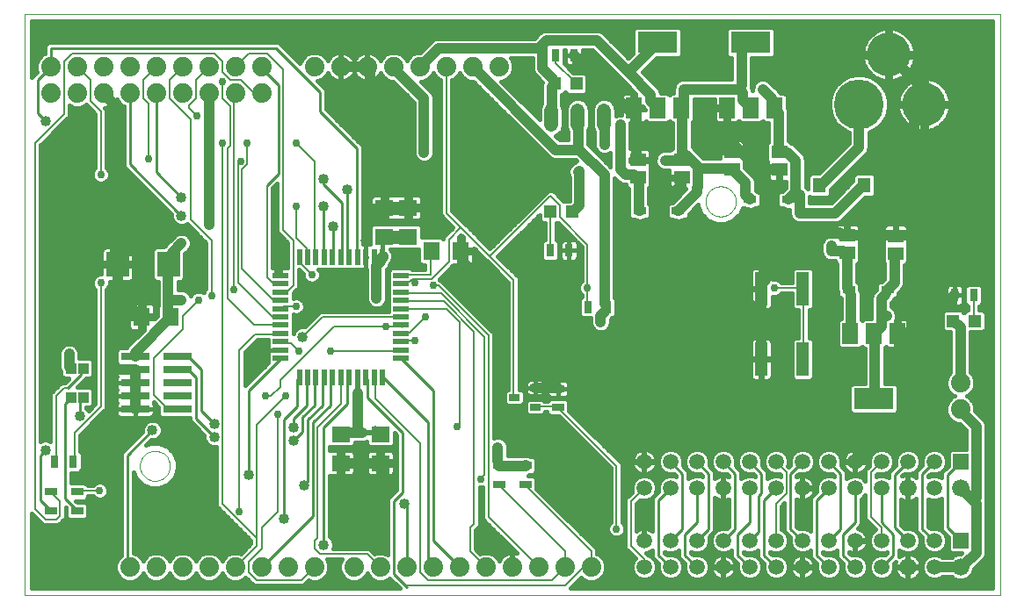
<source format=gtl>
G75*
G70*
%OFA0B0*%
%FSLAX24Y24*%
%IPPOS*%
%LPD*%
%AMOC8*
5,1,8,0,0,1.08239X$1,22.5*
%
%ADD10C,0.0000*%
%ADD11R,0.0591X0.0197*%
%ADD12R,0.0197X0.0591*%
%ADD13R,0.0591X0.0591*%
%ADD14C,0.0660*%
%ADD15C,0.0591*%
%ADD16R,0.1100X0.0290*%
%ADD17R,0.0866X0.0945*%
%ADD18R,0.0630X0.0709*%
%ADD19R,0.0590X0.0790*%
%ADD20R,0.1500X0.0790*%
%ADD21C,0.0740*%
%ADD22R,0.0500X0.0579*%
%ADD23R,0.0591X0.0512*%
%ADD24R,0.0472X0.0315*%
%ADD25R,0.0315X0.0472*%
%ADD26R,0.0400X0.0250*%
%ADD27R,0.0472X0.1260*%
%ADD28R,0.0472X0.0472*%
%ADD29R,0.0394X0.0433*%
%ADD30R,0.0472X0.0276*%
%ADD31R,0.0709X0.0630*%
%ADD32C,0.0540*%
%ADD33C,0.1890*%
%ADD34C,0.1654*%
%ADD35C,0.0100*%
%ADD36C,0.0400*%
%ADD37C,0.0060*%
%ADD38C,0.0300*%
%ADD39C,0.0400*%
%ADD40C,0.0500*%
%ADD41C,0.0160*%
%ADD42C,0.0396*%
%ADD43C,0.0300*%
%ADD44C,0.0200*%
D10*
X000660Y002557D02*
X000660Y024637D01*
X037648Y024637D01*
X037660Y024637D02*
X037660Y002557D01*
X037662Y002557D01*
X037660Y002557D02*
X000660Y002557D01*
X005038Y007481D02*
X005040Y007528D01*
X005046Y007575D01*
X005055Y007621D01*
X005069Y007666D01*
X005086Y007710D01*
X005107Y007753D01*
X005131Y007793D01*
X005158Y007832D01*
X005189Y007868D01*
X005222Y007901D01*
X005258Y007932D01*
X005297Y007959D01*
X005337Y007983D01*
X005380Y008004D01*
X005424Y008021D01*
X005469Y008035D01*
X005515Y008044D01*
X005562Y008050D01*
X005609Y008052D01*
X005656Y008050D01*
X005703Y008044D01*
X005749Y008035D01*
X005794Y008021D01*
X005838Y008004D01*
X005881Y007983D01*
X005921Y007959D01*
X005960Y007932D01*
X005996Y007901D01*
X006029Y007868D01*
X006060Y007832D01*
X006087Y007793D01*
X006111Y007753D01*
X006132Y007710D01*
X006149Y007666D01*
X006163Y007621D01*
X006172Y007575D01*
X006178Y007528D01*
X006180Y007481D01*
X006178Y007434D01*
X006172Y007387D01*
X006163Y007341D01*
X006149Y007296D01*
X006132Y007252D01*
X006111Y007209D01*
X006087Y007169D01*
X006060Y007130D01*
X006029Y007094D01*
X005996Y007061D01*
X005960Y007030D01*
X005921Y007003D01*
X005881Y006979D01*
X005838Y006958D01*
X005794Y006941D01*
X005749Y006927D01*
X005703Y006918D01*
X005656Y006912D01*
X005609Y006910D01*
X005562Y006912D01*
X005515Y006918D01*
X005469Y006927D01*
X005424Y006941D01*
X005380Y006958D01*
X005337Y006979D01*
X005297Y007003D01*
X005258Y007030D01*
X005222Y007061D01*
X005189Y007094D01*
X005158Y007130D01*
X005131Y007169D01*
X005107Y007209D01*
X005086Y007252D01*
X005069Y007296D01*
X005055Y007341D01*
X005046Y007387D01*
X005040Y007434D01*
X005038Y007481D01*
X026495Y017521D02*
X026497Y017568D01*
X026503Y017615D01*
X026512Y017661D01*
X026526Y017706D01*
X026543Y017750D01*
X026564Y017793D01*
X026588Y017833D01*
X026615Y017872D01*
X026646Y017908D01*
X026679Y017941D01*
X026715Y017972D01*
X026754Y017999D01*
X026794Y018023D01*
X026837Y018044D01*
X026881Y018061D01*
X026926Y018075D01*
X026972Y018084D01*
X027019Y018090D01*
X027066Y018092D01*
X027113Y018090D01*
X027160Y018084D01*
X027206Y018075D01*
X027251Y018061D01*
X027295Y018044D01*
X027338Y018023D01*
X027378Y017999D01*
X027417Y017972D01*
X027453Y017941D01*
X027486Y017908D01*
X027517Y017872D01*
X027544Y017833D01*
X027568Y017793D01*
X027589Y017750D01*
X027606Y017706D01*
X027620Y017661D01*
X027629Y017615D01*
X027635Y017568D01*
X027637Y017521D01*
X027635Y017474D01*
X027629Y017427D01*
X027620Y017381D01*
X027606Y017336D01*
X027589Y017292D01*
X027568Y017249D01*
X027544Y017209D01*
X027517Y017170D01*
X027486Y017134D01*
X027453Y017101D01*
X027417Y017070D01*
X027378Y017043D01*
X027338Y017019D01*
X027295Y016998D01*
X027251Y016981D01*
X027206Y016967D01*
X027160Y016958D01*
X027113Y016952D01*
X027066Y016950D01*
X027019Y016952D01*
X026972Y016958D01*
X026926Y016967D01*
X026881Y016981D01*
X026837Y016998D01*
X026794Y017019D01*
X026754Y017043D01*
X026715Y017070D01*
X026679Y017101D01*
X026646Y017134D01*
X026615Y017170D01*
X026588Y017209D01*
X026564Y017249D01*
X026543Y017292D01*
X026526Y017336D01*
X026512Y017381D01*
X026503Y017427D01*
X026497Y017474D01*
X026495Y017521D01*
D11*
X014943Y014712D03*
X014943Y014397D03*
X014943Y014082D03*
X014943Y013767D03*
X014943Y013452D03*
X014943Y013137D03*
X014943Y012822D03*
X014943Y012507D03*
X014943Y012192D03*
X014943Y011877D03*
X014943Y011562D03*
X010377Y011562D03*
X010377Y011877D03*
X010377Y012192D03*
X010377Y012507D03*
X010377Y012822D03*
X010377Y013137D03*
X010377Y013452D03*
X010377Y013767D03*
X010377Y014082D03*
X010377Y014397D03*
X010377Y014712D03*
D12*
X011085Y015420D03*
X011400Y015420D03*
X011715Y015420D03*
X012030Y015420D03*
X012345Y015420D03*
X012660Y015420D03*
X012975Y015420D03*
X013290Y015420D03*
X013605Y015420D03*
X013920Y015420D03*
X014235Y015420D03*
X014235Y010853D03*
X013920Y010853D03*
X013605Y010853D03*
X013290Y010853D03*
X012975Y010853D03*
X012660Y010853D03*
X012345Y010853D03*
X012030Y010853D03*
X011715Y010853D03*
X011400Y010853D03*
X011085Y010853D03*
D13*
X036160Y007637D03*
X036160Y004637D03*
D14*
X036160Y003637D03*
X034160Y003637D03*
X034160Y006637D03*
X036160Y006637D03*
D15*
X035160Y006637D03*
X035160Y007637D03*
X034160Y007637D03*
X033160Y007637D03*
X032160Y007637D03*
X031160Y007637D03*
X030160Y007637D03*
X029160Y007637D03*
X028160Y007637D03*
X027160Y007637D03*
X026160Y007637D03*
X025160Y007637D03*
X024160Y007637D03*
X024160Y006637D03*
X025160Y006637D03*
X026160Y006637D03*
X027160Y006637D03*
X028160Y006637D03*
X029160Y006637D03*
X030160Y006637D03*
X031160Y006637D03*
X032160Y006637D03*
X033160Y006637D03*
X033160Y004637D03*
X032160Y004637D03*
X031160Y004637D03*
X030160Y004637D03*
X029160Y004637D03*
X028160Y004637D03*
X027160Y004637D03*
X026160Y004637D03*
X025160Y004637D03*
X024160Y004637D03*
X024160Y003637D03*
X025160Y003637D03*
X026160Y003637D03*
X027160Y003637D03*
X028160Y003637D03*
X029160Y003637D03*
X030160Y003637D03*
X031160Y003637D03*
X032160Y003637D03*
X033160Y003637D03*
X034160Y004637D03*
X035160Y004637D03*
X035160Y003637D03*
D16*
X006460Y009637D03*
X006460Y010137D03*
X006460Y010637D03*
X006460Y011137D03*
X006460Y011637D03*
X004860Y011637D03*
X004860Y011137D03*
X004860Y010637D03*
X004860Y010137D03*
X004860Y009637D03*
D17*
X004194Y015137D03*
X006126Y015137D03*
D18*
X006211Y013137D03*
X005109Y013137D03*
X016109Y015637D03*
X017211Y015637D03*
D19*
X023780Y021077D03*
X024680Y021077D03*
X025580Y021077D03*
X027310Y021077D03*
X028210Y021077D03*
X029110Y021077D03*
X031970Y012507D03*
X032870Y012507D03*
X033770Y012507D03*
D20*
X032880Y010027D03*
X028200Y023557D03*
X024670Y023557D03*
D21*
X018660Y022637D03*
X017660Y022637D03*
X016660Y022637D03*
X015660Y022637D03*
X014660Y022637D03*
X013660Y022637D03*
X012660Y022637D03*
X011660Y022637D03*
X009660Y022637D03*
X008660Y022637D03*
X007660Y022637D03*
X006660Y022637D03*
X005660Y022637D03*
X004660Y022637D03*
X003660Y022637D03*
X002660Y022637D03*
X001660Y022637D03*
X001660Y021637D03*
X002660Y021637D03*
X003660Y021637D03*
X004660Y021637D03*
X005660Y021637D03*
X006660Y021637D03*
X007660Y021637D03*
X008660Y021637D03*
X009660Y021637D03*
X036160Y010627D03*
X036160Y009627D03*
X022160Y003637D03*
X021160Y003637D03*
X020160Y003637D03*
X019160Y003637D03*
X018160Y003637D03*
X017160Y003637D03*
X016160Y003637D03*
X015160Y003637D03*
X014160Y003637D03*
X013160Y003637D03*
X011660Y003637D03*
X010660Y003637D03*
X009660Y003637D03*
X008660Y003637D03*
X007660Y003637D03*
X006660Y003637D03*
X005660Y003637D03*
X004660Y003637D03*
D22*
X030814Y018137D03*
X032506Y018137D03*
D23*
X031860Y016241D03*
X031860Y015572D03*
X033700Y015552D03*
X033700Y016221D03*
X029290Y018722D03*
X029290Y019391D03*
X027500Y019421D03*
X027500Y018752D03*
X025590Y018432D03*
X025590Y019101D03*
X023930Y019101D03*
X023930Y018432D03*
D24*
X020900Y010411D03*
X020900Y009702D03*
X019660Y007491D03*
X018660Y007491D03*
X018660Y006782D03*
X019660Y006782D03*
X002660Y006491D03*
X002660Y005782D03*
X001660Y005782D03*
X001660Y006491D03*
D25*
X001806Y007637D03*
X002514Y007637D03*
X020606Y015657D03*
X021314Y015657D03*
X022046Y013507D03*
X022754Y013507D03*
X035946Y013967D03*
X036654Y013967D03*
X021504Y023087D03*
X020796Y023087D03*
D26*
X020034Y010451D03*
X019246Y010077D03*
X020034Y009703D03*
D27*
X028603Y011528D03*
X030177Y011528D03*
X030177Y014205D03*
X028603Y014205D03*
D28*
X035877Y012987D03*
X036703Y012987D03*
X021433Y017127D03*
X020607Y017127D03*
X020767Y021997D03*
X021593Y021997D03*
D29*
X002896Y011188D03*
X002424Y011188D03*
X002424Y010086D03*
X002896Y010086D03*
D30*
X023992Y017167D03*
X025448Y017167D03*
X028172Y017597D03*
X029628Y017597D03*
X031932Y014157D03*
X033388Y014157D03*
D31*
X015210Y016186D03*
X014310Y016186D03*
X014310Y017288D03*
X015210Y017288D03*
X014160Y008688D03*
X012660Y008688D03*
X012660Y007586D03*
X014160Y007586D03*
D32*
X020640Y020437D02*
X020640Y020977D01*
X021640Y020977D02*
X021640Y020437D01*
X022640Y020437D02*
X022640Y020977D01*
D33*
X032316Y021207D03*
D34*
X034776Y021207D03*
X033438Y023097D03*
D35*
X014943Y012822D02*
X014960Y012787D01*
X014943Y011562D02*
X014960Y011537D01*
X016160Y010337D01*
X016160Y004637D01*
X017160Y003637D01*
X016160Y003637D02*
X015960Y003837D01*
X015960Y009137D01*
X014260Y010837D01*
X014235Y010853D01*
X013660Y010787D02*
X013660Y010087D01*
X015010Y008737D01*
X015010Y006487D01*
X014660Y006137D01*
X014660Y003387D01*
X015135Y002912D01*
X015160Y002887D01*
X015160Y003637D02*
X015160Y005937D01*
X015060Y006037D01*
X012010Y004487D02*
X012010Y008937D01*
X012910Y009837D01*
X012910Y010787D01*
X012960Y010837D01*
X012975Y010853D01*
X013605Y010853D02*
X013610Y010837D01*
X013660Y010787D01*
X012345Y010853D02*
X012310Y010837D01*
X012260Y010787D01*
X012260Y009787D01*
X011610Y009137D01*
X011610Y005587D01*
X009660Y003637D01*
X010510Y005487D02*
X010510Y009237D01*
X011010Y009737D01*
X011010Y010787D01*
X011060Y010837D01*
X011085Y010853D01*
X011360Y010837D02*
X011400Y010853D01*
X011360Y010837D02*
X011360Y009787D01*
X010860Y009287D01*
X010860Y008937D01*
X011210Y008787D02*
X010860Y008437D01*
X011210Y008787D02*
X011210Y009337D01*
X011660Y009787D01*
X011660Y010787D01*
X011710Y010837D01*
X011715Y010853D01*
X011960Y010787D02*
X012010Y010837D01*
X012030Y010853D01*
X011960Y010787D02*
X011960Y009787D01*
X011410Y009237D01*
X011410Y006887D01*
X011260Y006737D01*
X009160Y007137D02*
X009160Y010337D01*
X010360Y011537D01*
X010377Y011562D01*
X007360Y011137D02*
X007360Y009587D01*
X007860Y009087D01*
X007860Y008587D02*
X007160Y009287D01*
X007160Y010837D01*
X006860Y011137D01*
X006460Y011137D01*
X006460Y011637D02*
X006860Y011637D01*
X007360Y011137D01*
X005510Y008837D02*
X004560Y007887D01*
X004560Y003737D01*
X004660Y003637D01*
X002660Y005782D02*
X002660Y005787D01*
X002210Y006237D01*
X002210Y009837D01*
X002410Y010037D01*
X002424Y010086D01*
X002760Y009937D02*
X002760Y009387D01*
X002760Y009937D02*
X002860Y010037D01*
X002896Y010086D01*
X002335Y010462D02*
X002810Y010937D01*
X002810Y011137D01*
X002860Y011187D01*
X002896Y011188D01*
X002335Y010462D02*
X002310Y010437D01*
X001460Y008087D02*
X001260Y007887D01*
X001260Y006187D01*
X001660Y005787D01*
X001660Y005782D01*
X001806Y007637D02*
X001810Y007637D01*
X010377Y014397D02*
X010360Y014437D01*
X012010Y015437D02*
X012030Y015420D01*
X012010Y015437D02*
X012010Y017337D01*
X012710Y017487D02*
X012010Y018187D01*
X012010Y018387D01*
X012910Y017987D02*
X012910Y015487D01*
X012960Y015437D01*
X012975Y015420D01*
X012710Y015487D02*
X012710Y017487D01*
X012360Y016587D02*
X012360Y015437D01*
X012345Y015420D01*
X012660Y015437D02*
X012660Y015420D01*
X012660Y015437D02*
X012710Y015487D01*
X013260Y015437D02*
X013290Y015420D01*
X013260Y015437D02*
X013260Y019537D01*
X011860Y020937D01*
X011860Y021687D01*
X010210Y023337D01*
X001660Y023337D01*
X001660Y022637D01*
X001160Y022137D01*
X001160Y020887D01*
X001460Y020587D01*
X004660Y021637D02*
X004660Y018937D01*
X006610Y016987D01*
X006610Y017687D02*
X005660Y018637D01*
X005660Y021637D01*
X009660Y022587D02*
X009660Y022637D01*
X009660Y022587D02*
X010310Y021937D01*
X010310Y018587D01*
X009860Y018137D01*
X025160Y007637D02*
X025610Y007187D01*
X025610Y005087D01*
X025160Y004637D01*
X025710Y004887D02*
X026160Y005337D01*
X026160Y006637D01*
X026610Y007187D02*
X026160Y007637D01*
X026610Y007187D02*
X026610Y005087D01*
X026160Y004637D01*
X025710Y004887D02*
X025710Y004087D01*
X026160Y003637D01*
X025160Y003637D02*
X024710Y004087D01*
X024710Y006187D01*
X025160Y006637D01*
X027160Y007637D02*
X027610Y007187D01*
X027610Y005087D01*
X027160Y004637D01*
X027710Y004887D02*
X027710Y004087D01*
X028160Y003637D01*
X028710Y004087D02*
X028710Y006187D01*
X029160Y006637D01*
X028610Y006437D02*
X028610Y007187D01*
X028160Y007637D01*
X029710Y007187D02*
X030160Y007637D01*
X029710Y007187D02*
X029710Y005087D01*
X030160Y004637D01*
X030710Y004087D02*
X030710Y006187D01*
X031160Y006637D01*
X031610Y007187D02*
X031160Y007637D01*
X031210Y007637D01*
X031610Y007187D02*
X031610Y005087D01*
X031160Y004637D01*
X031710Y004887D02*
X032160Y005337D01*
X032160Y006637D01*
X033160Y006637D02*
X033160Y005337D01*
X033610Y004887D01*
X033610Y004087D01*
X033160Y003637D01*
X032160Y003637D02*
X031710Y004087D01*
X031710Y004887D01*
X030710Y004087D02*
X031160Y003637D01*
X029160Y003637D02*
X028710Y004087D01*
X028160Y004637D02*
X028510Y004987D01*
X028510Y006337D01*
X028610Y006437D01*
X028160Y006637D02*
X028160Y005337D01*
X027710Y004887D01*
X033660Y005137D02*
X033660Y007137D01*
X034160Y007637D01*
X034710Y007187D02*
X034710Y005087D01*
X035160Y004637D01*
X035660Y005137D02*
X035660Y007137D01*
X036160Y007637D01*
X035160Y007637D02*
X034710Y007187D01*
X035660Y005137D02*
X036160Y004637D01*
X034160Y004637D02*
X033660Y005137D01*
D36*
X015060Y006037D03*
X014310Y004787D03*
X012010Y004487D03*
X010510Y005487D03*
X011260Y006737D03*
X009160Y007137D03*
X010860Y008437D03*
X010860Y008937D03*
X007860Y009087D03*
X007860Y008587D03*
X005510Y008837D03*
X002760Y009387D03*
X001460Y008087D03*
X011210Y012387D03*
X006610Y015937D03*
X007660Y016637D03*
X006610Y016987D03*
X006610Y017687D03*
X012010Y017337D03*
X012360Y016587D03*
X012910Y017987D03*
X012010Y018387D03*
X001460Y020587D03*
D37*
X002160Y020837D02*
X002160Y022837D01*
X002460Y023137D01*
X007860Y023137D01*
X008160Y022837D01*
X008160Y022437D01*
X008460Y022137D01*
X008860Y022137D01*
X009360Y021637D01*
X009660Y021637D01*
X008660Y021637D02*
X008610Y021587D01*
X008610Y014187D01*
X008760Y014437D02*
X008760Y018937D01*
X008860Y019037D01*
X009110Y018937D02*
X008910Y018737D01*
X008910Y014987D01*
X010110Y013787D01*
X010360Y013787D01*
X010377Y013767D01*
X010460Y013537D02*
X010377Y013452D01*
X010460Y013537D02*
X010960Y013537D01*
X010377Y013137D02*
X010060Y013137D01*
X008760Y014437D01*
X009860Y014637D02*
X009860Y018137D01*
X010960Y017337D02*
X010960Y016137D01*
X011360Y015737D01*
X011360Y015437D01*
X011400Y015420D01*
X011160Y015337D02*
X011085Y015420D01*
X011160Y015337D02*
X011160Y015137D01*
X011560Y014737D01*
X010860Y014337D02*
X010660Y014137D01*
X010460Y014137D01*
X010377Y014082D01*
X010860Y014337D02*
X010860Y016037D01*
X010460Y016437D01*
X010460Y022537D01*
X009860Y023137D01*
X009160Y023137D01*
X008660Y022637D01*
X008160Y022087D02*
X008160Y021437D01*
X008460Y021137D01*
X008460Y019637D01*
X008360Y019537D01*
X008360Y013837D01*
X009360Y012837D01*
X010360Y012837D01*
X010377Y012822D01*
X010377Y012507D02*
X010360Y012487D01*
X009410Y012487D01*
X008810Y011887D01*
X008810Y005737D01*
X008160Y006037D02*
X009460Y004737D01*
X009460Y009037D01*
X010560Y010137D01*
X010360Y010487D02*
X010360Y010737D01*
X012410Y012787D01*
X014360Y012787D01*
X014910Y012787D01*
X014943Y012822D01*
X014960Y012537D02*
X014943Y012507D01*
X014960Y012537D02*
X015260Y012537D01*
X015860Y013137D01*
X016660Y013437D02*
X014960Y013437D01*
X014943Y013452D01*
X014960Y013737D02*
X014943Y013767D01*
X014960Y013737D02*
X016560Y013737D01*
X017710Y012587D01*
X017710Y005287D01*
X017560Y005137D01*
X017560Y004237D01*
X018160Y003637D01*
X018260Y005537D02*
X020160Y003637D01*
X020660Y003137D02*
X021160Y003637D01*
X021160Y004237D01*
X018660Y006737D01*
X018660Y006782D01*
X018110Y007137D02*
X017960Y006987D01*
X018110Y007137D02*
X018110Y012387D01*
X016460Y014037D01*
X014960Y014037D01*
X014943Y014082D01*
X014943Y014397D02*
X014960Y014437D01*
X015010Y014487D01*
X015260Y014487D01*
X015360Y014587D01*
X015460Y014587D01*
X015460Y014437D01*
X015460Y014587D02*
X016110Y014587D01*
X016760Y015237D01*
X016760Y016087D01*
X017210Y016537D01*
X016660Y017087D01*
X016660Y022637D01*
X020810Y022787D02*
X020810Y023087D01*
X020796Y023087D01*
X020810Y022787D02*
X021560Y022037D01*
X021593Y021997D01*
X020610Y017737D02*
X018310Y015437D01*
X019210Y014537D01*
X019210Y010087D01*
X019246Y010077D01*
X020034Y009703D02*
X020060Y009737D01*
X020860Y009737D01*
X020900Y009702D01*
X020910Y009687D01*
X023110Y007487D01*
X023110Y005087D01*
X023660Y004437D02*
X023660Y006137D01*
X024160Y006637D01*
X023660Y004437D02*
X024160Y003937D01*
X024160Y003637D01*
X022160Y003637D02*
X021860Y003637D01*
X021160Y002937D01*
X015160Y002937D01*
X015135Y002912D01*
X015660Y003437D02*
X015960Y003137D01*
X020660Y003137D01*
X022160Y003637D02*
X022160Y004237D01*
X019660Y006737D01*
X019660Y006782D01*
X018260Y005537D02*
X018260Y012437D01*
X016360Y014337D01*
X016160Y014337D01*
X016060Y014737D02*
X016060Y015637D01*
X016109Y015637D01*
X017210Y016537D02*
X018310Y015437D01*
X020606Y015657D02*
X020610Y015687D01*
X020610Y017087D01*
X020607Y017127D01*
X020960Y016937D02*
X020960Y017387D01*
X020610Y017737D01*
X020960Y016937D02*
X022010Y015887D01*
X022010Y014237D01*
X022010Y013537D01*
X022046Y013507D01*
X017160Y012937D02*
X016660Y013437D01*
X017160Y012937D02*
X017160Y008987D01*
X017060Y008987D01*
X015660Y008337D02*
X015660Y003437D01*
X014160Y003637D02*
X013660Y004137D01*
X011860Y004137D01*
X011660Y004337D01*
X011660Y004637D01*
X011760Y004737D01*
X011760Y008937D01*
X012660Y009837D01*
X012660Y010853D01*
X012260Y011837D02*
X014860Y011837D01*
X014943Y011877D01*
X014943Y012192D02*
X014960Y012237D01*
X015460Y012237D01*
X014943Y013137D02*
X011960Y013137D01*
X011210Y012387D01*
X010760Y012137D02*
X011060Y011837D01*
X010760Y012137D02*
X010460Y012137D01*
X010377Y012192D01*
X010360Y010487D02*
X010010Y010137D01*
X009810Y010137D01*
X010260Y009437D02*
X010260Y005737D01*
X009660Y005137D01*
X009660Y004337D01*
X009160Y003837D01*
X009160Y003437D01*
X009460Y003137D01*
X011160Y003137D01*
X011660Y003637D01*
X009460Y004437D02*
X008660Y003637D01*
X009460Y004437D02*
X009460Y004737D01*
X008160Y006037D02*
X008160Y019737D01*
X009110Y019737D02*
X009110Y018937D01*
X010960Y019737D02*
X011660Y019037D01*
X011660Y015437D01*
X011715Y015420D01*
X010360Y014437D02*
X010060Y014437D01*
X009860Y014637D01*
X007760Y013937D02*
X007760Y016037D01*
X006960Y016837D01*
X006960Y020637D01*
X006160Y021437D01*
X006160Y022137D01*
X006660Y022637D01*
X007160Y022137D02*
X007660Y022637D01*
X007160Y022137D02*
X007160Y021437D01*
X006910Y021187D01*
X006910Y021087D01*
X007210Y020787D01*
X005360Y021237D02*
X005160Y021437D01*
X005160Y022137D01*
X005660Y022637D01*
X005360Y021237D02*
X005360Y019137D01*
X003560Y018537D02*
X003560Y020937D01*
X003160Y021337D01*
X003160Y022137D01*
X002660Y022637D01*
X002160Y020837D02*
X001060Y019737D01*
X001060Y005837D01*
X001460Y005437D01*
X001860Y005437D01*
X002010Y005587D01*
X002010Y006137D01*
X001660Y006487D01*
X001660Y006491D01*
X002660Y006491D02*
X002660Y006537D01*
X003510Y006537D01*
X002560Y007637D02*
X002514Y007637D01*
X002560Y007637D02*
X002560Y008737D01*
X003560Y009737D01*
X003560Y014437D01*
X006660Y013187D02*
X006660Y012687D01*
X005560Y011587D01*
X005560Y010187D01*
X006110Y009637D01*
X006460Y009637D01*
X002360Y010437D02*
X002335Y010462D01*
X002360Y010437D02*
X002160Y010437D01*
X001860Y010137D01*
X001860Y007637D01*
X001806Y007637D01*
X006660Y013187D02*
X007260Y013787D01*
X013920Y010853D02*
X013960Y010837D01*
X013960Y010037D01*
X015660Y008337D01*
X016060Y014737D02*
X014960Y014737D01*
X014943Y014712D01*
X029110Y014237D02*
X030160Y014237D01*
X030177Y014205D01*
X030210Y014187D01*
X030210Y011537D01*
X030177Y011528D01*
X029160Y007637D02*
X029560Y007237D01*
X029560Y006437D01*
X029160Y006037D01*
X029160Y004637D01*
X032760Y005537D02*
X032760Y007237D01*
X033160Y007637D01*
X032760Y005537D02*
X033160Y005137D01*
X033160Y004637D01*
X036660Y012987D02*
X036703Y012987D01*
X036660Y012987D02*
X036660Y013937D01*
X036654Y013967D01*
D38*
X033360Y013187D03*
X031260Y015837D03*
X029110Y014237D03*
X022510Y012937D03*
X022010Y014237D03*
X017760Y014737D03*
X016160Y014337D03*
X015460Y014437D03*
X014010Y013837D03*
X014360Y012787D03*
X015460Y012237D03*
X015860Y013137D03*
X012260Y011837D03*
X011060Y011837D03*
X010560Y010137D03*
X009810Y010137D03*
X010260Y009437D03*
X013460Y008737D03*
X017060Y008987D03*
X018610Y008187D03*
X017960Y006987D03*
X023110Y005087D03*
X008810Y005737D03*
X003510Y006537D03*
X002360Y011737D03*
X006610Y013787D03*
X007260Y013787D03*
X007760Y013937D03*
X008610Y014187D03*
X010960Y013537D03*
X011560Y014737D03*
X013760Y016737D03*
X010960Y017337D03*
X008860Y019037D03*
X009110Y019737D03*
X008160Y019737D03*
X007210Y020787D03*
X008160Y022087D03*
X010960Y019737D03*
X015810Y019387D03*
X021660Y018637D03*
X022660Y019687D03*
X023260Y020437D03*
X024960Y019087D03*
X028660Y021787D03*
X021660Y022537D03*
X005360Y019137D03*
X003560Y018537D03*
X005360Y015637D03*
X003560Y014437D03*
D39*
X004210Y013987D02*
X004210Y015137D01*
X004194Y015137D01*
X004110Y015287D01*
X004110Y015637D01*
X005360Y015637D01*
X006260Y015587D02*
X006260Y015287D01*
X006126Y015137D01*
X006110Y014937D01*
X006110Y013787D01*
X006610Y013787D01*
X006110Y013787D02*
X006110Y013287D01*
X006211Y013137D01*
X006210Y013137D01*
X004860Y011787D01*
X004860Y011637D01*
X004860Y011137D02*
X004010Y011137D01*
X004010Y011987D01*
X004360Y012337D01*
X004360Y013587D01*
X004485Y013712D01*
X005060Y013137D01*
X005109Y013137D01*
X004485Y013712D02*
X004210Y013987D01*
X006260Y015587D02*
X006610Y015937D01*
X007660Y016637D02*
X007660Y021637D01*
X004110Y021187D02*
X004110Y015637D01*
X010260Y015137D02*
X010260Y015087D01*
X010260Y015037D01*
X013760Y016737D02*
X014160Y017137D01*
X014310Y017288D01*
X014310Y017937D02*
X014260Y017937D01*
X013760Y018437D01*
X013760Y022537D01*
X013660Y022637D01*
X012660Y022637D01*
X014660Y022637D02*
X014760Y022487D01*
X015810Y021437D01*
X015810Y019387D01*
X020640Y020707D02*
X020660Y020737D01*
X020660Y021887D01*
X020760Y021987D01*
X020767Y021997D01*
X020710Y022187D01*
X020310Y022587D01*
X020310Y023337D01*
X020260Y023337D01*
X020260Y023437D01*
X020460Y023637D01*
X022360Y023637D01*
X023585Y022412D01*
X023710Y022537D01*
X023710Y022587D01*
X024660Y023537D01*
X024670Y023557D01*
X023585Y022412D02*
X024410Y021587D01*
X024410Y021337D01*
X024660Y021087D01*
X024680Y021077D01*
X023860Y020937D02*
X023860Y019137D01*
X023930Y019101D01*
X023760Y018537D02*
X023460Y018537D01*
X023260Y018737D01*
X023260Y020437D01*
X022660Y020687D02*
X022640Y020707D01*
X022660Y020687D02*
X022660Y019687D01*
X021710Y019487D02*
X020810Y019487D01*
X017660Y022637D01*
X016360Y023337D02*
X020260Y023337D01*
X021504Y023087D02*
X021510Y023087D01*
X021860Y022737D01*
X021660Y022537D01*
X021860Y022737D02*
X023610Y020987D01*
X021660Y020637D02*
X021640Y020707D01*
X021660Y020637D02*
X021660Y019537D01*
X021710Y019487D01*
X022660Y018537D01*
X022660Y013637D01*
X022660Y013337D02*
X022510Y013187D01*
X022510Y012937D01*
X018660Y013837D02*
X017760Y014737D01*
X017260Y015237D01*
X017260Y015637D01*
X014260Y015437D02*
X014260Y015420D01*
X014260Y015437D02*
X014235Y015420D01*
X014160Y015237D01*
X014010Y015087D01*
X014010Y013837D01*
X018660Y013837D02*
X018660Y009837D01*
X020260Y008237D01*
X020260Y007237D01*
X019660Y007487D02*
X019660Y007491D01*
X019660Y007487D02*
X018660Y007487D01*
X018660Y007491D01*
X018610Y007687D01*
X018610Y008187D01*
X020034Y010451D02*
X020060Y010437D01*
X020860Y010437D01*
X020900Y010411D01*
X014310Y007287D02*
X014310Y004787D01*
X014310Y007287D02*
X014210Y007387D01*
X014160Y007586D02*
X014160Y007587D01*
X012660Y007587D01*
X012660Y007586D01*
X012660Y008688D02*
X012660Y008737D01*
X013310Y008737D01*
X013310Y010187D01*
X013290Y010247D01*
X013310Y008737D02*
X013460Y008737D01*
X009410Y011877D02*
X009360Y011837D01*
X004860Y011137D02*
X004860Y010637D01*
X004860Y010137D01*
X004860Y009637D01*
X002424Y011188D02*
X002360Y011237D01*
X002360Y011737D01*
X004110Y021187D02*
X003660Y021637D01*
X015660Y022637D02*
X016360Y023337D01*
X021710Y018687D02*
X021710Y018637D01*
X021660Y018637D01*
X021710Y018637D02*
X021710Y017387D01*
X021460Y017137D01*
X021433Y017127D01*
X023960Y017187D02*
X023992Y017167D01*
X023960Y017187D02*
X023960Y018387D01*
X023930Y018432D01*
X023760Y018537D01*
X024960Y019087D02*
X025410Y019087D01*
X025590Y019101D01*
X025760Y019287D01*
X026210Y018837D01*
X026210Y018787D01*
X026210Y018087D01*
X026160Y018037D01*
X026160Y017887D01*
X025460Y017187D01*
X025448Y017167D01*
X024860Y016937D02*
X028460Y013337D01*
X028610Y013337D01*
X028610Y011537D01*
X028603Y011528D01*
X028610Y013337D02*
X028610Y014187D01*
X028603Y014205D01*
X028560Y014337D01*
X028760Y014537D01*
X028760Y016337D01*
X031560Y016337D01*
X031660Y016237D01*
X031860Y016241D01*
X032060Y016237D01*
X033510Y016237D01*
X033700Y016221D01*
X033910Y016237D01*
X034310Y016237D01*
X034410Y016387D01*
X034410Y020687D01*
X034710Y020987D01*
X034760Y021187D02*
X034776Y021207D01*
X034710Y021387D01*
X034710Y021837D01*
X033460Y023087D01*
X033438Y023097D01*
X032316Y021207D02*
X032310Y021187D01*
X032310Y019587D01*
X030860Y018137D01*
X030814Y018137D01*
X030060Y017787D02*
X029910Y017887D01*
X029910Y019087D01*
X029610Y019387D01*
X029310Y019387D01*
X029290Y019391D01*
X029260Y019587D01*
X029260Y020887D01*
X029110Y021037D01*
X029110Y021077D01*
X029010Y021237D01*
X029010Y021437D01*
X028660Y021787D01*
X027910Y021637D02*
X027910Y021387D01*
X028210Y021087D01*
X028210Y021077D01*
X027910Y021637D02*
X027760Y021787D01*
X027860Y021937D01*
X027860Y023237D01*
X028160Y023537D01*
X028200Y023557D01*
X027760Y021787D02*
X025660Y021787D01*
X025660Y021237D01*
X025580Y021077D01*
X025610Y021037D01*
X025610Y019137D01*
X025590Y019101D01*
X026210Y018787D02*
X027310Y018787D01*
X027500Y018752D01*
X027510Y018737D01*
X028010Y018237D01*
X028010Y017787D01*
X028160Y017637D01*
X028172Y017597D01*
X029628Y017597D02*
X029660Y017637D01*
X029910Y017887D01*
X030060Y017787D02*
X030060Y017087D01*
X031410Y017087D01*
X032460Y018137D01*
X032506Y018137D01*
X034310Y016237D02*
X034310Y012537D01*
X034510Y012537D01*
X035910Y013937D01*
X035946Y013967D01*
X035910Y012987D02*
X035877Y012987D01*
X035910Y012987D02*
X036160Y012737D01*
X036160Y010627D01*
X036160Y009627D02*
X036160Y009587D01*
X036760Y008987D01*
X036760Y006287D01*
X036635Y006162D01*
X036760Y006037D01*
X036760Y004187D01*
X036310Y003737D01*
X036160Y003637D01*
X035160Y003637D01*
X036635Y006162D02*
X036160Y006637D01*
X033960Y009437D02*
X032160Y007637D01*
X033960Y009437D02*
X033960Y012387D01*
X033770Y012507D01*
X033810Y012537D01*
X034310Y012537D01*
X033360Y013187D02*
X033160Y013187D01*
X033160Y012787D01*
X032910Y012537D01*
X032870Y012507D01*
X032910Y012337D01*
X032910Y010037D01*
X032880Y010027D01*
X031970Y012507D02*
X032010Y012537D01*
X032010Y013987D01*
X031932Y014157D01*
X031910Y014187D01*
X031860Y014237D01*
X031860Y015572D01*
X031710Y015637D01*
X031260Y015637D01*
X031260Y015837D01*
X033660Y015537D02*
X033660Y014437D01*
X033410Y014187D01*
X033388Y014157D01*
X033310Y013987D01*
X033160Y013837D01*
X033160Y013187D01*
X033660Y015537D02*
X033700Y015552D01*
X028760Y016337D02*
X028760Y018737D01*
X029260Y018737D01*
X028760Y018737D02*
X028260Y018737D01*
X028260Y018987D01*
X027460Y019787D01*
X027310Y019787D01*
X027310Y019587D01*
X027460Y019437D01*
X025560Y018337D02*
X025560Y018137D01*
X024860Y017437D01*
X024860Y016937D01*
D40*
X015210Y017288D02*
X014310Y017288D01*
X014310Y016186D02*
X015210Y016186D01*
D41*
X015744Y016171D02*
X015744Y016575D01*
X015639Y016681D01*
X014781Y016681D01*
X014760Y016659D01*
X014739Y016681D01*
X013881Y016681D01*
X013776Y016575D01*
X013776Y015896D01*
X013747Y015896D01*
X013743Y015891D01*
X013727Y015896D01*
X013605Y015896D01*
X013605Y015420D01*
X013605Y014945D01*
X013630Y014945D01*
X013630Y013761D01*
X013688Y013622D01*
X013795Y013515D01*
X013934Y013457D01*
X014086Y013457D01*
X014225Y013515D01*
X014332Y013622D01*
X014390Y013761D01*
X014390Y014929D01*
X014406Y014945D01*
X014408Y014945D01*
X014513Y015050D01*
X014513Y015097D01*
X014540Y015161D01*
X014540Y015162D01*
X014540Y015163D01*
X014582Y015205D01*
X014614Y015281D01*
X014617Y015286D01*
X014618Y015291D01*
X014640Y015345D01*
X014640Y015398D01*
X014647Y015434D01*
X014640Y015473D01*
X014640Y015512D01*
X014626Y015546D01*
X014619Y015582D01*
X014597Y015615D01*
X014582Y015652D01*
X014556Y015678D01*
X014548Y015691D01*
X014739Y015691D01*
X014760Y015712D01*
X014781Y015691D01*
X015614Y015691D01*
X015614Y015208D01*
X015719Y015102D01*
X015850Y015102D01*
X015850Y014947D01*
X015357Y014947D01*
X015313Y014990D01*
X014574Y014990D01*
X014468Y014885D01*
X014468Y013347D01*
X011873Y013347D01*
X011291Y012765D01*
X011286Y012767D01*
X011134Y012767D01*
X010995Y012709D01*
X010888Y012602D01*
X010852Y012515D01*
X010852Y012680D01*
X010852Y013224D01*
X010894Y013207D01*
X011026Y013207D01*
X011147Y013257D01*
X011240Y013350D01*
X011290Y013471D01*
X011290Y013602D01*
X011240Y013724D01*
X011147Y013817D01*
X011026Y013867D01*
X010894Y013867D01*
X010852Y013849D01*
X010852Y014032D01*
X010947Y014127D01*
X011070Y014250D01*
X011070Y014930D01*
X011230Y014770D01*
X011230Y014671D01*
X011280Y014550D01*
X011373Y014457D01*
X011494Y014407D01*
X011626Y014407D01*
X011747Y014457D01*
X011840Y014550D01*
X011890Y014671D01*
X011890Y014802D01*
X011840Y014924D01*
X011818Y014945D01*
X013463Y014945D01*
X013467Y014949D01*
X013483Y014945D01*
X013605Y014945D01*
X013605Y015420D01*
X013605Y015420D01*
X013640Y015420D01*
X013640Y015420D01*
X013605Y015420D01*
X013605Y015420D01*
X013610Y015420D01*
X013610Y016037D01*
X013490Y016009D02*
X013776Y016009D01*
X013776Y016168D02*
X013490Y016168D01*
X013490Y016326D02*
X013776Y016326D01*
X013776Y016485D02*
X013490Y016485D01*
X013490Y016643D02*
X013844Y016643D01*
X013886Y016805D02*
X013932Y016793D01*
X014233Y016793D01*
X014233Y017211D01*
X014387Y017211D01*
X014387Y016793D01*
X014688Y016793D01*
X014734Y016805D01*
X014760Y016820D01*
X014786Y016805D01*
X014832Y016793D01*
X015133Y016793D01*
X015133Y017211D01*
X015287Y017211D01*
X015287Y016793D01*
X015588Y016793D01*
X015634Y016805D01*
X015675Y016829D01*
X015708Y016863D01*
X015732Y016904D01*
X015744Y016949D01*
X015744Y017211D01*
X015287Y017211D01*
X015287Y017365D01*
X015133Y017365D01*
X015133Y017783D01*
X014832Y017783D01*
X014786Y017771D01*
X014760Y017756D01*
X014734Y017771D01*
X014688Y017783D01*
X014387Y017783D01*
X014387Y017365D01*
X014233Y017365D01*
X014233Y017211D01*
X013776Y017211D01*
X013776Y016949D01*
X013788Y016904D01*
X013812Y016863D01*
X013845Y016829D01*
X013886Y016805D01*
X013899Y016802D02*
X013490Y016802D01*
X013490Y016960D02*
X013776Y016960D01*
X013776Y017119D02*
X013490Y017119D01*
X013490Y017277D02*
X014233Y017277D01*
X014310Y017288D02*
X014310Y017937D01*
X014233Y017783D02*
X013932Y017783D01*
X013886Y017771D01*
X013845Y017747D01*
X013812Y017713D01*
X013788Y017672D01*
X013776Y017627D01*
X013776Y017365D01*
X014233Y017365D01*
X014233Y017783D01*
X014233Y017753D02*
X014387Y017753D01*
X014387Y017594D02*
X014233Y017594D01*
X014233Y017436D02*
X014387Y017436D01*
X014387Y017365D02*
X015133Y017365D01*
X015133Y017211D01*
X014676Y017211D01*
X014387Y017211D01*
X014387Y017365D01*
X014387Y017277D02*
X015133Y017277D01*
X015287Y017277D02*
X016450Y017277D01*
X016450Y017119D02*
X015744Y017119D01*
X015744Y016960D02*
X016489Y016960D01*
X016450Y017000D02*
X016913Y016537D01*
X016673Y016297D01*
X016550Y016174D01*
X016550Y016119D01*
X016498Y016171D01*
X015744Y016171D01*
X015744Y016326D02*
X016703Y016326D01*
X016550Y016168D02*
X016502Y016168D01*
X016861Y016485D02*
X015744Y016485D01*
X015676Y016643D02*
X016806Y016643D01*
X016648Y016802D02*
X015621Y016802D01*
X015287Y016802D02*
X015133Y016802D01*
X015133Y016960D02*
X015287Y016960D01*
X015287Y017119D02*
X015133Y017119D01*
X015287Y017365D02*
X015744Y017365D01*
X015744Y017627D01*
X015732Y017672D01*
X015708Y017713D01*
X015675Y017747D01*
X015634Y017771D01*
X015588Y017783D01*
X015287Y017783D01*
X015287Y017365D01*
X015287Y017436D02*
X015133Y017436D01*
X015133Y017594D02*
X015287Y017594D01*
X015287Y017753D02*
X015133Y017753D01*
X015665Y017753D02*
X016450Y017753D01*
X016450Y017911D02*
X013490Y017911D01*
X013490Y017753D02*
X013855Y017753D01*
X013776Y017594D02*
X013490Y017594D01*
X013490Y017436D02*
X013776Y017436D01*
X014233Y017119D02*
X014387Y017119D01*
X014387Y016960D02*
X014233Y016960D01*
X014233Y016802D02*
X014387Y016802D01*
X014721Y016802D02*
X014799Y016802D01*
X014310Y016186D02*
X014160Y015437D01*
X014260Y015437D01*
X014631Y015534D02*
X015614Y015534D01*
X015614Y015375D02*
X014640Y015375D01*
X014587Y015217D02*
X015614Y015217D01*
X015850Y015058D02*
X014513Y015058D01*
X014483Y014900D02*
X014390Y014900D01*
X014390Y014741D02*
X014468Y014741D01*
X014468Y014583D02*
X014390Y014583D01*
X014390Y014424D02*
X014468Y014424D01*
X014468Y014266D02*
X014390Y014266D01*
X014390Y014107D02*
X014468Y014107D01*
X014468Y013949D02*
X014390Y013949D01*
X014390Y013790D02*
X014468Y013790D01*
X014468Y013632D02*
X014336Y013632D01*
X014468Y013473D02*
X014125Y013473D01*
X013895Y013473D02*
X011290Y013473D01*
X011278Y013632D02*
X013684Y013632D01*
X013630Y013790D02*
X011173Y013790D01*
X010852Y013949D02*
X013630Y013949D01*
X013630Y014107D02*
X010928Y014107D01*
X011070Y014266D02*
X013630Y014266D01*
X013630Y014424D02*
X011668Y014424D01*
X011452Y014424D02*
X011070Y014424D01*
X011070Y014583D02*
X011267Y014583D01*
X011230Y014741D02*
X011070Y014741D01*
X011070Y014900D02*
X011100Y014900D01*
X010650Y014990D02*
X010377Y014990D01*
X010377Y014712D01*
X010377Y014712D01*
X010377Y014990D01*
X010070Y014990D01*
X010070Y018022D01*
X010250Y018202D01*
X010250Y016350D01*
X010373Y016227D01*
X010650Y015950D01*
X010650Y014990D01*
X010650Y015058D02*
X010070Y015058D01*
X010070Y015217D02*
X010650Y015217D01*
X010650Y015375D02*
X010070Y015375D01*
X010070Y015534D02*
X010650Y015534D01*
X010650Y015692D02*
X010070Y015692D01*
X010070Y015851D02*
X010650Y015851D01*
X010590Y016009D02*
X010070Y016009D01*
X010070Y016168D02*
X010432Y016168D01*
X010273Y016326D02*
X010070Y016326D01*
X010070Y016485D02*
X010250Y016485D01*
X010250Y016643D02*
X010070Y016643D01*
X010070Y016802D02*
X010250Y016802D01*
X010250Y016960D02*
X010070Y016960D01*
X010070Y017119D02*
X010250Y017119D01*
X010250Y017277D02*
X010070Y017277D01*
X010070Y017436D02*
X010250Y017436D01*
X010250Y017594D02*
X010070Y017594D01*
X010070Y017753D02*
X010250Y017753D01*
X010250Y017911D02*
X010070Y017911D01*
X010118Y018070D02*
X010250Y018070D01*
X007332Y016168D02*
X006916Y016168D01*
X006932Y016152D02*
X006825Y016259D01*
X006686Y016317D01*
X006534Y016317D01*
X006395Y016259D01*
X006288Y016152D01*
X006045Y015909D01*
X005938Y015802D01*
X005933Y015789D01*
X005619Y015789D01*
X005513Y015684D01*
X005513Y014590D01*
X005619Y014484D01*
X005730Y014484D01*
X005730Y013579D01*
X005716Y013566D01*
X005716Y013180D01*
X005595Y013059D01*
X005186Y013059D01*
X005186Y012651D01*
X004645Y012109D01*
X004538Y012002D01*
X004521Y011962D01*
X004235Y011962D01*
X004130Y011856D01*
X004130Y011417D01*
X004162Y011385D01*
X004142Y011351D01*
X004130Y011306D01*
X004130Y011137D01*
X004860Y011137D01*
X004860Y011137D01*
X004130Y011137D01*
X004130Y010968D01*
X004142Y010922D01*
X004163Y010887D01*
X004142Y010851D01*
X004130Y010806D01*
X004130Y010637D01*
X004860Y010637D01*
X004860Y010962D01*
X004860Y011137D01*
X004860Y010637D01*
X004860Y010637D01*
X004860Y010637D01*
X004130Y010637D01*
X004130Y010468D01*
X004142Y010422D01*
X004163Y010387D01*
X004142Y010351D01*
X004130Y010306D01*
X004130Y010137D01*
X004860Y010137D01*
X004860Y010462D01*
X004860Y010462D01*
X004860Y010637D01*
X004860Y010137D01*
X004860Y010137D01*
X004860Y010137D01*
X004130Y010137D01*
X004130Y009968D01*
X004142Y009922D01*
X004163Y009887D01*
X004142Y009851D01*
X004130Y009806D01*
X004130Y009637D01*
X004860Y009637D01*
X004860Y009962D01*
X004860Y010137D01*
X004860Y009637D01*
X004860Y009637D01*
X005590Y009637D01*
X005590Y009806D01*
X005578Y009851D01*
X005557Y009887D01*
X005559Y009890D01*
X005730Y009720D01*
X005730Y009417D01*
X005835Y009312D01*
X006930Y009312D01*
X006930Y009192D01*
X007065Y009057D01*
X007480Y008642D01*
X007480Y008511D01*
X007538Y008372D01*
X007645Y008265D01*
X007784Y008207D01*
X007936Y008207D01*
X007950Y008213D01*
X007950Y005950D01*
X009250Y004650D01*
X009250Y004524D01*
X008871Y004145D01*
X008769Y004187D01*
X008551Y004187D01*
X008348Y004103D01*
X008194Y003948D01*
X008160Y003867D01*
X008126Y003948D01*
X007972Y004103D01*
X007769Y004187D01*
X007551Y004187D01*
X007348Y004103D01*
X007194Y003948D01*
X007160Y003867D01*
X007126Y003948D01*
X006972Y004103D01*
X006769Y004187D01*
X006551Y004187D01*
X006348Y004103D01*
X006194Y003948D01*
X006160Y003867D01*
X006126Y003948D01*
X005972Y004103D01*
X005769Y004187D01*
X005551Y004187D01*
X005348Y004103D01*
X005194Y003948D01*
X005160Y003867D01*
X005126Y003948D01*
X004972Y004103D01*
X004790Y004178D01*
X004790Y007235D01*
X004887Y006999D01*
X005127Y006760D01*
X005440Y006630D01*
X005778Y006630D01*
X006091Y006760D01*
X006330Y006999D01*
X006460Y007312D01*
X006460Y007651D01*
X006330Y007963D01*
X006091Y008203D01*
X005778Y008332D01*
X005440Y008332D01*
X005254Y008255D01*
X005455Y008457D01*
X005586Y008457D01*
X005725Y008515D01*
X005832Y008622D01*
X005890Y008761D01*
X005890Y008912D01*
X005832Y009052D01*
X005725Y009159D01*
X005586Y009217D01*
X005434Y009217D01*
X005295Y009159D01*
X005188Y009052D01*
X005130Y008912D01*
X005130Y008782D01*
X004465Y008117D01*
X004330Y007982D01*
X004330Y004085D01*
X004194Y003948D01*
X004110Y003746D01*
X004110Y003527D01*
X004194Y003325D01*
X004348Y003171D01*
X000940Y003171D01*
X000940Y003329D02*
X004192Y003329D01*
X004126Y003488D02*
X000940Y003488D01*
X000940Y003646D02*
X004110Y003646D01*
X004134Y003805D02*
X000940Y003805D01*
X000940Y003963D02*
X004209Y003963D01*
X004330Y004122D02*
X000940Y004122D01*
X000940Y004280D02*
X004330Y004280D01*
X004330Y004439D02*
X000940Y004439D01*
X000940Y004597D02*
X004330Y004597D01*
X004330Y004756D02*
X000940Y004756D01*
X000940Y004914D02*
X004330Y004914D01*
X004330Y005073D02*
X000940Y005073D01*
X000940Y005231D02*
X001369Y005231D01*
X001373Y005227D02*
X001947Y005227D01*
X002070Y005350D01*
X002220Y005500D01*
X002220Y005902D01*
X002244Y005878D01*
X002244Y005550D01*
X002349Y005445D01*
X002971Y005445D01*
X003076Y005550D01*
X003076Y006015D01*
X002971Y006120D01*
X002652Y006120D01*
X002618Y006154D01*
X002971Y006154D01*
X003076Y006259D01*
X003076Y006327D01*
X003253Y006327D01*
X003323Y006257D01*
X003444Y006207D01*
X003576Y006207D01*
X003697Y006257D01*
X003790Y006350D01*
X003840Y006471D01*
X003840Y006602D01*
X003790Y006724D01*
X003697Y006817D01*
X003576Y006867D01*
X003444Y006867D01*
X003323Y006817D01*
X003253Y006747D01*
X003053Y006747D01*
X002971Y006829D01*
X002440Y006829D01*
X002440Y007221D01*
X002746Y007221D01*
X002852Y007326D01*
X002852Y007948D01*
X002770Y008029D01*
X002770Y008650D01*
X003647Y009527D01*
X003770Y009650D01*
X003770Y014180D01*
X003840Y014250D01*
X003890Y014371D01*
X003890Y014484D01*
X004114Y014484D01*
X004114Y015057D01*
X003581Y015057D01*
X003581Y014767D01*
X003494Y014767D01*
X003373Y014717D01*
X003280Y014624D01*
X003230Y014502D01*
X003230Y014371D01*
X003280Y014250D01*
X003350Y014180D01*
X003350Y009824D01*
X003096Y009569D01*
X003082Y009602D01*
X002995Y009689D01*
X003168Y009689D01*
X003273Y009795D01*
X003273Y010377D01*
X003168Y010482D01*
X002681Y010482D01*
X002990Y010791D01*
X003168Y010791D01*
X003273Y010897D01*
X003273Y011479D01*
X003168Y011585D01*
X002740Y011585D01*
X002740Y011812D01*
X002682Y011952D01*
X002575Y012059D01*
X002436Y012117D01*
X002284Y012117D01*
X002145Y012059D01*
X002038Y011952D01*
X001980Y011812D01*
X001980Y011287D01*
X001973Y011262D01*
X001980Y011212D01*
X001980Y011161D01*
X001990Y011137D01*
X001993Y011112D01*
X002019Y011068D01*
X002038Y011022D01*
X002047Y011012D01*
X002047Y010897D01*
X002152Y010791D01*
X002339Y010791D01*
X002195Y010647D01*
X002073Y010647D01*
X001950Y010524D01*
X001650Y010224D01*
X001650Y008419D01*
X001536Y008467D01*
X001384Y008467D01*
X001270Y008419D01*
X001270Y019650D01*
X002247Y020627D01*
X002370Y020750D01*
X002370Y021162D01*
X002551Y021087D01*
X002769Y021087D01*
X002972Y021171D01*
X003000Y021199D01*
X003073Y021127D01*
X003350Y020850D01*
X003350Y018794D01*
X003280Y018724D01*
X003230Y018602D01*
X003230Y018471D01*
X003280Y018350D01*
X003373Y018257D01*
X003494Y018207D01*
X003626Y018207D01*
X003747Y018257D01*
X003840Y018350D01*
X003890Y018471D01*
X003890Y018602D01*
X003840Y018724D01*
X003770Y018794D01*
X003770Y021024D01*
X003706Y021087D01*
X003789Y021100D01*
X003871Y021127D01*
X003948Y021166D01*
X004018Y021217D01*
X004080Y021279D01*
X004130Y021349D01*
X004160Y021407D01*
X004194Y021325D01*
X004348Y021171D01*
X004430Y021137D01*
X004430Y018842D01*
X004565Y018707D01*
X006230Y017042D01*
X006230Y016911D01*
X006288Y016772D01*
X006395Y016665D01*
X006534Y016607D01*
X006686Y016607D01*
X006825Y016665D01*
X006830Y016670D01*
X006873Y016627D01*
X007550Y015950D01*
X007550Y014194D01*
X007480Y014124D01*
X007454Y014060D01*
X007447Y014067D01*
X007326Y014117D01*
X007194Y014117D01*
X007073Y014067D01*
X006980Y013974D01*
X006962Y013930D01*
X006932Y014002D01*
X006825Y014109D01*
X006686Y014167D01*
X006490Y014167D01*
X006490Y014484D01*
X006634Y014484D01*
X006739Y014590D01*
X006739Y015529D01*
X006825Y015615D01*
X006932Y015722D01*
X006990Y015861D01*
X006990Y016012D01*
X006932Y016152D01*
X006990Y016009D02*
X007490Y016009D01*
X007550Y015851D02*
X006986Y015851D01*
X006903Y015692D02*
X007550Y015692D01*
X007550Y015534D02*
X006744Y015534D01*
X006739Y015375D02*
X007550Y015375D01*
X007550Y015217D02*
X006739Y015217D01*
X006739Y015058D02*
X007550Y015058D01*
X007550Y014900D02*
X006739Y014900D01*
X006739Y014741D02*
X007550Y014741D01*
X007550Y014583D02*
X006732Y014583D01*
X006490Y014424D02*
X007550Y014424D01*
X007550Y014266D02*
X006490Y014266D01*
X006827Y014107D02*
X007171Y014107D01*
X007349Y014107D02*
X007473Y014107D01*
X006970Y013949D02*
X006954Y013949D01*
X005730Y013949D02*
X003770Y013949D01*
X003770Y014107D02*
X005730Y014107D01*
X005730Y014266D02*
X003846Y014266D01*
X003890Y014424D02*
X005730Y014424D01*
X005520Y014583D02*
X004788Y014583D01*
X004795Y014595D02*
X004807Y014641D01*
X004807Y015057D01*
X004274Y015057D01*
X004274Y015217D01*
X004114Y015217D01*
X004114Y015789D01*
X003737Y015789D01*
X003691Y015777D01*
X003650Y015753D01*
X003617Y015720D01*
X003593Y015679D01*
X003581Y015633D01*
X003581Y015217D01*
X001270Y015217D01*
X001270Y015375D02*
X003581Y015375D01*
X003581Y015217D02*
X004114Y015217D01*
X004274Y015217D01*
X004274Y015789D01*
X004651Y015789D01*
X004696Y015777D01*
X004737Y015753D01*
X004771Y015720D01*
X004795Y015679D01*
X004807Y015633D01*
X004807Y015217D01*
X005513Y015217D01*
X005513Y015375D02*
X004807Y015375D01*
X004807Y015217D02*
X004274Y015217D01*
X004274Y015375D02*
X004114Y015375D01*
X004114Y015217D02*
X004114Y015057D01*
X004274Y015057D01*
X004274Y014484D01*
X004651Y014484D01*
X004696Y014497D01*
X004737Y014520D01*
X004771Y014554D01*
X004795Y014595D01*
X004807Y014741D02*
X005513Y014741D01*
X005513Y014900D02*
X004807Y014900D01*
X004274Y015058D02*
X005513Y015058D01*
X005513Y015534D02*
X004807Y015534D01*
X004787Y015692D02*
X005522Y015692D01*
X005987Y015851D02*
X001270Y015851D01*
X001270Y016009D02*
X006145Y016009D01*
X006304Y016168D02*
X001270Y016168D01*
X001270Y016326D02*
X007173Y016326D01*
X007015Y016485D02*
X001270Y016485D01*
X001270Y016643D02*
X006446Y016643D01*
X006275Y016802D02*
X001270Y016802D01*
X001270Y016960D02*
X006230Y016960D01*
X006153Y017119D02*
X001270Y017119D01*
X001270Y017277D02*
X005994Y017277D01*
X005836Y017436D02*
X001270Y017436D01*
X001270Y017594D02*
X005677Y017594D01*
X005519Y017753D02*
X001270Y017753D01*
X001270Y017911D02*
X005360Y017911D01*
X005202Y018070D02*
X001270Y018070D01*
X001270Y018228D02*
X003442Y018228D01*
X003678Y018228D02*
X005043Y018228D01*
X004885Y018387D02*
X003855Y018387D01*
X003890Y018545D02*
X004726Y018545D01*
X004568Y018704D02*
X003848Y018704D01*
X003770Y018862D02*
X004430Y018862D01*
X004430Y019021D02*
X003770Y019021D01*
X003770Y019179D02*
X004430Y019179D01*
X004430Y019338D02*
X003770Y019338D01*
X003770Y019496D02*
X004430Y019496D01*
X004430Y019655D02*
X003770Y019655D01*
X003770Y019813D02*
X004430Y019813D01*
X004430Y019972D02*
X003770Y019972D01*
X003770Y020130D02*
X004430Y020130D01*
X004430Y020289D02*
X003770Y020289D01*
X003770Y020447D02*
X004430Y020447D01*
X004430Y020606D02*
X003770Y020606D01*
X003770Y020764D02*
X004430Y020764D01*
X004430Y020923D02*
X003770Y020923D01*
X003712Y021081D02*
X004430Y021081D01*
X004279Y021240D02*
X004041Y021240D01*
X004156Y021398D02*
X004163Y021398D01*
X003277Y020923D02*
X002370Y020923D01*
X002370Y021081D02*
X003118Y021081D01*
X003350Y020764D02*
X002370Y020764D01*
X002226Y020606D02*
X003350Y020606D01*
X003350Y020447D02*
X002068Y020447D01*
X001909Y020289D02*
X003350Y020289D01*
X003350Y020130D02*
X001751Y020130D01*
X001592Y019972D02*
X003350Y019972D01*
X003350Y019813D02*
X001434Y019813D01*
X001275Y019655D02*
X003350Y019655D01*
X003350Y019496D02*
X001270Y019496D01*
X001270Y019338D02*
X003350Y019338D01*
X003350Y019179D02*
X001270Y019179D01*
X001270Y019021D02*
X003350Y019021D01*
X003350Y018862D02*
X001270Y018862D01*
X001270Y018704D02*
X003272Y018704D01*
X003230Y018545D02*
X001270Y018545D01*
X001270Y018387D02*
X003265Y018387D01*
X006774Y016643D02*
X006856Y016643D01*
X004274Y015692D02*
X004114Y015692D01*
X004114Y015534D02*
X004274Y015534D01*
X003601Y015692D02*
X001270Y015692D01*
X001270Y015534D02*
X003581Y015534D01*
X003581Y014900D02*
X001270Y014900D01*
X001270Y015058D02*
X004114Y015058D01*
X004114Y014900D02*
X004274Y014900D01*
X004274Y014741D02*
X004114Y014741D01*
X004114Y014583D02*
X004274Y014583D01*
X003433Y014741D02*
X001270Y014741D01*
X001270Y014583D02*
X003263Y014583D01*
X003230Y014424D02*
X001270Y014424D01*
X001270Y014266D02*
X003274Y014266D01*
X003350Y014107D02*
X001270Y014107D01*
X001270Y013949D02*
X003350Y013949D01*
X003350Y013790D02*
X001270Y013790D01*
X001270Y013632D02*
X003350Y013632D01*
X003350Y013473D02*
X001270Y013473D01*
X001270Y013315D02*
X003350Y013315D01*
X003350Y013156D02*
X001270Y013156D01*
X001270Y012998D02*
X003350Y012998D01*
X003350Y012839D02*
X001270Y012839D01*
X001270Y012681D02*
X003350Y012681D01*
X003350Y012522D02*
X001270Y012522D01*
X001270Y012364D02*
X003350Y012364D01*
X003350Y012205D02*
X001270Y012205D01*
X001270Y012047D02*
X002133Y012047D01*
X002011Y011888D02*
X001270Y011888D01*
X001270Y011730D02*
X001980Y011730D01*
X001980Y011571D02*
X001270Y011571D01*
X001270Y011413D02*
X001980Y011413D01*
X001974Y011254D02*
X001270Y011254D01*
X001270Y011096D02*
X002003Y011096D01*
X002047Y010937D02*
X001270Y010937D01*
X001270Y010779D02*
X002327Y010779D01*
X002047Y010620D02*
X001270Y010620D01*
X001270Y010462D02*
X001888Y010462D01*
X001730Y010303D02*
X001270Y010303D01*
X001270Y010145D02*
X001650Y010145D01*
X001650Y009986D02*
X001270Y009986D01*
X001270Y009828D02*
X001650Y009828D01*
X001650Y009669D02*
X001270Y009669D01*
X001270Y009511D02*
X001650Y009511D01*
X001650Y009352D02*
X001270Y009352D01*
X001270Y009194D02*
X001650Y009194D01*
X001650Y009035D02*
X001270Y009035D01*
X001270Y008877D02*
X001650Y008877D01*
X001650Y008718D02*
X001270Y008718D01*
X001270Y008560D02*
X001650Y008560D01*
X002770Y008560D02*
X004908Y008560D01*
X005066Y008718D02*
X002838Y008718D01*
X002997Y008877D02*
X005130Y008877D01*
X005181Y009035D02*
X003155Y009035D01*
X003314Y009194D02*
X005379Y009194D01*
X005434Y009312D02*
X005479Y009324D01*
X005521Y009348D01*
X005554Y009381D01*
X005578Y009422D01*
X005590Y009468D01*
X005590Y009637D01*
X004860Y009637D01*
X004860Y009637D01*
X004860Y009637D01*
X004130Y009637D01*
X004130Y009468D01*
X004142Y009422D01*
X004166Y009381D01*
X004199Y009348D01*
X004241Y009324D01*
X004286Y009312D01*
X004860Y009312D01*
X005434Y009312D01*
X005525Y009352D02*
X005795Y009352D01*
X005730Y009511D02*
X005590Y009511D01*
X005590Y009669D02*
X005730Y009669D01*
X005622Y009828D02*
X005584Y009828D01*
X004860Y009828D02*
X004860Y009828D01*
X004860Y009986D02*
X004860Y009986D01*
X004860Y010137D02*
X004860Y010137D01*
X004860Y010145D02*
X004860Y010145D01*
X004860Y010303D02*
X004860Y010303D01*
X004860Y010620D02*
X004860Y010620D01*
X004860Y010637D02*
X004860Y010637D01*
X004860Y010779D02*
X004860Y010779D01*
X004860Y010937D02*
X004860Y010937D01*
X004860Y011096D02*
X004860Y011096D01*
X004860Y011137D02*
X004860Y011137D01*
X004130Y011096D02*
X003770Y011096D01*
X003770Y011254D02*
X004130Y011254D01*
X004134Y011413D02*
X003770Y011413D01*
X003770Y011571D02*
X004130Y011571D01*
X004130Y011730D02*
X003770Y011730D01*
X003770Y011888D02*
X004162Y011888D01*
X003770Y012047D02*
X004583Y012047D01*
X004741Y012205D02*
X003770Y012205D01*
X003770Y012364D02*
X004900Y012364D01*
X005058Y012522D02*
X003770Y012522D01*
X003770Y012681D02*
X004645Y012681D01*
X004650Y012672D02*
X004683Y012638D01*
X004724Y012615D01*
X004770Y012602D01*
X005031Y012602D01*
X005031Y013059D01*
X005186Y013059D01*
X005186Y013214D01*
X005031Y013214D01*
X005031Y013059D01*
X004614Y013059D01*
X004614Y012759D01*
X004626Y012713D01*
X004650Y012672D01*
X004614Y012839D02*
X003770Y012839D01*
X003770Y012998D02*
X004614Y012998D01*
X004614Y013214D02*
X005031Y013214D01*
X005031Y013671D01*
X004770Y013671D01*
X004724Y013659D01*
X004683Y013635D01*
X004650Y013602D01*
X004626Y013561D01*
X004614Y013515D01*
X004614Y013214D01*
X004614Y013315D02*
X003770Y013315D01*
X003770Y013473D02*
X004614Y013473D01*
X004680Y013632D02*
X003770Y013632D01*
X003770Y013790D02*
X005730Y013790D01*
X005730Y013632D02*
X005538Y013632D01*
X005534Y013635D02*
X005493Y013659D01*
X005447Y013671D01*
X005186Y013671D01*
X005186Y013214D01*
X005604Y013214D01*
X005604Y013515D01*
X005592Y013561D01*
X005568Y013602D01*
X005534Y013635D01*
X005604Y013473D02*
X005716Y013473D01*
X005716Y013315D02*
X005604Y013315D01*
X005692Y013156D02*
X005186Y013156D01*
X005031Y013156D02*
X003770Y013156D01*
X005031Y012998D02*
X005186Y012998D01*
X005186Y012839D02*
X005031Y012839D01*
X005031Y012681D02*
X005186Y012681D01*
X005186Y013315D02*
X005031Y013315D01*
X005031Y013473D02*
X005186Y013473D01*
X005186Y013632D02*
X005031Y013632D01*
X003350Y012047D02*
X002587Y012047D01*
X002709Y011888D02*
X003350Y011888D01*
X003350Y011730D02*
X002740Y011730D01*
X003181Y011571D02*
X003350Y011571D01*
X003350Y011413D02*
X003273Y011413D01*
X003273Y011254D02*
X003350Y011254D01*
X003350Y011096D02*
X003273Y011096D01*
X003273Y010937D02*
X003350Y010937D01*
X003350Y010779D02*
X002977Y010779D01*
X002819Y010620D02*
X003350Y010620D01*
X003350Y010462D02*
X003188Y010462D01*
X003273Y010303D02*
X003350Y010303D01*
X003350Y010145D02*
X003273Y010145D01*
X003273Y009986D02*
X003350Y009986D01*
X003350Y009828D02*
X003273Y009828D01*
X003196Y009669D02*
X003015Y009669D01*
X003472Y009352D02*
X004195Y009352D01*
X004130Y009511D02*
X003631Y009511D01*
X003770Y009669D02*
X004130Y009669D01*
X004136Y009828D02*
X003770Y009828D01*
X003770Y009986D02*
X004130Y009986D01*
X004130Y010145D02*
X003770Y010145D01*
X003770Y010303D02*
X004130Y010303D01*
X004132Y010462D02*
X003770Y010462D01*
X003770Y010620D02*
X004130Y010620D01*
X004130Y010779D02*
X003770Y010779D01*
X003770Y010937D02*
X004138Y010937D01*
X004860Y009669D02*
X004860Y009669D01*
X004860Y009637D02*
X004860Y009312D01*
X004860Y009637D01*
X004860Y009637D01*
X004860Y009511D02*
X004860Y009511D01*
X004860Y009352D02*
X004860Y009352D01*
X005641Y009194D02*
X006930Y009194D01*
X007086Y009035D02*
X005839Y009035D01*
X005890Y008877D02*
X007245Y008877D01*
X007403Y008718D02*
X005872Y008718D01*
X005770Y008560D02*
X007480Y008560D01*
X007526Y008401D02*
X005400Y008401D01*
X005994Y008243D02*
X007697Y008243D01*
X007950Y008084D02*
X006209Y008084D01*
X006346Y007926D02*
X007950Y007926D01*
X007950Y007767D02*
X006411Y007767D01*
X006460Y007609D02*
X007950Y007609D01*
X007950Y007450D02*
X006460Y007450D01*
X006451Y007292D02*
X007950Y007292D01*
X007950Y007133D02*
X006386Y007133D01*
X006306Y006975D02*
X007950Y006975D01*
X007950Y006816D02*
X006147Y006816D01*
X005844Y006658D02*
X007950Y006658D01*
X007950Y006499D02*
X004790Y006499D01*
X004790Y006341D02*
X007950Y006341D01*
X007950Y006182D02*
X004790Y006182D01*
X004790Y006024D02*
X007950Y006024D01*
X008035Y005865D02*
X004790Y005865D01*
X004790Y005707D02*
X008193Y005707D01*
X008352Y005548D02*
X004790Y005548D01*
X004790Y005390D02*
X008510Y005390D01*
X008669Y005231D02*
X004790Y005231D01*
X004790Y005073D02*
X008827Y005073D01*
X008986Y004914D02*
X004790Y004914D01*
X004790Y004756D02*
X009144Y004756D01*
X009250Y004597D02*
X004790Y004597D01*
X004790Y004439D02*
X009165Y004439D01*
X009007Y004280D02*
X004790Y004280D01*
X004926Y004122D02*
X005394Y004122D01*
X005209Y003963D02*
X005111Y003963D01*
X005160Y003407D02*
X005194Y003325D01*
X005348Y003171D01*
X004972Y003171D01*
X005126Y003325D01*
X005160Y003407D01*
X005128Y003329D02*
X005192Y003329D01*
X005348Y003171D02*
X005551Y003087D01*
X005769Y003087D01*
X005972Y003171D01*
X006348Y003171D01*
X006551Y003087D01*
X006769Y003087D01*
X006972Y003171D01*
X007348Y003171D01*
X007551Y003087D01*
X007769Y003087D01*
X007972Y003171D01*
X008348Y003171D01*
X008551Y003087D01*
X008769Y003087D01*
X008972Y003171D01*
X009129Y003171D01*
X009050Y003249D02*
X009250Y003050D01*
X009373Y002927D01*
X011247Y002927D01*
X011449Y003129D01*
X011551Y003087D01*
X011769Y003087D01*
X011972Y003171D01*
X012848Y003171D01*
X013051Y003087D01*
X013269Y003087D01*
X013472Y003171D01*
X013848Y003171D01*
X014051Y003087D01*
X014269Y003087D01*
X014472Y003171D01*
X014551Y003171D01*
X014511Y003210D02*
X014885Y002837D01*
X000940Y002837D01*
X000940Y005660D01*
X000973Y005627D01*
X001373Y005227D01*
X001210Y005390D02*
X000940Y005390D01*
X000940Y005548D02*
X001052Y005548D01*
X001951Y005231D02*
X004330Y005231D01*
X004330Y005390D02*
X002110Y005390D01*
X002220Y005548D02*
X002246Y005548D01*
X002244Y005707D02*
X002220Y005707D01*
X002220Y005865D02*
X002244Y005865D01*
X002999Y006182D02*
X004330Y006182D01*
X004330Y006024D02*
X003067Y006024D01*
X003076Y005865D02*
X004330Y005865D01*
X004330Y005707D02*
X003076Y005707D01*
X003074Y005548D02*
X004330Y005548D01*
X004330Y006341D02*
X003781Y006341D01*
X003840Y006499D02*
X004330Y006499D01*
X004330Y006658D02*
X003817Y006658D01*
X003697Y006816D02*
X004330Y006816D01*
X004330Y006975D02*
X002440Y006975D01*
X002440Y007133D02*
X004330Y007133D01*
X004330Y007292D02*
X002818Y007292D01*
X002852Y007450D02*
X004330Y007450D01*
X004330Y007609D02*
X002852Y007609D01*
X002852Y007767D02*
X004330Y007767D01*
X004330Y007926D02*
X002852Y007926D01*
X002770Y008084D02*
X004432Y008084D01*
X004591Y008243D02*
X002770Y008243D01*
X002770Y008401D02*
X004749Y008401D01*
X004790Y007133D02*
X004832Y007133D01*
X004790Y006975D02*
X004912Y006975D01*
X004790Y006816D02*
X005070Y006816D01*
X004790Y006658D02*
X005373Y006658D01*
X003323Y006816D02*
X002983Y006816D01*
X005926Y004122D02*
X006394Y004122D01*
X006209Y003963D02*
X006111Y003963D01*
X006160Y003407D02*
X006194Y003325D01*
X006348Y003171D01*
X006192Y003329D02*
X006128Y003329D01*
X006126Y003325D02*
X006160Y003407D01*
X006126Y003325D02*
X005972Y003171D01*
X004972Y003171D02*
X004769Y003087D01*
X004551Y003087D01*
X004348Y003171D01*
X006972Y003171D02*
X007126Y003325D01*
X007160Y003407D01*
X007194Y003325D01*
X007348Y003171D01*
X007192Y003329D02*
X007128Y003329D01*
X007111Y003963D02*
X007209Y003963D01*
X007394Y004122D02*
X006926Y004122D01*
X007926Y004122D02*
X008394Y004122D01*
X008209Y003963D02*
X008111Y003963D01*
X008160Y003407D02*
X008194Y003325D01*
X008348Y003171D01*
X008192Y003329D02*
X008128Y003329D01*
X008126Y003325D02*
X008160Y003407D01*
X008126Y003325D02*
X007972Y003171D01*
X008972Y003171D02*
X009050Y003249D01*
X009288Y003012D02*
X000940Y003012D01*
X000940Y002854D02*
X014868Y002854D01*
X014709Y003012D02*
X011332Y003012D01*
X011972Y003171D02*
X012126Y003325D01*
X012210Y003527D01*
X012210Y003746D01*
X012135Y003927D01*
X012685Y003927D01*
X012610Y003746D01*
X012610Y003527D01*
X012694Y003325D01*
X012848Y003171D01*
X012692Y003329D02*
X012128Y003329D01*
X012194Y003488D02*
X012626Y003488D01*
X012610Y003646D02*
X012210Y003646D01*
X012186Y003805D02*
X012634Y003805D01*
X012363Y004347D02*
X012390Y004411D01*
X012390Y004562D01*
X012332Y004702D01*
X012240Y004794D01*
X012240Y007102D01*
X012282Y007091D01*
X012583Y007091D01*
X012583Y007508D01*
X012737Y007508D01*
X012737Y007091D01*
X013038Y007091D01*
X013084Y007103D01*
X013125Y007127D01*
X013158Y007160D01*
X013182Y007201D01*
X013194Y007247D01*
X013194Y007508D01*
X012737Y007508D01*
X012737Y007663D01*
X012583Y007663D01*
X012583Y008081D01*
X012282Y008081D01*
X012240Y008069D01*
X012240Y008193D01*
X013089Y008193D01*
X013194Y008298D01*
X013194Y008357D01*
X013536Y008357D01*
X013626Y008394D01*
X013626Y008298D01*
X013731Y008193D01*
X014589Y008193D01*
X014694Y008298D01*
X014694Y008727D01*
X014780Y008642D01*
X014780Y006582D01*
X014565Y006367D01*
X014430Y006232D01*
X014430Y004120D01*
X014269Y004187D01*
X014051Y004187D01*
X013949Y004145D01*
X013747Y004347D01*
X012363Y004347D01*
X012390Y004439D02*
X014430Y004439D01*
X014430Y004597D02*
X012376Y004597D01*
X012278Y004756D02*
X014430Y004756D01*
X014430Y004914D02*
X012240Y004914D01*
X012240Y005073D02*
X014430Y005073D01*
X014430Y005231D02*
X012240Y005231D01*
X012240Y005390D02*
X014430Y005390D01*
X014430Y005548D02*
X012240Y005548D01*
X012240Y005707D02*
X014430Y005707D01*
X014430Y005865D02*
X012240Y005865D01*
X012240Y006024D02*
X014430Y006024D01*
X014430Y006182D02*
X012240Y006182D01*
X012240Y006341D02*
X014539Y006341D01*
X014697Y006499D02*
X012240Y006499D01*
X012240Y006658D02*
X014780Y006658D01*
X014780Y006816D02*
X012240Y006816D01*
X012240Y006975D02*
X014780Y006975D01*
X014780Y007133D02*
X014632Y007133D01*
X014625Y007127D02*
X014658Y007160D01*
X014682Y007201D01*
X014694Y007247D01*
X014694Y007508D01*
X014237Y007508D01*
X014237Y007091D01*
X014538Y007091D01*
X014584Y007103D01*
X014625Y007127D01*
X014694Y007292D02*
X014780Y007292D01*
X014780Y007450D02*
X014694Y007450D01*
X014780Y007609D02*
X014237Y007609D01*
X014237Y007663D02*
X014694Y007663D01*
X014694Y007924D01*
X014682Y007970D01*
X014658Y008011D01*
X014625Y008045D01*
X014584Y008068D01*
X014538Y008081D01*
X014237Y008081D01*
X014237Y007663D01*
X014083Y007663D01*
X014083Y008081D01*
X013782Y008081D01*
X013736Y008068D01*
X013695Y008045D01*
X013662Y008011D01*
X013638Y007970D01*
X013626Y007924D01*
X013626Y007663D01*
X014083Y007663D01*
X014083Y007508D01*
X014237Y007508D01*
X014237Y007663D01*
X014237Y007767D02*
X014083Y007767D01*
X014083Y007609D02*
X012737Y007609D01*
X012737Y007663D02*
X013194Y007663D01*
X013194Y007924D01*
X013182Y007970D01*
X013158Y008011D01*
X013125Y008045D01*
X013084Y008068D01*
X013038Y008081D01*
X012737Y008081D01*
X012737Y007663D01*
X012737Y007767D02*
X012583Y007767D01*
X012583Y007926D02*
X012737Y007926D01*
X013194Y007926D02*
X013626Y007926D01*
X013626Y007767D02*
X013194Y007767D01*
X013194Y007450D02*
X013626Y007450D01*
X013626Y007508D02*
X013626Y007247D01*
X013638Y007201D01*
X013662Y007160D01*
X013695Y007127D01*
X013736Y007103D01*
X013782Y007091D01*
X014083Y007091D01*
X014083Y007508D01*
X013626Y007508D01*
X013626Y007292D02*
X013194Y007292D01*
X013132Y007133D02*
X013688Y007133D01*
X014083Y007133D02*
X014237Y007133D01*
X014237Y007292D02*
X014083Y007292D01*
X014083Y007450D02*
X014237Y007450D01*
X014694Y007767D02*
X014780Y007767D01*
X014780Y007926D02*
X014694Y007926D01*
X014780Y008084D02*
X012240Y008084D01*
X013139Y008243D02*
X013681Y008243D01*
X014083Y007926D02*
X014237Y007926D01*
X014639Y008243D02*
X014780Y008243D01*
X014780Y008401D02*
X014694Y008401D01*
X014694Y008560D02*
X014780Y008560D01*
X014703Y008718D02*
X014694Y008718D01*
X012737Y007450D02*
X012583Y007450D01*
X012583Y007292D02*
X012737Y007292D01*
X012737Y007133D02*
X012583Y007133D01*
X013813Y004280D02*
X014430Y004280D01*
X014426Y004122D02*
X014430Y004122D01*
X013660Y003407D02*
X013694Y003325D01*
X013848Y003171D01*
X013692Y003329D02*
X013628Y003329D01*
X013626Y003325D02*
X013660Y003407D01*
X013626Y003325D02*
X013472Y003171D01*
X014472Y003171D02*
X014511Y003210D01*
X017770Y004324D02*
X017770Y005050D01*
X017920Y005200D01*
X017920Y006657D01*
X018026Y006657D01*
X018050Y006667D01*
X018050Y005450D01*
X019345Y004155D01*
X019289Y004173D01*
X019203Y004187D01*
X019180Y004187D01*
X019180Y003657D01*
X019140Y003657D01*
X019140Y004187D01*
X019117Y004187D01*
X019031Y004173D01*
X018949Y004147D01*
X018872Y004107D01*
X018802Y004056D01*
X018740Y003995D01*
X018690Y003925D01*
X018660Y003867D01*
X018626Y003948D01*
X018472Y004103D01*
X018269Y004187D01*
X018051Y004187D01*
X017949Y004145D01*
X017770Y004324D01*
X017813Y004280D02*
X019220Y004280D01*
X019180Y004122D02*
X019140Y004122D01*
X019140Y003963D02*
X019180Y003963D01*
X019180Y003805D02*
X019140Y003805D01*
X018900Y004122D02*
X018426Y004122D01*
X018611Y003963D02*
X018717Y003963D01*
X019061Y004439D02*
X017770Y004439D01*
X017770Y004597D02*
X018903Y004597D01*
X018744Y004756D02*
X017770Y004756D01*
X017770Y004914D02*
X018586Y004914D01*
X018427Y005073D02*
X017793Y005073D01*
X017920Y005231D02*
X018269Y005231D01*
X018110Y005390D02*
X017920Y005390D01*
X017920Y005548D02*
X018050Y005548D01*
X018050Y005707D02*
X017920Y005707D01*
X017920Y005865D02*
X018050Y005865D01*
X018050Y006024D02*
X017920Y006024D01*
X017920Y006182D02*
X018050Y006182D01*
X018050Y006341D02*
X017920Y006341D01*
X017920Y006499D02*
X018050Y006499D01*
X018050Y006658D02*
X018028Y006658D01*
X019767Y007120D02*
X019849Y007154D01*
X019971Y007154D01*
X020076Y007259D01*
X020076Y007723D01*
X019971Y007829D01*
X019838Y007829D01*
X019736Y007871D01*
X019584Y007871D01*
X019574Y007867D01*
X018990Y007867D01*
X018990Y008262D01*
X018932Y008402D01*
X018825Y008509D01*
X018686Y008567D01*
X018534Y008567D01*
X018470Y008540D01*
X018470Y012524D01*
X018347Y012647D01*
X016447Y014547D01*
X016417Y014547D01*
X016392Y014572D01*
X016923Y015102D01*
X017134Y015102D01*
X017134Y015559D01*
X017289Y015559D01*
X017289Y015714D01*
X017706Y015714D01*
X017706Y015744D01*
X018100Y015350D01*
X018100Y015350D01*
X018223Y015227D01*
X019000Y014450D01*
X019000Y010382D01*
X018972Y010382D01*
X018866Y010276D01*
X018866Y009877D01*
X018972Y009772D01*
X019521Y009772D01*
X019626Y009877D01*
X019626Y010276D01*
X019521Y010382D01*
X019420Y010382D01*
X019420Y014624D01*
X018607Y015437D01*
X020190Y017020D01*
X020190Y016816D01*
X020296Y016711D01*
X020400Y016711D01*
X020400Y016073D01*
X020374Y016073D01*
X020268Y015968D01*
X020268Y015346D01*
X020374Y015241D01*
X020838Y015241D01*
X020943Y015346D01*
X020943Y015968D01*
X020838Y016073D01*
X020820Y016073D01*
X020820Y016711D01*
X020889Y016711D01*
X021538Y016062D01*
X021496Y016073D01*
X021314Y016073D01*
X021133Y016073D01*
X021087Y016061D01*
X021046Y016037D01*
X021013Y016004D01*
X020989Y015963D01*
X020977Y015917D01*
X020977Y015657D01*
X021314Y015657D01*
X021314Y015657D01*
X021314Y016073D01*
X021314Y015657D01*
X021314Y015657D01*
X020977Y015657D01*
X020977Y015397D01*
X020989Y015351D01*
X021013Y015310D01*
X021046Y015277D01*
X021087Y015253D01*
X021133Y015241D01*
X021314Y015241D01*
X021314Y015657D01*
X021314Y015657D01*
X021652Y015657D01*
X021652Y015917D01*
X021640Y015959D01*
X021800Y015800D01*
X021800Y014493D01*
X021730Y014424D01*
X021680Y014302D01*
X021680Y014171D01*
X021730Y014050D01*
X021800Y013980D01*
X021800Y013909D01*
X021708Y013818D01*
X021708Y013196D01*
X021814Y013091D01*
X022130Y013091D01*
X022130Y012861D01*
X022188Y012722D01*
X022295Y012615D01*
X022434Y012557D01*
X022586Y012557D01*
X022725Y012615D01*
X022832Y012722D01*
X022890Y012861D01*
X022890Y013029D01*
X022951Y013091D01*
X022986Y013091D01*
X023092Y013196D01*
X023092Y013818D01*
X023040Y013869D01*
X023040Y018419D01*
X023045Y018415D01*
X023245Y018215D01*
X023384Y018157D01*
X023455Y018157D01*
X023455Y018102D01*
X023560Y017996D01*
X023580Y017996D01*
X023580Y017384D01*
X023575Y017379D01*
X023575Y017193D01*
X023573Y017177D01*
X023575Y017165D01*
X023575Y016954D01*
X023681Y016849D01*
X023783Y016849D01*
X023785Y016848D01*
X023853Y016805D01*
X024002Y016779D01*
X024149Y016813D01*
X024200Y016849D01*
X024302Y016849D01*
X024408Y016954D01*
X024408Y017379D01*
X024340Y017447D01*
X024340Y018036D01*
X024405Y018102D01*
X024405Y018763D01*
X024393Y018775D01*
X024393Y018776D01*
X024405Y018822D01*
X024405Y019054D01*
X023978Y019054D01*
X023978Y019149D01*
X024405Y019149D01*
X024405Y019381D01*
X024393Y019427D01*
X024369Y019468D01*
X024336Y019501D01*
X024295Y019525D01*
X024249Y019537D01*
X023978Y019537D01*
X023978Y019149D01*
X023882Y019149D01*
X023640Y019149D01*
X023640Y019054D01*
X023882Y019054D01*
X023882Y019149D01*
X023882Y019537D01*
X023640Y019537D01*
X023640Y020502D01*
X023712Y020502D01*
X023712Y021009D01*
X023305Y021009D01*
X023305Y020817D01*
X023184Y020817D01*
X023090Y020778D01*
X023090Y021066D01*
X023021Y021232D01*
X022895Y021358D01*
X022730Y021427D01*
X022550Y021427D01*
X022385Y021358D01*
X022259Y021232D01*
X022190Y021066D01*
X022190Y020347D01*
X022259Y020182D01*
X022280Y020160D01*
X022280Y019611D01*
X022338Y019472D01*
X022445Y019365D01*
X022584Y019307D01*
X022736Y019307D01*
X022875Y019365D01*
X022880Y019369D01*
X022880Y018854D01*
X022875Y018859D01*
X022040Y019694D01*
X022040Y020227D01*
X022090Y020347D01*
X022090Y021066D01*
X022021Y021232D01*
X021895Y021358D01*
X021730Y021427D01*
X021550Y021427D01*
X021385Y021358D01*
X021259Y021232D01*
X021190Y021066D01*
X021190Y020347D01*
X021259Y020182D01*
X021280Y020160D01*
X021280Y019867D01*
X020967Y019867D01*
X020813Y020021D01*
X020895Y020055D01*
X021021Y020182D01*
X021090Y020347D01*
X021090Y021066D01*
X021040Y021187D01*
X021040Y021581D01*
X021077Y021581D01*
X021180Y021683D01*
X021283Y021581D01*
X021904Y021581D01*
X022010Y021686D01*
X022010Y022308D01*
X021904Y022413D01*
X021481Y022413D01*
X021125Y022768D01*
X021133Y022776D01*
X021133Y023257D01*
X021167Y023257D01*
X021167Y023087D01*
X021504Y023087D01*
X021504Y023087D01*
X021167Y023087D01*
X021167Y022827D01*
X021179Y022781D01*
X021203Y022740D01*
X021236Y022707D01*
X021277Y022683D01*
X021323Y022671D01*
X021504Y022671D01*
X021504Y023087D01*
X021504Y023087D01*
X021842Y023087D01*
X021842Y023257D01*
X022203Y023257D01*
X023263Y022197D01*
X023848Y021612D01*
X023848Y021144D01*
X024078Y021144D01*
X024088Y021122D01*
X024195Y021015D01*
X024200Y021009D01*
X023848Y021009D01*
X023848Y021144D01*
X023712Y021144D01*
X023712Y021009D01*
X023848Y021009D01*
X023848Y020502D01*
X024099Y020502D01*
X024144Y020514D01*
X024186Y020538D01*
X024219Y020571D01*
X024227Y020585D01*
X024310Y020502D01*
X025050Y020502D01*
X025130Y020582D01*
X025210Y020502D01*
X025230Y020502D01*
X025230Y019537D01*
X025220Y019537D01*
X025150Y019467D01*
X024884Y019467D01*
X024745Y019409D01*
X024638Y019302D01*
X024580Y019162D01*
X024580Y019011D01*
X024638Y018872D01*
X024745Y018765D01*
X024884Y018707D01*
X025115Y018707D01*
X025115Y018480D01*
X025542Y018480D01*
X025542Y018384D01*
X025638Y018384D01*
X025638Y017996D01*
X025732Y017996D01*
X025220Y017485D01*
X025138Y017485D01*
X025032Y017379D01*
X025032Y016954D01*
X025138Y016849D01*
X025239Y016849D01*
X025322Y016800D01*
X025472Y016780D01*
X025618Y016819D01*
X025658Y016849D01*
X025759Y016849D01*
X025865Y016954D01*
X025865Y017054D01*
X026215Y017404D01*
X026215Y017351D01*
X026344Y017039D01*
X026584Y016799D01*
X026896Y016670D01*
X027235Y016670D01*
X027547Y016799D01*
X027787Y017039D01*
X027886Y017279D01*
X027961Y017279D01*
X028055Y017227D01*
X028205Y017211D01*
X028351Y017253D01*
X028383Y017279D01*
X028482Y017279D01*
X028588Y017384D01*
X028588Y017809D01*
X028482Y017915D01*
X028424Y017915D01*
X028409Y017934D01*
X028390Y017944D01*
X028390Y018312D01*
X028332Y018452D01*
X027975Y018809D01*
X027975Y019083D01*
X027963Y019095D01*
X027963Y019096D01*
X027975Y019142D01*
X027975Y019374D01*
X027548Y019374D01*
X027548Y019469D01*
X027975Y019469D01*
X027975Y019701D01*
X027963Y019747D01*
X027939Y019788D01*
X027906Y019821D01*
X027865Y019845D01*
X027819Y019857D01*
X027548Y019857D01*
X027548Y019469D01*
X027452Y019469D01*
X027452Y019374D01*
X027025Y019374D01*
X027025Y019167D01*
X026417Y019167D01*
X026076Y019508D01*
X026073Y019516D01*
X026023Y019561D01*
X025990Y019594D01*
X025990Y020542D01*
X026055Y020607D01*
X026055Y021407D01*
X026835Y021407D01*
X026835Y021144D01*
X027242Y021144D01*
X027242Y021009D01*
X026835Y021009D01*
X026835Y020658D01*
X026847Y020612D01*
X026871Y020571D01*
X026904Y020538D01*
X026946Y020514D01*
X026991Y020502D01*
X027242Y020502D01*
X027242Y021009D01*
X027378Y021009D01*
X027378Y020502D01*
X027629Y020502D01*
X027674Y020514D01*
X027716Y020538D01*
X027749Y020571D01*
X027757Y020585D01*
X027840Y020502D01*
X028580Y020502D01*
X028660Y020582D01*
X028740Y020502D01*
X028880Y020502D01*
X028880Y019787D01*
X028815Y019722D01*
X028815Y019061D01*
X028827Y019048D01*
X028815Y019002D01*
X028815Y018770D01*
X029242Y018770D01*
X029242Y018674D01*
X029338Y018674D01*
X029338Y018286D01*
X029530Y018286D01*
X029530Y018044D01*
X029429Y017943D01*
X029409Y017932D01*
X029395Y017915D01*
X029318Y017915D01*
X029212Y017809D01*
X029212Y017384D01*
X029318Y017279D01*
X029418Y017279D01*
X029452Y017252D01*
X029597Y017211D01*
X029680Y017220D01*
X029680Y017011D01*
X029738Y016872D01*
X029845Y016765D01*
X029984Y016707D01*
X031486Y016707D01*
X031625Y016765D01*
X031732Y016872D01*
X032528Y017667D01*
X032831Y017667D01*
X032936Y017773D01*
X032936Y018501D01*
X032831Y018606D01*
X032182Y018606D01*
X032076Y018501D01*
X032076Y018291D01*
X031253Y017467D01*
X030440Y017467D01*
X030440Y017716D01*
X030489Y017667D01*
X031138Y017667D01*
X031244Y017773D01*
X031244Y017983D01*
X032525Y019265D01*
X032632Y019372D01*
X032690Y019511D01*
X032690Y020143D01*
X032750Y020159D01*
X033006Y020307D01*
X033216Y020516D01*
X033364Y020773D01*
X033441Y021059D01*
X033441Y021355D01*
X033364Y021641D01*
X033216Y021898D01*
X033006Y022107D01*
X032750Y022255D01*
X032464Y022332D01*
X032168Y022332D01*
X031881Y022255D01*
X031625Y022107D01*
X031416Y021898D01*
X031267Y021641D01*
X031191Y021355D01*
X031191Y021059D01*
X031267Y020773D01*
X031416Y020516D01*
X031625Y020307D01*
X031881Y020159D01*
X031930Y020146D01*
X031930Y019744D01*
X030792Y018606D01*
X030489Y018606D01*
X030384Y018501D01*
X030384Y017999D01*
X030382Y018002D01*
X030355Y018029D01*
X030334Y018061D01*
X030302Y018082D01*
X030290Y018094D01*
X030290Y019162D01*
X030232Y019302D01*
X029932Y019602D01*
X029825Y019709D01*
X029745Y019742D01*
X029660Y019827D01*
X029640Y019827D01*
X029640Y020962D01*
X029585Y021095D01*
X029585Y021546D01*
X029480Y021652D01*
X029332Y021652D01*
X029225Y021759D01*
X028875Y022109D01*
X028736Y022167D01*
X028584Y022167D01*
X028445Y022109D01*
X028338Y022002D01*
X028280Y021862D01*
X028280Y021737D01*
X028234Y021847D01*
X028240Y021861D01*
X028240Y021900D01*
X028247Y021937D01*
X028240Y021974D01*
X028240Y022982D01*
X029025Y022982D01*
X029130Y023087D01*
X029130Y024026D01*
X029025Y024132D01*
X027375Y024132D01*
X027270Y024026D01*
X027270Y023087D01*
X027375Y022982D01*
X027480Y022982D01*
X027480Y022167D01*
X025584Y022167D01*
X025445Y022109D01*
X025338Y022002D01*
X025280Y021862D01*
X025280Y021652D01*
X025210Y021652D01*
X025130Y021571D01*
X025050Y021652D01*
X024790Y021652D01*
X024790Y021662D01*
X024732Y021802D01*
X024097Y022437D01*
X024642Y022982D01*
X025495Y022982D01*
X025600Y023087D01*
X025600Y024026D01*
X025495Y024132D01*
X023845Y024132D01*
X023740Y024026D01*
X023740Y023154D01*
X023560Y022974D01*
X022575Y023959D01*
X022436Y024017D01*
X020384Y024017D01*
X020245Y023959D01*
X020045Y023759D01*
X020003Y023717D01*
X016284Y023717D01*
X016145Y023659D01*
X016038Y023552D01*
X015673Y023187D01*
X015551Y023187D01*
X015348Y023103D01*
X015194Y022948D01*
X015160Y022867D01*
X015126Y022948D01*
X014972Y023103D01*
X014769Y023187D01*
X014551Y023187D01*
X014348Y023103D01*
X014194Y022948D01*
X014160Y022867D01*
X014130Y022925D01*
X014080Y022995D01*
X014018Y023056D01*
X013948Y023107D01*
X013871Y023147D01*
X013789Y023173D01*
X013703Y023187D01*
X013680Y023187D01*
X013680Y022657D01*
X013640Y022657D01*
X013640Y023187D01*
X013617Y023187D01*
X013531Y023173D01*
X013449Y023147D01*
X013372Y023107D01*
X013302Y023056D01*
X013240Y022995D01*
X013190Y022925D01*
X013160Y022867D01*
X013130Y022925D01*
X013080Y022995D01*
X013018Y023056D01*
X012948Y023107D01*
X012871Y023147D01*
X012789Y023173D01*
X012703Y023187D01*
X012680Y023187D01*
X012680Y022657D01*
X012640Y022657D01*
X012640Y023187D01*
X012617Y023187D01*
X012531Y023173D01*
X012449Y023147D01*
X012372Y023107D01*
X012302Y023056D01*
X012240Y022995D01*
X012190Y022925D01*
X012160Y022867D01*
X012126Y022948D01*
X011972Y023103D01*
X011769Y023187D01*
X011551Y023187D01*
X011348Y023103D01*
X011194Y022948D01*
X011115Y022757D01*
X010440Y023432D01*
X010305Y023567D01*
X001565Y023567D01*
X001430Y023432D01*
X001430Y023137D01*
X001348Y023103D01*
X001194Y022948D01*
X001110Y022746D01*
X001110Y022527D01*
X001144Y022446D01*
X000940Y022242D01*
X000940Y024357D01*
X037380Y024357D01*
X037380Y002837D01*
X021357Y002837D01*
X021370Y002850D01*
X021770Y003249D01*
X021848Y003171D01*
X021691Y003171D01*
X021848Y003171D02*
X022051Y003087D01*
X022269Y003087D01*
X022472Y003171D01*
X024043Y003171D01*
X024065Y003162D02*
X024255Y003162D01*
X024429Y003234D01*
X024563Y003368D01*
X024635Y003542D01*
X024635Y003731D01*
X024563Y003906D01*
X024429Y004040D01*
X024301Y004093D01*
X024227Y004166D01*
X024271Y004173D01*
X024342Y004196D01*
X024409Y004230D01*
X024470Y004274D01*
X024480Y004285D01*
X024480Y003992D01*
X024615Y003857D01*
X024701Y003771D01*
X024685Y003731D01*
X024685Y003542D01*
X024757Y003368D01*
X024891Y003234D01*
X025065Y003162D01*
X025255Y003162D01*
X025429Y003234D01*
X025563Y003368D01*
X025635Y003542D01*
X025635Y003731D01*
X025563Y003906D01*
X025429Y004040D01*
X025255Y004112D01*
X025065Y004112D01*
X025026Y004096D01*
X024940Y004182D01*
X024940Y004214D01*
X025065Y004162D01*
X025255Y004162D01*
X025429Y004234D01*
X025480Y004285D01*
X025480Y003992D01*
X025615Y003857D01*
X025701Y003771D01*
X025685Y003731D01*
X025685Y003542D01*
X025757Y003368D01*
X025891Y003234D01*
X026065Y003162D01*
X026255Y003162D01*
X026429Y003234D01*
X026563Y003368D01*
X026635Y003542D01*
X026635Y003731D01*
X026563Y003906D01*
X026429Y004040D01*
X026255Y004112D01*
X026065Y004112D01*
X026026Y004096D01*
X025940Y004182D01*
X025940Y004214D01*
X026065Y004162D01*
X026255Y004162D01*
X026429Y004234D01*
X026563Y004368D01*
X026635Y004542D01*
X026635Y004731D01*
X026619Y004771D01*
X026705Y004857D01*
X026840Y004992D01*
X026840Y006285D01*
X026850Y006274D01*
X026911Y006230D01*
X026978Y006196D01*
X027049Y006173D01*
X027123Y006162D01*
X027142Y006162D01*
X027142Y006618D01*
X027178Y006618D01*
X027178Y006162D01*
X027197Y006162D01*
X027271Y006173D01*
X027342Y006196D01*
X027380Y006215D01*
X027380Y005182D01*
X027294Y005096D01*
X027255Y005112D01*
X027065Y005112D01*
X026891Y005040D01*
X026757Y004906D01*
X026685Y004731D01*
X026685Y004542D01*
X026757Y004368D01*
X026891Y004234D01*
X027065Y004162D01*
X027255Y004162D01*
X027429Y004234D01*
X027480Y004285D01*
X027480Y003992D01*
X027615Y003857D01*
X027701Y003771D01*
X027685Y003731D01*
X027685Y003542D01*
X027757Y003368D01*
X027891Y003234D01*
X028065Y003162D01*
X028255Y003162D01*
X028429Y003234D01*
X028563Y003368D01*
X028635Y003542D01*
X028635Y003731D01*
X028563Y003906D01*
X028429Y004040D01*
X028255Y004112D01*
X028065Y004112D01*
X028026Y004096D01*
X027940Y004182D01*
X027940Y004214D01*
X028065Y004162D01*
X028255Y004162D01*
X028429Y004234D01*
X028480Y004285D01*
X028480Y003992D01*
X028615Y003857D01*
X028701Y003771D01*
X028685Y003731D01*
X028685Y003542D01*
X028757Y003368D01*
X028891Y003234D01*
X029065Y003162D01*
X029255Y003162D01*
X029429Y003234D01*
X029563Y003368D01*
X029635Y003542D01*
X029635Y003731D01*
X029563Y003906D01*
X029429Y004040D01*
X029255Y004112D01*
X029065Y004112D01*
X029026Y004096D01*
X028940Y004182D01*
X028940Y004214D01*
X029065Y004162D01*
X029255Y004162D01*
X029429Y004234D01*
X029563Y004368D01*
X029635Y004542D01*
X029635Y004731D01*
X029563Y004906D01*
X029429Y005040D01*
X029370Y005064D01*
X029370Y005950D01*
X029480Y006060D01*
X029480Y004992D01*
X029615Y004857D01*
X029701Y004771D01*
X029685Y004731D01*
X029685Y004542D01*
X029757Y004368D01*
X029891Y004234D01*
X030065Y004162D01*
X030255Y004162D01*
X030429Y004234D01*
X030480Y004285D01*
X030480Y003992D01*
X030615Y003857D01*
X030701Y003771D01*
X030685Y003731D01*
X030685Y003542D01*
X030757Y003368D01*
X030891Y003234D01*
X031065Y003162D01*
X031255Y003162D01*
X031429Y003234D01*
X031563Y003368D01*
X031635Y003542D01*
X031635Y003731D01*
X031563Y003906D01*
X031429Y004040D01*
X031255Y004112D01*
X031065Y004112D01*
X031026Y004096D01*
X030940Y004182D01*
X030940Y004214D01*
X031065Y004162D01*
X031255Y004162D01*
X031429Y004234D01*
X031480Y004285D01*
X031480Y003992D01*
X031615Y003857D01*
X031701Y003771D01*
X031685Y003731D01*
X031685Y003542D01*
X031757Y003368D01*
X031891Y003234D01*
X032065Y003162D01*
X032255Y003162D01*
X032429Y003234D01*
X032563Y003368D01*
X032635Y003542D01*
X032635Y003731D01*
X032563Y003906D01*
X032429Y004040D01*
X032255Y004112D01*
X032065Y004112D01*
X032026Y004096D01*
X031940Y004182D01*
X031940Y004215D01*
X031978Y004196D01*
X032049Y004173D01*
X032123Y004162D01*
X032142Y004162D01*
X032142Y004618D01*
X032178Y004618D01*
X032178Y004162D01*
X032197Y004162D01*
X032271Y004173D01*
X032342Y004196D01*
X032409Y004230D01*
X032470Y004274D01*
X032523Y004327D01*
X032566Y004388D01*
X032600Y004454D01*
X032624Y004526D01*
X032635Y004599D01*
X032635Y004618D01*
X032178Y004618D01*
X032178Y004655D01*
X032635Y004655D01*
X032635Y004674D01*
X032624Y004748D01*
X032600Y004819D01*
X032566Y004886D01*
X032523Y004946D01*
X032470Y004999D01*
X032409Y005043D01*
X032342Y005077D01*
X032271Y005100D01*
X032252Y005103D01*
X032255Y005107D01*
X032390Y005242D01*
X032390Y006218D01*
X032429Y006234D01*
X032550Y006355D01*
X032550Y005450D01*
X032673Y005327D01*
X032940Y005060D01*
X032891Y005040D01*
X032757Y004906D01*
X032685Y004731D01*
X032685Y004542D01*
X032757Y004368D01*
X032891Y004234D01*
X033065Y004162D01*
X033255Y004162D01*
X033380Y004214D01*
X033380Y004182D01*
X033294Y004096D01*
X033255Y004112D01*
X033065Y004112D01*
X032891Y004040D01*
X032757Y003906D01*
X032685Y003731D01*
X032685Y003542D01*
X032757Y003368D01*
X032891Y003234D01*
X033065Y003162D01*
X033255Y003162D01*
X033429Y003234D01*
X033563Y003368D01*
X033635Y003542D01*
X033635Y003731D01*
X033619Y003771D01*
X033694Y003845D01*
X033687Y003833D01*
X033663Y003756D01*
X033650Y003677D01*
X033650Y003655D01*
X034142Y003655D01*
X034142Y004147D01*
X034120Y004147D01*
X034041Y004134D01*
X033964Y004109D01*
X033893Y004073D01*
X033840Y004035D01*
X033840Y004285D01*
X033891Y004234D01*
X034065Y004162D01*
X034255Y004162D01*
X034429Y004234D01*
X034563Y004368D01*
X034635Y004542D01*
X034635Y004731D01*
X034563Y004906D01*
X034429Y005040D01*
X034255Y005112D01*
X034065Y005112D01*
X034026Y005096D01*
X033890Y005232D01*
X033890Y006203D01*
X033893Y006201D01*
X033964Y006164D01*
X034041Y006139D01*
X034120Y006127D01*
X034142Y006127D01*
X034142Y006618D01*
X034178Y006618D01*
X034178Y006127D01*
X034200Y006127D01*
X034279Y006139D01*
X034356Y006164D01*
X034427Y006201D01*
X034480Y006239D01*
X034480Y004992D01*
X034701Y004771D01*
X034685Y004731D01*
X034685Y004542D01*
X034757Y004368D01*
X034891Y004234D01*
X035065Y004162D01*
X035255Y004162D01*
X035429Y004234D01*
X035563Y004368D01*
X035635Y004542D01*
X035635Y004731D01*
X035563Y004906D01*
X035429Y005040D01*
X035255Y005112D01*
X035065Y005112D01*
X035026Y005096D01*
X034940Y005182D01*
X034940Y006214D01*
X035065Y006162D01*
X035255Y006162D01*
X035429Y006234D01*
X035430Y006235D01*
X035430Y005042D01*
X035565Y004907D01*
X035685Y004787D01*
X035685Y004267D01*
X035790Y004162D01*
X036197Y004162D01*
X036183Y004147D01*
X036059Y004147D01*
X035871Y004069D01*
X035819Y004017D01*
X035452Y004017D01*
X035429Y004040D01*
X035255Y004112D01*
X035065Y004112D01*
X034891Y004040D01*
X034757Y003906D01*
X034685Y003731D01*
X034685Y003542D01*
X034757Y003368D01*
X034891Y003234D01*
X035065Y003162D01*
X035255Y003162D01*
X035429Y003234D01*
X035452Y003257D01*
X035819Y003257D01*
X035871Y003204D01*
X036059Y003127D01*
X036261Y003127D01*
X036449Y003204D01*
X036592Y003348D01*
X036670Y003535D01*
X036670Y003559D01*
X036975Y003865D01*
X037082Y003972D01*
X037140Y004111D01*
X037140Y006112D01*
X037120Y006162D01*
X037140Y006211D01*
X037140Y009062D01*
X037082Y009202D01*
X036975Y009309D01*
X036710Y009574D01*
X036710Y009736D01*
X036626Y009938D01*
X036472Y010093D01*
X036390Y010127D01*
X036472Y010161D01*
X036626Y010315D01*
X036710Y010517D01*
X036710Y010736D01*
X036626Y010938D01*
X036540Y011025D01*
X036540Y012571D01*
X037014Y012571D01*
X037120Y012676D01*
X037120Y013298D01*
X037014Y013403D01*
X036870Y013403D01*
X036870Y013551D01*
X036886Y013551D01*
X036992Y013656D01*
X036992Y014278D01*
X036886Y014383D01*
X036422Y014383D01*
X036317Y014278D01*
X036317Y013656D01*
X036422Y013551D01*
X036450Y013551D01*
X036450Y013403D01*
X036393Y013403D01*
X036290Y013300D01*
X036187Y013403D01*
X035566Y013403D01*
X035460Y013298D01*
X035460Y012676D01*
X035566Y012571D01*
X035780Y012571D01*
X035780Y011025D01*
X035694Y010938D01*
X035610Y010736D01*
X035610Y010517D01*
X035694Y010315D01*
X035848Y010161D01*
X035930Y010127D01*
X035848Y010093D01*
X035694Y009938D01*
X035610Y009736D01*
X035610Y009517D01*
X035694Y009315D01*
X035848Y009161D01*
X036051Y009077D01*
X036133Y009077D01*
X036380Y008829D01*
X036380Y008112D01*
X035790Y008112D01*
X035685Y008007D01*
X035685Y007487D01*
X035430Y007232D01*
X035430Y007039D01*
X035429Y007040D01*
X035255Y007112D01*
X035065Y007112D01*
X034940Y007060D01*
X034940Y007092D01*
X035026Y007178D01*
X035065Y007162D01*
X035255Y007162D01*
X035429Y007234D01*
X035563Y007368D01*
X035635Y007542D01*
X035635Y007731D01*
X035563Y007906D01*
X035429Y008040D01*
X035255Y008112D01*
X035065Y008112D01*
X034891Y008040D01*
X034757Y007906D01*
X034685Y007731D01*
X034685Y007542D01*
X034701Y007503D01*
X034615Y007417D01*
X034615Y007417D01*
X034480Y007282D01*
X034480Y007035D01*
X034427Y007073D01*
X034356Y007109D01*
X034279Y007134D01*
X034200Y007147D01*
X034178Y007147D01*
X034178Y006655D01*
X034142Y006655D01*
X034142Y007147D01*
X034120Y007147D01*
X034041Y007134D01*
X033964Y007109D01*
X033951Y007103D01*
X034026Y007178D01*
X034065Y007162D01*
X034255Y007162D01*
X034429Y007234D01*
X034563Y007368D01*
X034635Y007542D01*
X034635Y007731D01*
X034563Y007906D01*
X034429Y008040D01*
X034255Y008112D01*
X034065Y008112D01*
X033891Y008040D01*
X033757Y007906D01*
X033685Y007731D01*
X033685Y007542D01*
X033701Y007503D01*
X033430Y007232D01*
X033430Y007039D01*
X033429Y007040D01*
X033255Y007112D01*
X033065Y007112D01*
X032970Y007073D01*
X032970Y007150D01*
X033006Y007186D01*
X033065Y007162D01*
X033255Y007162D01*
X033429Y007234D01*
X033563Y007368D01*
X033635Y007542D01*
X033635Y007731D01*
X033563Y007906D01*
X033429Y008040D01*
X033255Y008112D01*
X033065Y008112D01*
X032891Y008040D01*
X032757Y007906D01*
X032685Y007731D01*
X032685Y007542D01*
X032709Y007483D01*
X032550Y007324D01*
X032550Y006919D01*
X032429Y007040D01*
X032255Y007112D01*
X032065Y007112D01*
X031891Y007040D01*
X031840Y006989D01*
X031840Y007282D01*
X031619Y007503D01*
X031635Y007542D01*
X031635Y007731D01*
X031563Y007906D01*
X031429Y008040D01*
X031255Y008112D01*
X031065Y008112D01*
X030891Y008040D01*
X030757Y007906D01*
X030685Y007731D01*
X030685Y007542D01*
X030757Y007368D01*
X030891Y007234D01*
X031065Y007162D01*
X031255Y007162D01*
X031294Y007178D01*
X031380Y007092D01*
X031380Y007060D01*
X031255Y007112D01*
X031065Y007112D01*
X030891Y007040D01*
X030757Y006906D01*
X030685Y006731D01*
X030685Y006542D01*
X030701Y006503D01*
X030480Y006282D01*
X030480Y004989D01*
X030429Y005040D01*
X030255Y005112D01*
X030065Y005112D01*
X030026Y005096D01*
X029940Y005182D01*
X029940Y006215D01*
X029978Y006196D01*
X030049Y006173D01*
X030123Y006162D01*
X030142Y006162D01*
X030142Y006618D01*
X030178Y006618D01*
X030178Y006162D01*
X030197Y006162D01*
X030271Y006173D01*
X030342Y006196D01*
X030409Y006230D01*
X030470Y006274D01*
X030523Y006327D01*
X030566Y006388D01*
X030600Y006454D01*
X030624Y006526D01*
X030635Y006599D01*
X030635Y006618D01*
X030178Y006618D01*
X030178Y006655D01*
X030142Y006655D01*
X030142Y007112D01*
X030123Y007112D01*
X030049Y007100D01*
X029978Y007077D01*
X029940Y007058D01*
X029940Y007092D01*
X030026Y007178D01*
X030065Y007162D01*
X030255Y007162D01*
X030429Y007234D01*
X030563Y007368D01*
X030635Y007542D01*
X030635Y007731D01*
X030563Y007906D01*
X030429Y008040D01*
X030255Y008112D01*
X030065Y008112D01*
X029891Y008040D01*
X029757Y007906D01*
X029685Y007731D01*
X029685Y007542D01*
X029701Y007503D01*
X029646Y007448D01*
X029611Y007483D01*
X029635Y007542D01*
X029635Y007731D01*
X029563Y007906D01*
X029429Y008040D01*
X029255Y008112D01*
X029065Y008112D01*
X028891Y008040D01*
X028757Y007906D01*
X028685Y007731D01*
X028685Y007542D01*
X028757Y007368D01*
X028891Y007234D01*
X029065Y007162D01*
X029255Y007162D01*
X029314Y007186D01*
X029350Y007150D01*
X029350Y007073D01*
X029255Y007112D01*
X029065Y007112D01*
X028891Y007040D01*
X028840Y006989D01*
X028840Y007282D01*
X028619Y007503D01*
X028635Y007542D01*
X028635Y007731D01*
X028563Y007906D01*
X028429Y008040D01*
X028255Y008112D01*
X028065Y008112D01*
X027891Y008040D01*
X027757Y007906D01*
X027685Y007731D01*
X027685Y007542D01*
X027757Y007368D01*
X027891Y007234D01*
X028065Y007162D01*
X028255Y007162D01*
X028294Y007178D01*
X028380Y007092D01*
X028380Y007060D01*
X028255Y007112D01*
X028065Y007112D01*
X027891Y007040D01*
X027840Y006989D01*
X027840Y007282D01*
X027619Y007503D01*
X027635Y007542D01*
X027635Y007731D01*
X027563Y007906D01*
X027429Y008040D01*
X027255Y008112D01*
X027065Y008112D01*
X026891Y008040D01*
X026757Y007906D01*
X026685Y007731D01*
X026685Y007542D01*
X026757Y007368D01*
X026891Y007234D01*
X027065Y007162D01*
X027255Y007162D01*
X027294Y007178D01*
X027380Y007092D01*
X027380Y007058D01*
X027342Y007077D01*
X027271Y007100D01*
X027197Y007112D01*
X027178Y007112D01*
X027178Y006655D01*
X027142Y006655D01*
X027142Y007112D01*
X027123Y007112D01*
X027049Y007100D01*
X026978Y007077D01*
X026911Y007043D01*
X026850Y006999D01*
X026840Y006989D01*
X026840Y007282D01*
X026619Y007503D01*
X026635Y007542D01*
X026635Y007731D01*
X026563Y007906D01*
X026429Y008040D01*
X026255Y008112D01*
X026065Y008112D01*
X025891Y008040D01*
X025757Y007906D01*
X025685Y007731D01*
X025685Y007542D01*
X025757Y007368D01*
X025891Y007234D01*
X026065Y007162D01*
X026255Y007162D01*
X026294Y007178D01*
X026380Y007092D01*
X026380Y007060D01*
X026255Y007112D01*
X026065Y007112D01*
X025891Y007040D01*
X025840Y006989D01*
X025840Y007282D01*
X025619Y007503D01*
X025635Y007542D01*
X025635Y007731D01*
X025563Y007906D01*
X025429Y008040D01*
X025255Y008112D01*
X025065Y008112D01*
X024891Y008040D01*
X024757Y007906D01*
X024685Y007731D01*
X024685Y007542D01*
X024757Y007368D01*
X024891Y007234D01*
X025065Y007162D01*
X025255Y007162D01*
X025294Y007178D01*
X025380Y007092D01*
X025380Y007060D01*
X025255Y007112D01*
X025065Y007112D01*
X024891Y007040D01*
X024757Y006906D01*
X024685Y006731D01*
X024685Y006542D01*
X024701Y006503D01*
X024480Y006282D01*
X024480Y004989D01*
X024470Y004999D01*
X024409Y005043D01*
X024342Y005077D01*
X024271Y005100D01*
X024197Y005112D01*
X024178Y005112D01*
X024178Y004655D01*
X024142Y004655D01*
X024142Y005112D01*
X024123Y005112D01*
X024049Y005100D01*
X023978Y005077D01*
X023911Y005043D01*
X023870Y005014D01*
X023870Y006050D01*
X024006Y006186D01*
X024065Y006162D01*
X024255Y006162D01*
X024429Y006234D01*
X024563Y006368D01*
X024635Y006542D01*
X024635Y006731D01*
X024563Y006906D01*
X024429Y007040D01*
X024255Y007112D01*
X024065Y007112D01*
X023891Y007040D01*
X023757Y006906D01*
X023685Y006731D01*
X023685Y006542D01*
X023709Y006483D01*
X023450Y006224D01*
X023450Y004350D01*
X023573Y004227D01*
X023825Y003974D01*
X023757Y003906D01*
X023685Y003731D01*
X023685Y003542D01*
X023757Y003368D01*
X023891Y003234D01*
X024065Y003162D01*
X024277Y003171D02*
X025043Y003171D01*
X025277Y003171D02*
X026043Y003171D01*
X026277Y003171D02*
X027064Y003171D01*
X027049Y003173D02*
X027123Y003162D01*
X027142Y003162D01*
X027142Y003618D01*
X027178Y003618D01*
X027178Y003162D01*
X027197Y003162D01*
X027271Y003173D01*
X027342Y003196D01*
X027409Y003230D01*
X027470Y003274D01*
X027523Y003327D01*
X027566Y003388D01*
X027600Y003454D01*
X027624Y003526D01*
X027635Y003599D01*
X027635Y003618D01*
X027178Y003618D01*
X027178Y003655D01*
X027142Y003655D01*
X027142Y004112D01*
X027123Y004112D01*
X027049Y004100D01*
X026978Y004077D01*
X026911Y004043D01*
X026850Y003999D01*
X026797Y003946D01*
X026754Y003886D01*
X026720Y003819D01*
X026696Y003748D01*
X026685Y003674D01*
X026685Y003655D01*
X027142Y003655D01*
X027142Y003618D01*
X026685Y003618D01*
X026685Y003599D01*
X026696Y003526D01*
X026720Y003454D01*
X026754Y003388D01*
X026797Y003327D01*
X026850Y003274D01*
X026911Y003230D01*
X026978Y003196D01*
X027049Y003173D01*
X027142Y003171D02*
X027178Y003171D01*
X027256Y003171D02*
X028043Y003171D01*
X028277Y003171D02*
X029043Y003171D01*
X029277Y003171D02*
X030064Y003171D01*
X030049Y003173D02*
X030123Y003162D01*
X030142Y003162D01*
X030142Y003618D01*
X030178Y003618D01*
X030178Y003162D01*
X030197Y003162D01*
X030271Y003173D01*
X030342Y003196D01*
X030409Y003230D01*
X030470Y003274D01*
X030523Y003327D01*
X030566Y003388D01*
X030600Y003454D01*
X030624Y003526D01*
X030635Y003599D01*
X030635Y003618D01*
X030178Y003618D01*
X030178Y003655D01*
X030142Y003655D01*
X030142Y004112D01*
X030123Y004112D01*
X030049Y004100D01*
X029978Y004077D01*
X029911Y004043D01*
X029850Y003999D01*
X029797Y003946D01*
X029754Y003886D01*
X029720Y003819D01*
X029696Y003748D01*
X029685Y003674D01*
X029685Y003655D01*
X030142Y003655D01*
X030142Y003618D01*
X029685Y003618D01*
X029685Y003599D01*
X029696Y003526D01*
X029720Y003454D01*
X029754Y003388D01*
X029797Y003327D01*
X029850Y003274D01*
X029911Y003230D01*
X029978Y003196D01*
X030049Y003173D01*
X030142Y003171D02*
X030178Y003171D01*
X030256Y003171D02*
X031043Y003171D01*
X031277Y003171D02*
X032043Y003171D01*
X032277Y003171D02*
X033043Y003171D01*
X033277Y003171D02*
X033951Y003171D01*
X033964Y003164D02*
X034041Y003139D01*
X034120Y003127D01*
X034142Y003127D01*
X034142Y003618D01*
X034178Y003618D01*
X034178Y003127D01*
X034200Y003127D01*
X034279Y003139D01*
X034356Y003164D01*
X034427Y003201D01*
X034492Y003248D01*
X034549Y003305D01*
X034596Y003370D01*
X034633Y003441D01*
X034657Y003517D01*
X034670Y003597D01*
X034670Y003618D01*
X034178Y003618D01*
X034178Y003655D01*
X034142Y003655D01*
X034142Y003618D01*
X033650Y003618D01*
X033650Y003597D01*
X033663Y003517D01*
X033687Y003441D01*
X033724Y003370D01*
X033771Y003305D01*
X033828Y003248D01*
X033893Y003201D01*
X033964Y003164D01*
X034142Y003171D02*
X034178Y003171D01*
X034178Y003329D02*
X034142Y003329D01*
X034142Y003488D02*
X034178Y003488D01*
X034178Y003646D02*
X034685Y003646D01*
X034670Y003655D02*
X034670Y003677D01*
X034657Y003756D01*
X034633Y003833D01*
X034596Y003904D01*
X034549Y003969D01*
X034492Y004026D01*
X034427Y004073D01*
X034356Y004109D01*
X034279Y004134D01*
X034200Y004147D01*
X034178Y004147D01*
X034178Y003655D01*
X034670Y003655D01*
X034642Y003805D02*
X034715Y003805D01*
X034814Y003963D02*
X034553Y003963D01*
X034318Y004122D02*
X035998Y004122D01*
X035685Y004280D02*
X035476Y004280D01*
X035592Y004439D02*
X035685Y004439D01*
X035685Y004597D02*
X035635Y004597D01*
X035625Y004756D02*
X035685Y004756D01*
X035557Y004914D02*
X035555Y004914D01*
X035430Y005073D02*
X035349Y005073D01*
X035430Y005231D02*
X034940Y005231D01*
X034940Y005390D02*
X035430Y005390D01*
X035430Y005548D02*
X034940Y005548D01*
X034940Y005707D02*
X035430Y005707D01*
X035430Y005865D02*
X034940Y005865D01*
X034940Y006024D02*
X035430Y006024D01*
X035430Y006182D02*
X035305Y006182D01*
X035015Y006182D02*
X034940Y006182D01*
X034480Y006182D02*
X034391Y006182D01*
X034480Y006024D02*
X033890Y006024D01*
X033890Y006182D02*
X033929Y006182D01*
X034142Y006182D02*
X034178Y006182D01*
X034178Y006341D02*
X034142Y006341D01*
X034142Y006499D02*
X034178Y006499D01*
X034178Y006658D02*
X034142Y006658D01*
X034142Y006816D02*
X034178Y006816D01*
X034178Y006975D02*
X034142Y006975D01*
X034142Y007133D02*
X034178Y007133D01*
X034282Y007133D02*
X034480Y007133D01*
X034487Y007292D02*
X034490Y007292D01*
X034597Y007450D02*
X034648Y007450D01*
X034635Y007609D02*
X034685Y007609D01*
X034700Y007767D02*
X034620Y007767D01*
X034543Y007926D02*
X034777Y007926D01*
X034998Y008084D02*
X034322Y008084D01*
X033998Y008084D02*
X033322Y008084D01*
X033543Y007926D02*
X033777Y007926D01*
X033700Y007767D02*
X033620Y007767D01*
X033635Y007609D02*
X033685Y007609D01*
X033648Y007450D02*
X033597Y007450D01*
X033490Y007292D02*
X033487Y007292D01*
X033430Y007133D02*
X032970Y007133D01*
X032550Y007133D02*
X031840Y007133D01*
X031911Y007230D02*
X031850Y007274D01*
X031797Y007327D01*
X031754Y007388D01*
X031720Y007454D01*
X031696Y007526D01*
X031685Y007599D01*
X031685Y007618D01*
X032142Y007618D01*
X032178Y007618D01*
X032178Y007162D01*
X032197Y007162D01*
X032271Y007173D01*
X032342Y007196D01*
X032409Y007230D01*
X032470Y007274D01*
X032523Y007327D01*
X032566Y007388D01*
X032600Y007454D01*
X032624Y007526D01*
X032635Y007599D01*
X032635Y007618D01*
X032178Y007618D01*
X032178Y007655D01*
X032142Y007655D01*
X032142Y008112D01*
X032123Y008112D01*
X032049Y008100D01*
X031978Y008077D01*
X031911Y008043D01*
X031850Y007999D01*
X031797Y007946D01*
X031754Y007886D01*
X031720Y007819D01*
X031696Y007748D01*
X031685Y007674D01*
X031685Y007655D01*
X032142Y007655D01*
X032142Y007618D01*
X032142Y007162D01*
X032123Y007162D01*
X032049Y007173D01*
X031978Y007196D01*
X031911Y007230D01*
X031833Y007292D02*
X031830Y007292D01*
X031722Y007450D02*
X031672Y007450D01*
X031685Y007609D02*
X031635Y007609D01*
X031620Y007767D02*
X031703Y007767D01*
X031783Y007926D02*
X031543Y007926D01*
X031322Y008084D02*
X031999Y008084D01*
X032142Y008084D02*
X032178Y008084D01*
X032178Y008112D02*
X032197Y008112D01*
X032271Y008100D01*
X032342Y008077D01*
X032409Y008043D01*
X032470Y007999D01*
X032523Y007946D01*
X032566Y007886D01*
X032600Y007819D01*
X032624Y007748D01*
X032635Y007674D01*
X032635Y007655D01*
X032178Y007655D01*
X032178Y008112D01*
X032321Y008084D02*
X032998Y008084D01*
X032777Y007926D02*
X032537Y007926D01*
X032617Y007767D02*
X032700Y007767D01*
X032685Y007609D02*
X032635Y007609D01*
X032598Y007450D02*
X032677Y007450D01*
X032550Y007292D02*
X032487Y007292D01*
X032178Y007292D02*
X032142Y007292D01*
X032142Y007450D02*
X032178Y007450D01*
X032178Y007609D02*
X032142Y007609D01*
X032142Y007767D02*
X032178Y007767D01*
X032178Y007926D02*
X032142Y007926D01*
X031338Y007133D02*
X029982Y007133D01*
X030178Y007112D02*
X030178Y006655D01*
X030635Y006655D01*
X030635Y006674D01*
X030624Y006748D01*
X030600Y006819D01*
X030566Y006886D01*
X030523Y006946D01*
X030470Y006999D01*
X030409Y007043D01*
X030342Y007077D01*
X030271Y007100D01*
X030197Y007112D01*
X030178Y007112D01*
X030178Y006975D02*
X030142Y006975D01*
X030142Y006816D02*
X030178Y006816D01*
X030178Y006658D02*
X030142Y006658D01*
X030142Y006499D02*
X030178Y006499D01*
X030178Y006341D02*
X030142Y006341D01*
X030142Y006182D02*
X030178Y006182D01*
X030299Y006182D02*
X030480Y006182D01*
X030480Y006024D02*
X029940Y006024D01*
X029940Y006182D02*
X030021Y006182D01*
X029940Y005865D02*
X030480Y005865D01*
X030480Y005707D02*
X029940Y005707D01*
X029940Y005548D02*
X030480Y005548D01*
X030480Y005390D02*
X029940Y005390D01*
X029940Y005231D02*
X030480Y005231D01*
X030480Y005073D02*
X030349Y005073D01*
X029695Y004756D02*
X029625Y004756D01*
X029635Y004597D02*
X029685Y004597D01*
X029728Y004439D02*
X029592Y004439D01*
X029476Y004280D02*
X029844Y004280D01*
X029814Y003963D02*
X029506Y003963D01*
X029605Y003805D02*
X029715Y003805D01*
X029635Y003646D02*
X030142Y003646D01*
X030178Y003646D02*
X030685Y003646D01*
X030635Y003655D02*
X030635Y003674D01*
X030624Y003748D01*
X030600Y003819D01*
X030566Y003886D01*
X030523Y003946D01*
X030470Y003999D01*
X030409Y004043D01*
X030342Y004077D01*
X030271Y004100D01*
X030197Y004112D01*
X030178Y004112D01*
X030178Y003655D01*
X030635Y003655D01*
X030605Y003805D02*
X030667Y003805D01*
X030508Y003963D02*
X030506Y003963D01*
X030480Y004122D02*
X029000Y004122D01*
X028667Y003805D02*
X028605Y003805D01*
X028635Y003646D02*
X028685Y003646D01*
X028707Y003488D02*
X028613Y003488D01*
X028525Y003329D02*
X028795Y003329D01*
X028508Y003963D02*
X028506Y003963D01*
X028480Y004122D02*
X028000Y004122D01*
X027667Y003805D02*
X027605Y003805D01*
X027600Y003819D02*
X027566Y003886D01*
X027523Y003946D01*
X027470Y003999D01*
X027409Y004043D01*
X027342Y004077D01*
X027271Y004100D01*
X027197Y004112D01*
X027178Y004112D01*
X027178Y003655D01*
X027635Y003655D01*
X027635Y003674D01*
X027624Y003748D01*
X027600Y003819D01*
X027508Y003963D02*
X027506Y003963D01*
X027480Y004122D02*
X026000Y004122D01*
X025667Y003805D02*
X025605Y003805D01*
X025635Y003646D02*
X025685Y003646D01*
X025707Y003488D02*
X025613Y003488D01*
X025525Y003329D02*
X025795Y003329D01*
X025508Y003963D02*
X025506Y003963D01*
X025480Y004122D02*
X025000Y004122D01*
X024667Y003805D02*
X024605Y003805D01*
X024635Y003646D02*
X024685Y003646D01*
X024707Y003488D02*
X024613Y003488D01*
X024525Y003329D02*
X024795Y003329D01*
X024508Y003963D02*
X024506Y003963D01*
X024480Y004122D02*
X024272Y004122D01*
X024476Y004280D02*
X024480Y004280D01*
X023814Y003963D02*
X022611Y003963D01*
X022626Y003948D02*
X022472Y004103D01*
X022370Y004145D01*
X022370Y004324D01*
X020076Y006618D01*
X020076Y007015D01*
X019971Y007120D01*
X019767Y007120D01*
X019800Y007133D02*
X022900Y007133D01*
X022900Y006975D02*
X020076Y006975D01*
X020076Y006816D02*
X022900Y006816D01*
X022900Y006658D02*
X020076Y006658D01*
X020194Y006499D02*
X022900Y006499D01*
X022900Y006341D02*
X020353Y006341D01*
X020511Y006182D02*
X022900Y006182D01*
X022900Y006024D02*
X020670Y006024D01*
X020828Y005865D02*
X022900Y005865D01*
X022900Y005707D02*
X020987Y005707D01*
X021145Y005548D02*
X022900Y005548D01*
X022900Y005390D02*
X021304Y005390D01*
X021462Y005231D02*
X022813Y005231D01*
X022830Y005274D02*
X022780Y005152D01*
X022780Y005021D01*
X022830Y004900D01*
X022923Y004807D01*
X023044Y004757D01*
X023176Y004757D01*
X023297Y004807D01*
X023390Y004900D01*
X023440Y005021D01*
X023440Y005152D01*
X023390Y005274D01*
X023320Y005344D01*
X023320Y007574D01*
X023197Y007697D01*
X021316Y009578D01*
X021316Y009935D01*
X021211Y010040D01*
X020589Y010040D01*
X020496Y009947D01*
X020369Y009947D01*
X020308Y010008D01*
X019759Y010008D01*
X019654Y009902D01*
X019654Y009503D01*
X019759Y009398D01*
X020308Y009398D01*
X020414Y009503D01*
X020414Y009527D01*
X020484Y009527D01*
X020484Y009470D01*
X020589Y009365D01*
X020935Y009365D01*
X022900Y007400D01*
X022900Y005344D01*
X022830Y005274D01*
X022780Y005073D02*
X021621Y005073D01*
X021779Y004914D02*
X022824Y004914D01*
X023450Y004597D02*
X022096Y004597D01*
X021938Y004756D02*
X023450Y004756D01*
X023450Y004914D02*
X023396Y004914D01*
X023440Y005073D02*
X023450Y005073D01*
X023450Y005231D02*
X023407Y005231D01*
X023450Y005390D02*
X023320Y005390D01*
X023320Y005548D02*
X023450Y005548D01*
X023450Y005707D02*
X023320Y005707D01*
X023320Y005865D02*
X023450Y005865D01*
X023450Y006024D02*
X023320Y006024D01*
X023320Y006182D02*
X023450Y006182D01*
X023567Y006341D02*
X023320Y006341D01*
X023320Y006499D02*
X023703Y006499D01*
X023685Y006658D02*
X023320Y006658D01*
X023320Y006816D02*
X023720Y006816D01*
X023826Y006975D02*
X023320Y006975D01*
X023320Y007133D02*
X025338Y007133D01*
X025672Y007450D02*
X025723Y007450D01*
X025685Y007609D02*
X025635Y007609D01*
X025620Y007767D02*
X025700Y007767D01*
X025777Y007926D02*
X025543Y007926D01*
X025322Y008084D02*
X025998Y008084D01*
X026322Y008084D02*
X026998Y008084D01*
X026777Y007926D02*
X026543Y007926D01*
X026620Y007767D02*
X026700Y007767D01*
X026685Y007609D02*
X026635Y007609D01*
X026672Y007450D02*
X026723Y007450D01*
X026830Y007292D02*
X026833Y007292D01*
X026840Y007133D02*
X027338Y007133D01*
X027178Y006975D02*
X027142Y006975D01*
X027142Y006816D02*
X027178Y006816D01*
X027178Y006658D02*
X027142Y006658D01*
X027142Y006499D02*
X027178Y006499D01*
X027178Y006341D02*
X027142Y006341D01*
X027142Y006182D02*
X027178Y006182D01*
X027299Y006182D02*
X027380Y006182D01*
X027380Y006024D02*
X026840Y006024D01*
X026840Y006182D02*
X027021Y006182D01*
X026840Y005865D02*
X027380Y005865D01*
X027380Y005707D02*
X026840Y005707D01*
X026840Y005548D02*
X027380Y005548D01*
X027380Y005390D02*
X026840Y005390D01*
X026840Y005231D02*
X027380Y005231D01*
X026971Y005073D02*
X026840Y005073D01*
X026765Y004914D02*
X026763Y004914D01*
X026695Y004756D02*
X026625Y004756D01*
X026635Y004597D02*
X026685Y004597D01*
X026728Y004439D02*
X026592Y004439D01*
X026476Y004280D02*
X026844Y004280D01*
X026814Y003963D02*
X026506Y003963D01*
X026605Y003805D02*
X026715Y003805D01*
X026635Y003646D02*
X027142Y003646D01*
X027178Y003646D02*
X027685Y003646D01*
X027707Y003488D02*
X027611Y003488D01*
X027524Y003329D02*
X027795Y003329D01*
X027178Y003329D02*
X027142Y003329D01*
X027142Y003488D02*
X027178Y003488D01*
X026796Y003329D02*
X026525Y003329D01*
X026613Y003488D02*
X026709Y003488D01*
X027142Y003805D02*
X027178Y003805D01*
X027178Y003963D02*
X027142Y003963D01*
X027476Y004280D02*
X027480Y004280D01*
X028476Y004280D02*
X028480Y004280D01*
X029555Y004914D02*
X029557Y004914D01*
X029480Y005073D02*
X029370Y005073D01*
X029370Y005231D02*
X029480Y005231D01*
X029480Y005390D02*
X029370Y005390D01*
X029370Y005548D02*
X029480Y005548D01*
X029480Y005707D02*
X029370Y005707D01*
X029370Y005865D02*
X029480Y005865D01*
X029480Y006024D02*
X029444Y006024D01*
X030532Y006341D02*
X030539Y006341D01*
X030615Y006499D02*
X030697Y006499D01*
X030685Y006658D02*
X030635Y006658D01*
X030601Y006816D02*
X030720Y006816D01*
X030826Y006975D02*
X030494Y006975D01*
X030487Y007292D02*
X030833Y007292D01*
X030723Y007450D02*
X030597Y007450D01*
X030635Y007609D02*
X030685Y007609D01*
X030700Y007767D02*
X030620Y007767D01*
X030543Y007926D02*
X030777Y007926D01*
X030998Y008084D02*
X030322Y008084D01*
X029998Y008084D02*
X029322Y008084D01*
X029543Y007926D02*
X029777Y007926D01*
X029700Y007767D02*
X029620Y007767D01*
X029635Y007609D02*
X029685Y007609D01*
X029648Y007450D02*
X029643Y007450D01*
X029350Y007133D02*
X028840Y007133D01*
X028830Y007292D02*
X028833Y007292D01*
X028723Y007450D02*
X028672Y007450D01*
X028685Y007609D02*
X028635Y007609D01*
X028620Y007767D02*
X028700Y007767D01*
X028777Y007926D02*
X028543Y007926D01*
X028322Y008084D02*
X028998Y008084D01*
X027998Y008084D02*
X027322Y008084D01*
X027543Y007926D02*
X027777Y007926D01*
X027700Y007767D02*
X027620Y007767D01*
X027635Y007609D02*
X027685Y007609D01*
X027672Y007450D02*
X027723Y007450D01*
X027830Y007292D02*
X027833Y007292D01*
X027840Y007133D02*
X028338Y007133D01*
X026338Y007133D02*
X025840Y007133D01*
X025830Y007292D02*
X025833Y007292D01*
X024833Y007292D02*
X024487Y007292D01*
X024470Y007274D02*
X024523Y007327D01*
X024566Y007388D01*
X024600Y007454D01*
X024624Y007526D01*
X024635Y007599D01*
X024635Y007618D01*
X024178Y007618D01*
X024178Y007162D01*
X024197Y007162D01*
X024271Y007173D01*
X024342Y007196D01*
X024409Y007230D01*
X024470Y007274D01*
X024598Y007450D02*
X024723Y007450D01*
X024685Y007609D02*
X024635Y007609D01*
X024635Y007655D02*
X024635Y007674D01*
X024624Y007748D01*
X024600Y007819D01*
X024566Y007886D01*
X024523Y007946D01*
X024470Y007999D01*
X024409Y008043D01*
X024342Y008077D01*
X024271Y008100D01*
X024197Y008112D01*
X024178Y008112D01*
X024178Y007655D01*
X024142Y007655D01*
X024142Y008112D01*
X024123Y008112D01*
X024049Y008100D01*
X023978Y008077D01*
X023911Y008043D01*
X023850Y007999D01*
X023797Y007946D01*
X023754Y007886D01*
X023720Y007819D01*
X023696Y007748D01*
X023685Y007674D01*
X023685Y007655D01*
X024142Y007655D01*
X024142Y007618D01*
X024178Y007618D01*
X024178Y007655D01*
X024635Y007655D01*
X024617Y007767D02*
X024700Y007767D01*
X024777Y007926D02*
X024537Y007926D01*
X024321Y008084D02*
X024998Y008084D01*
X024178Y008084D02*
X024142Y008084D01*
X023999Y008084D02*
X022809Y008084D01*
X022651Y008243D02*
X036380Y008243D01*
X036380Y008401D02*
X022492Y008401D01*
X022334Y008560D02*
X036380Y008560D01*
X036380Y008718D02*
X022175Y008718D01*
X022017Y008877D02*
X036333Y008877D01*
X036174Y009035D02*
X021858Y009035D01*
X021700Y009194D02*
X035815Y009194D01*
X035678Y009352D02*
X021541Y009352D01*
X021383Y009511D02*
X031996Y009511D01*
X031950Y009557D02*
X032055Y009452D01*
X033705Y009452D01*
X033810Y009557D01*
X033810Y010496D01*
X033705Y010602D01*
X033290Y010602D01*
X033290Y011982D01*
X033323Y012015D01*
X033331Y012001D01*
X033364Y011968D01*
X033406Y011944D01*
X033451Y011932D01*
X033702Y011932D01*
X033702Y012439D01*
X033838Y012439D01*
X033838Y012574D01*
X034245Y012574D01*
X034245Y012926D01*
X034233Y012971D01*
X034209Y013012D01*
X034176Y013046D01*
X034134Y013070D01*
X034089Y013082D01*
X033838Y013082D01*
X033838Y012574D01*
X033702Y012574D01*
X033702Y013021D01*
X033740Y013111D01*
X033740Y013262D01*
X033682Y013402D01*
X033575Y013509D01*
X033540Y013524D01*
X033540Y013679D01*
X033573Y013713D01*
X033623Y013759D01*
X033627Y013766D01*
X033632Y013772D01*
X033658Y013835D01*
X033660Y013839D01*
X033699Y013839D01*
X033805Y013944D01*
X033805Y014044D01*
X033875Y014115D01*
X033982Y014222D01*
X034040Y014361D01*
X034040Y015116D01*
X034070Y015116D01*
X034175Y015222D01*
X034175Y015883D01*
X034163Y015895D01*
X034163Y015896D01*
X034175Y015942D01*
X034175Y016174D01*
X033748Y016174D01*
X033748Y016269D01*
X034175Y016269D01*
X034175Y016501D01*
X034163Y016547D01*
X034139Y016588D01*
X034106Y016621D01*
X034065Y016645D01*
X034019Y016657D01*
X033748Y016657D01*
X033748Y016269D01*
X033652Y016269D01*
X033652Y016174D01*
X033225Y016174D01*
X033225Y015942D01*
X033237Y015896D01*
X033237Y015895D01*
X033225Y015883D01*
X033225Y015222D01*
X033280Y015166D01*
X033280Y014594D01*
X033173Y014487D01*
X033153Y014475D01*
X033078Y014475D01*
X032972Y014369D01*
X032972Y014186D01*
X032838Y014052D01*
X032780Y013912D01*
X032780Y013082D01*
X032500Y013082D01*
X032420Y013001D01*
X032390Y013031D01*
X032390Y013919D01*
X032393Y013926D01*
X032390Y013994D01*
X032390Y014062D01*
X032387Y014070D01*
X032387Y014077D01*
X032358Y014139D01*
X032348Y014164D01*
X032348Y014369D01*
X032242Y014475D01*
X032240Y014475D01*
X032240Y015146D01*
X032335Y015242D01*
X032335Y015903D01*
X032323Y015915D01*
X032323Y015916D01*
X032335Y015962D01*
X032335Y016194D01*
X031908Y016194D01*
X031908Y016289D01*
X032335Y016289D01*
X032335Y016521D01*
X032323Y016567D01*
X032299Y016608D01*
X032266Y016641D01*
X032225Y016665D01*
X032179Y016677D01*
X031908Y016677D01*
X031908Y016289D01*
X031812Y016289D01*
X031812Y016194D01*
X031392Y016194D01*
X031336Y016217D01*
X031184Y016217D01*
X031045Y016159D01*
X030938Y016052D01*
X030880Y015912D01*
X030880Y015561D01*
X030938Y015422D01*
X031045Y015315D01*
X031184Y015257D01*
X031385Y015257D01*
X031385Y015242D01*
X031480Y015146D01*
X031480Y014161D01*
X031515Y014076D01*
X031515Y013944D01*
X031621Y013839D01*
X031630Y013839D01*
X031630Y013082D01*
X031600Y013082D01*
X031495Y012976D01*
X031495Y012037D01*
X031600Y011932D01*
X032340Y011932D01*
X032420Y012012D01*
X032500Y011932D01*
X032530Y011932D01*
X032530Y010602D01*
X032055Y010602D01*
X031950Y010496D01*
X031950Y009557D01*
X031950Y009669D02*
X021316Y009669D01*
X021316Y009828D02*
X031950Y009828D01*
X031950Y009986D02*
X021264Y009986D01*
X021206Y010086D02*
X021160Y010074D01*
X020900Y010074D01*
X020900Y010411D01*
X020900Y010411D01*
X020900Y010074D01*
X020640Y010074D01*
X020594Y010086D01*
X020553Y010110D01*
X020520Y010143D01*
X020496Y010184D01*
X020484Y010230D01*
X020484Y010411D01*
X020900Y010411D01*
X020900Y010411D01*
X020900Y010411D01*
X021316Y010411D01*
X021316Y010230D01*
X021304Y010184D01*
X021280Y010143D01*
X021247Y010110D01*
X021206Y010086D01*
X021281Y010145D02*
X031950Y010145D01*
X031950Y010303D02*
X021316Y010303D01*
X021316Y010411D02*
X020900Y010411D01*
X020484Y010411D01*
X020484Y010592D01*
X020496Y010638D01*
X020520Y010679D01*
X020553Y010713D01*
X020594Y010736D01*
X020640Y010749D01*
X020900Y010749D01*
X020900Y010411D01*
X020900Y010411D01*
X020900Y010749D01*
X021160Y010749D01*
X021206Y010736D01*
X021247Y010713D01*
X021280Y010679D01*
X021304Y010638D01*
X021316Y010592D01*
X021316Y010411D01*
X021316Y010462D02*
X031950Y010462D01*
X032530Y010620D02*
X021309Y010620D01*
X020900Y010620D02*
X020900Y010620D01*
X020900Y010462D02*
X020900Y010462D01*
X020900Y010303D02*
X020900Y010303D01*
X020900Y010145D02*
X020900Y010145D01*
X020519Y010145D02*
X019626Y010145D01*
X019690Y010215D02*
X019723Y010182D01*
X019764Y010158D01*
X019810Y010146D01*
X020034Y010146D01*
X020257Y010146D01*
X020303Y010158D01*
X020344Y010182D01*
X020378Y010215D01*
X020401Y010256D01*
X020414Y010302D01*
X020414Y010451D01*
X020414Y010600D01*
X020401Y010645D01*
X020378Y010686D01*
X020344Y010720D01*
X020303Y010744D01*
X020257Y010756D01*
X020034Y010756D01*
X020034Y010451D01*
X020414Y010451D01*
X020034Y010451D01*
X020034Y010451D01*
X020034Y010451D01*
X020034Y010756D01*
X019810Y010756D01*
X019764Y010744D01*
X019723Y010720D01*
X019690Y010686D01*
X019666Y010645D01*
X019654Y010600D01*
X019654Y010451D01*
X020034Y010451D01*
X020034Y010146D01*
X020034Y010451D01*
X020034Y010451D01*
X020034Y010451D01*
X019654Y010451D01*
X019654Y010302D01*
X019666Y010256D01*
X019690Y010215D01*
X019654Y010303D02*
X019599Y010303D01*
X019654Y010462D02*
X019420Y010462D01*
X019420Y010620D02*
X019659Y010620D01*
X019420Y010779D02*
X028231Y010779D01*
X028222Y010788D02*
X028256Y010754D01*
X028297Y010731D01*
X028343Y010718D01*
X028564Y010718D01*
X028564Y011490D01*
X028186Y011490D01*
X028186Y010875D01*
X028199Y010829D01*
X028222Y010788D01*
X028186Y010937D02*
X019420Y010937D01*
X019420Y011096D02*
X028186Y011096D01*
X028186Y011254D02*
X019420Y011254D01*
X019420Y011413D02*
X028186Y011413D01*
X028186Y011566D02*
X028186Y012182D01*
X028199Y012228D01*
X028222Y012269D01*
X028256Y012302D01*
X028297Y012326D01*
X028343Y012338D01*
X028564Y012338D01*
X028564Y011566D01*
X028564Y011490D01*
X028641Y011490D01*
X028641Y011566D01*
X029019Y011566D01*
X029019Y012182D01*
X029007Y012228D01*
X028983Y012269D01*
X028949Y012302D01*
X028908Y012326D01*
X028863Y012338D01*
X028641Y012338D01*
X028641Y011566D01*
X028564Y011566D01*
X028186Y011566D01*
X028186Y011571D02*
X019420Y011571D01*
X019420Y011730D02*
X028186Y011730D01*
X028186Y011888D02*
X019420Y011888D01*
X019420Y012047D02*
X028186Y012047D01*
X028193Y012205D02*
X019420Y012205D01*
X019420Y012364D02*
X030000Y012364D01*
X030000Y012338D02*
X029867Y012338D01*
X029761Y012233D01*
X029761Y010824D01*
X029867Y010718D01*
X030488Y010718D01*
X030594Y010824D01*
X030594Y012233D01*
X030488Y012338D01*
X030420Y012338D01*
X030420Y013395D01*
X030488Y013395D01*
X030594Y013501D01*
X030594Y014910D01*
X030488Y015015D01*
X029867Y015015D01*
X029761Y014910D01*
X029761Y014447D01*
X029367Y014447D01*
X029297Y014517D01*
X029176Y014567D01*
X029044Y014567D01*
X029019Y014556D01*
X029019Y014859D01*
X029007Y014905D01*
X028983Y014946D01*
X028949Y014979D01*
X028908Y015003D01*
X028863Y015015D01*
X028641Y015015D01*
X028641Y014244D01*
X028564Y014244D01*
X028564Y015015D01*
X028343Y015015D01*
X028297Y015003D01*
X028256Y014979D01*
X028222Y014946D01*
X028199Y014905D01*
X028186Y014859D01*
X028186Y014244D01*
X028564Y014244D01*
X028564Y014167D01*
X028186Y014167D01*
X028186Y013552D01*
X028199Y013506D01*
X028222Y013465D01*
X028256Y013431D01*
X028297Y013408D01*
X028343Y013395D01*
X028564Y013395D01*
X028564Y014167D01*
X028641Y014167D01*
X028641Y013395D01*
X028863Y013395D01*
X028908Y013408D01*
X028949Y013431D01*
X028983Y013465D01*
X029007Y013506D01*
X029019Y013552D01*
X029019Y013917D01*
X029044Y013907D01*
X029176Y013907D01*
X029297Y013957D01*
X029367Y014027D01*
X029761Y014027D01*
X029761Y013501D01*
X029867Y013395D01*
X030000Y013395D01*
X030000Y012338D01*
X030000Y012522D02*
X019420Y012522D01*
X019420Y012681D02*
X022229Y012681D01*
X022139Y012839D02*
X019420Y012839D01*
X019420Y012998D02*
X022130Y012998D01*
X021748Y013156D02*
X019420Y013156D01*
X019420Y013315D02*
X021708Y013315D01*
X021708Y013473D02*
X019420Y013473D01*
X019420Y013632D02*
X021708Y013632D01*
X021708Y013790D02*
X019420Y013790D01*
X019420Y013949D02*
X021800Y013949D01*
X021706Y014107D02*
X019420Y014107D01*
X019420Y014266D02*
X021680Y014266D01*
X021731Y014424D02*
X019420Y014424D01*
X019420Y014583D02*
X021800Y014583D01*
X021800Y014741D02*
X019302Y014741D01*
X019144Y014900D02*
X021800Y014900D01*
X021800Y015058D02*
X018985Y015058D01*
X018827Y015217D02*
X021800Y015217D01*
X021800Y015375D02*
X021646Y015375D01*
X021652Y015397D02*
X021652Y015657D01*
X021314Y015657D01*
X021314Y015657D01*
X021314Y015241D01*
X021496Y015241D01*
X021541Y015253D01*
X021582Y015277D01*
X021616Y015310D01*
X021640Y015351D01*
X021652Y015397D01*
X021652Y015534D02*
X021800Y015534D01*
X021800Y015692D02*
X021652Y015692D01*
X021652Y015851D02*
X021749Y015851D01*
X021314Y015851D02*
X021314Y015851D01*
X021314Y016009D02*
X021314Y016009D01*
X021432Y016168D02*
X020820Y016168D01*
X020820Y016326D02*
X021273Y016326D01*
X021115Y016485D02*
X020820Y016485D01*
X020820Y016643D02*
X020956Y016643D01*
X020400Y016643D02*
X019814Y016643D01*
X019972Y016802D02*
X020205Y016802D01*
X020190Y016960D02*
X020131Y016960D01*
X019854Y017277D02*
X016870Y017277D01*
X016870Y017174D02*
X016870Y022128D01*
X016972Y022171D01*
X017126Y022325D01*
X017160Y022407D01*
X017194Y022325D01*
X017348Y022171D01*
X017551Y022087D01*
X017673Y022087D01*
X020488Y019272D01*
X020488Y019272D01*
X020595Y019165D01*
X020734Y019107D01*
X021553Y019107D01*
X021605Y019055D01*
X021495Y019009D01*
X021388Y018902D01*
X021338Y018852D01*
X021280Y018712D01*
X021280Y018561D01*
X021330Y018441D01*
X021330Y017544D01*
X021329Y017543D01*
X021123Y017543D01*
X021112Y017532D01*
X020820Y017824D01*
X020697Y017947D01*
X020523Y017947D01*
X018310Y015734D01*
X017420Y016624D01*
X017297Y016747D01*
X016870Y017174D01*
X016925Y017119D02*
X019695Y017119D01*
X019537Y016960D02*
X017083Y016960D01*
X017242Y016802D02*
X019378Y016802D01*
X019220Y016643D02*
X017400Y016643D01*
X017297Y016747D02*
X017297Y016747D01*
X017559Y016485D02*
X019061Y016485D01*
X018903Y016326D02*
X017717Y016326D01*
X017876Y016168D02*
X018744Y016168D01*
X018586Y016009D02*
X018034Y016009D01*
X018193Y015851D02*
X018427Y015851D01*
X018704Y015534D02*
X020268Y015534D01*
X020268Y015692D02*
X018863Y015692D01*
X019021Y015851D02*
X020268Y015851D01*
X020310Y016009D02*
X019180Y016009D01*
X019338Y016168D02*
X020400Y016168D01*
X020400Y016326D02*
X019497Y016326D01*
X019655Y016485D02*
X020400Y016485D01*
X020901Y016009D02*
X021019Y016009D01*
X020977Y015851D02*
X020943Y015851D01*
X020943Y015692D02*
X020977Y015692D01*
X020977Y015534D02*
X020943Y015534D01*
X020943Y015375D02*
X020983Y015375D01*
X021314Y015375D02*
X021314Y015375D01*
X021314Y015534D02*
X021314Y015534D01*
X021314Y015692D02*
X021314Y015692D01*
X020268Y015375D02*
X018668Y015375D01*
X018233Y015217D02*
X017695Y015217D01*
X017694Y015213D02*
X017706Y015259D01*
X017706Y015559D01*
X017289Y015559D01*
X017289Y015102D01*
X017550Y015102D01*
X017596Y015115D01*
X017637Y015138D01*
X017670Y015172D01*
X017694Y015213D01*
X017706Y015375D02*
X018074Y015375D01*
X018223Y015227D02*
X018223Y015227D01*
X018391Y015058D02*
X016879Y015058D01*
X016720Y014900D02*
X018550Y014900D01*
X018708Y014741D02*
X016562Y014741D01*
X016403Y014583D02*
X018867Y014583D01*
X019000Y014424D02*
X016569Y014424D01*
X016728Y014266D02*
X019000Y014266D01*
X019000Y014107D02*
X016886Y014107D01*
X017045Y013949D02*
X019000Y013949D01*
X019000Y013790D02*
X017203Y013790D01*
X017362Y013632D02*
X019000Y013632D01*
X019000Y013473D02*
X017520Y013473D01*
X017679Y013315D02*
X019000Y013315D01*
X019000Y013156D02*
X017837Y013156D01*
X017996Y012998D02*
X019000Y012998D01*
X019000Y012839D02*
X018154Y012839D01*
X018313Y012681D02*
X019000Y012681D01*
X019000Y012522D02*
X018470Y012522D01*
X018470Y012364D02*
X019000Y012364D01*
X019000Y012205D02*
X018470Y012205D01*
X018470Y012047D02*
X019000Y012047D01*
X019000Y011888D02*
X018470Y011888D01*
X018470Y011730D02*
X019000Y011730D01*
X019000Y011571D02*
X018470Y011571D01*
X018470Y011413D02*
X019000Y011413D01*
X019000Y011254D02*
X018470Y011254D01*
X018470Y011096D02*
X019000Y011096D01*
X019000Y010937D02*
X018470Y010937D01*
X018470Y010779D02*
X019000Y010779D01*
X019000Y010620D02*
X018470Y010620D01*
X018470Y010462D02*
X019000Y010462D01*
X018893Y010303D02*
X018470Y010303D01*
X018470Y010145D02*
X018866Y010145D01*
X018866Y009986D02*
X018470Y009986D01*
X018470Y009828D02*
X018916Y009828D01*
X018470Y009669D02*
X019654Y009669D01*
X019654Y009511D02*
X018470Y009511D01*
X018470Y009352D02*
X020948Y009352D01*
X021106Y009194D02*
X018470Y009194D01*
X018470Y009035D02*
X021265Y009035D01*
X021423Y008877D02*
X018470Y008877D01*
X018470Y008718D02*
X021582Y008718D01*
X021740Y008560D02*
X018702Y008560D01*
X018518Y008560D02*
X018470Y008560D01*
X018932Y008401D02*
X021899Y008401D01*
X022057Y008243D02*
X018990Y008243D01*
X018990Y008084D02*
X022216Y008084D01*
X022374Y007926D02*
X018990Y007926D01*
X020032Y007767D02*
X022533Y007767D01*
X022691Y007609D02*
X020076Y007609D01*
X020076Y007450D02*
X022850Y007450D01*
X022900Y007292D02*
X020076Y007292D01*
X022968Y007926D02*
X023783Y007926D01*
X023703Y007767D02*
X023126Y007767D01*
X023285Y007609D02*
X023685Y007609D01*
X023685Y007618D02*
X023685Y007599D01*
X023696Y007526D01*
X023720Y007454D01*
X023754Y007388D01*
X023797Y007327D01*
X023850Y007274D01*
X023911Y007230D01*
X023978Y007196D01*
X024049Y007173D01*
X024123Y007162D01*
X024142Y007162D01*
X024142Y007618D01*
X023685Y007618D01*
X023722Y007450D02*
X023320Y007450D01*
X023320Y007292D02*
X023833Y007292D01*
X024142Y007292D02*
X024178Y007292D01*
X024178Y007450D02*
X024142Y007450D01*
X024142Y007609D02*
X024178Y007609D01*
X024178Y007767D02*
X024142Y007767D01*
X024142Y007926D02*
X024178Y007926D01*
X024494Y006975D02*
X024826Y006975D01*
X024720Y006816D02*
X024600Y006816D01*
X024635Y006658D02*
X024685Y006658D01*
X024697Y006499D02*
X024617Y006499D01*
X024539Y006341D02*
X024536Y006341D01*
X024480Y006182D02*
X024305Y006182D01*
X024480Y006024D02*
X023870Y006024D01*
X023870Y005865D02*
X024480Y005865D01*
X024480Y005707D02*
X023870Y005707D01*
X023870Y005548D02*
X024480Y005548D01*
X024480Y005390D02*
X023870Y005390D01*
X023870Y005231D02*
X024480Y005231D01*
X024480Y005073D02*
X024351Y005073D01*
X024178Y005073D02*
X024142Y005073D01*
X024142Y004914D02*
X024178Y004914D01*
X024178Y004756D02*
X024142Y004756D01*
X023450Y004439D02*
X022255Y004439D01*
X022370Y004280D02*
X023520Y004280D01*
X023678Y004122D02*
X022426Y004122D01*
X022626Y003948D02*
X022710Y003746D01*
X022710Y003527D01*
X022626Y003325D01*
X022472Y003171D01*
X022628Y003329D02*
X023795Y003329D01*
X023707Y003488D02*
X022694Y003488D01*
X022710Y003646D02*
X023685Y003646D01*
X023715Y003805D02*
X022686Y003805D01*
X021532Y003012D02*
X037380Y003012D01*
X037380Y002854D02*
X021374Y002854D01*
X023870Y005073D02*
X023969Y005073D01*
X024002Y006182D02*
X024015Y006182D01*
X025476Y004280D02*
X025480Y004280D01*
X029525Y003329D02*
X029796Y003329D01*
X029709Y003488D02*
X029613Y003488D01*
X030142Y003488D02*
X030178Y003488D01*
X030178Y003329D02*
X030142Y003329D01*
X030524Y003329D02*
X030795Y003329D01*
X030707Y003488D02*
X030611Y003488D01*
X030178Y003805D02*
X030142Y003805D01*
X030142Y003963D02*
X030178Y003963D01*
X030476Y004280D02*
X030480Y004280D01*
X031000Y004122D02*
X031480Y004122D01*
X031476Y004280D02*
X031480Y004280D01*
X031506Y003963D02*
X031508Y003963D01*
X031605Y003805D02*
X031667Y003805D01*
X031685Y003646D02*
X031635Y003646D01*
X031613Y003488D02*
X031707Y003488D01*
X031795Y003329D02*
X031525Y003329D01*
X032525Y003329D02*
X032795Y003329D01*
X032707Y003488D02*
X032613Y003488D01*
X032635Y003646D02*
X032685Y003646D01*
X032715Y003805D02*
X032605Y003805D01*
X032506Y003963D02*
X032814Y003963D01*
X032844Y004280D02*
X032476Y004280D01*
X032593Y004439D02*
X032728Y004439D01*
X032685Y004597D02*
X032635Y004597D01*
X032621Y004756D02*
X032695Y004756D01*
X032765Y004914D02*
X032546Y004914D01*
X032351Y005073D02*
X032927Y005073D01*
X032769Y005231D02*
X032380Y005231D01*
X032390Y005390D02*
X032610Y005390D01*
X032550Y005548D02*
X032390Y005548D01*
X032390Y005707D02*
X032550Y005707D01*
X032550Y005865D02*
X032390Y005865D01*
X032390Y006024D02*
X032550Y006024D01*
X032550Y006182D02*
X032390Y006182D01*
X032536Y006341D02*
X032550Y006341D01*
X032550Y006975D02*
X032494Y006975D01*
X033982Y007133D02*
X034038Y007133D01*
X034982Y007133D02*
X035430Y007133D01*
X035487Y007292D02*
X035490Y007292D01*
X035597Y007450D02*
X035648Y007450D01*
X035635Y007609D02*
X035685Y007609D01*
X035685Y007767D02*
X035620Y007767D01*
X035685Y007926D02*
X035543Y007926D01*
X035762Y008084D02*
X035322Y008084D01*
X035613Y009511D02*
X033764Y009511D01*
X033810Y009669D02*
X035610Y009669D01*
X035648Y009828D02*
X033810Y009828D01*
X033810Y009986D02*
X035742Y009986D01*
X035886Y010145D02*
X033810Y010145D01*
X033810Y010303D02*
X035706Y010303D01*
X035633Y010462D02*
X033810Y010462D01*
X033290Y010620D02*
X035610Y010620D01*
X035628Y010779D02*
X033290Y010779D01*
X033290Y010937D02*
X035693Y010937D01*
X035780Y011096D02*
X033290Y011096D01*
X033290Y011254D02*
X035780Y011254D01*
X035780Y011413D02*
X033290Y011413D01*
X033290Y011571D02*
X035780Y011571D01*
X035780Y011730D02*
X033290Y011730D01*
X033290Y011888D02*
X035780Y011888D01*
X035780Y012047D02*
X034234Y012047D01*
X034233Y012042D02*
X034245Y012088D01*
X034245Y012439D01*
X033838Y012439D01*
X033838Y011932D01*
X034089Y011932D01*
X034134Y011944D01*
X034176Y011968D01*
X034209Y012001D01*
X034233Y012042D01*
X034245Y012205D02*
X035780Y012205D01*
X035780Y012364D02*
X034245Y012364D01*
X034245Y012681D02*
X035460Y012681D01*
X035460Y012839D02*
X034245Y012839D01*
X034217Y012998D02*
X035460Y012998D01*
X035460Y013156D02*
X033740Y013156D01*
X033718Y013315D02*
X035478Y013315D01*
X035678Y013587D02*
X035719Y013563D01*
X035764Y013551D01*
X035946Y013551D01*
X036127Y013551D01*
X036173Y013563D01*
X036214Y013587D01*
X036247Y013620D01*
X036271Y013661D01*
X036283Y013707D01*
X036283Y013967D01*
X036283Y014227D01*
X036271Y014273D01*
X036247Y014314D01*
X036214Y014347D01*
X036173Y014371D01*
X036127Y014383D01*
X035946Y014383D01*
X035946Y013967D01*
X036283Y013967D01*
X035946Y013967D01*
X035946Y013967D01*
X035946Y013967D01*
X035946Y014383D01*
X035764Y014383D01*
X035719Y014371D01*
X035678Y014347D01*
X035644Y014314D01*
X035620Y014273D01*
X035608Y014227D01*
X035608Y013967D01*
X035946Y013967D01*
X035946Y013551D01*
X035946Y013967D01*
X035946Y013967D01*
X035946Y013967D01*
X035608Y013967D01*
X035608Y013707D01*
X035620Y013661D01*
X035644Y013620D01*
X035678Y013587D01*
X035637Y013632D02*
X033540Y013632D01*
X033611Y013473D02*
X036450Y013473D01*
X036341Y013632D02*
X036254Y013632D01*
X036283Y013790D02*
X036317Y013790D01*
X036317Y013949D02*
X036283Y013949D01*
X036283Y014107D02*
X036317Y014107D01*
X036317Y014266D02*
X036273Y014266D01*
X035946Y014266D02*
X035946Y014266D01*
X035946Y014107D02*
X035946Y014107D01*
X035946Y013949D02*
X035946Y013949D01*
X035946Y013790D02*
X035946Y013790D01*
X035946Y013632D02*
X035946Y013632D01*
X035608Y013790D02*
X033640Y013790D01*
X033805Y013949D02*
X035608Y013949D01*
X035608Y014107D02*
X033868Y014107D01*
X034000Y014266D02*
X035619Y014266D01*
X036992Y014266D02*
X037380Y014266D01*
X037380Y014424D02*
X034040Y014424D01*
X034040Y014583D02*
X037380Y014583D01*
X037380Y014741D02*
X034040Y014741D01*
X034040Y014900D02*
X037380Y014900D01*
X037380Y015058D02*
X034040Y015058D01*
X034170Y015217D02*
X037380Y015217D01*
X037380Y015375D02*
X034175Y015375D01*
X034175Y015534D02*
X037380Y015534D01*
X037380Y015692D02*
X034175Y015692D01*
X034175Y015851D02*
X037380Y015851D01*
X037380Y016009D02*
X034175Y016009D01*
X034175Y016168D02*
X037380Y016168D01*
X037380Y016326D02*
X034175Y016326D01*
X034175Y016485D02*
X037380Y016485D01*
X037380Y016643D02*
X034068Y016643D01*
X033748Y016643D02*
X033652Y016643D01*
X033652Y016657D02*
X033381Y016657D01*
X033335Y016645D01*
X033294Y016621D01*
X033261Y016588D01*
X033237Y016547D01*
X033225Y016501D01*
X033225Y016269D01*
X033652Y016269D01*
X033652Y016657D01*
X033652Y016485D02*
X033748Y016485D01*
X033748Y016326D02*
X033652Y016326D01*
X033225Y016326D02*
X032335Y016326D01*
X032335Y016168D02*
X033225Y016168D01*
X033225Y016009D02*
X032335Y016009D01*
X032335Y015851D02*
X033225Y015851D01*
X033225Y015692D02*
X032335Y015692D01*
X032335Y015534D02*
X033225Y015534D01*
X033225Y015375D02*
X032335Y015375D01*
X032310Y015217D02*
X033230Y015217D01*
X033280Y015058D02*
X032240Y015058D01*
X032240Y014900D02*
X033280Y014900D01*
X033280Y014741D02*
X032240Y014741D01*
X032240Y014583D02*
X033269Y014583D01*
X033027Y014424D02*
X032293Y014424D01*
X032348Y014266D02*
X032972Y014266D01*
X032893Y014107D02*
X032373Y014107D01*
X032392Y013949D02*
X032795Y013949D01*
X032780Y013790D02*
X032390Y013790D01*
X032390Y013632D02*
X032780Y013632D01*
X032780Y013473D02*
X032390Y013473D01*
X032390Y013315D02*
X032780Y013315D01*
X032780Y013156D02*
X032390Y013156D01*
X031630Y013156D02*
X030420Y013156D01*
X030420Y012998D02*
X031516Y012998D01*
X031495Y012839D02*
X030420Y012839D01*
X030420Y012681D02*
X031495Y012681D01*
X031495Y012522D02*
X030420Y012522D01*
X030420Y012364D02*
X031495Y012364D01*
X031495Y012205D02*
X030594Y012205D01*
X030594Y012047D02*
X031495Y012047D01*
X030594Y011888D02*
X032530Y011888D01*
X032530Y011730D02*
X030594Y011730D01*
X030594Y011571D02*
X032530Y011571D01*
X032530Y011413D02*
X030594Y011413D01*
X030594Y011254D02*
X032530Y011254D01*
X032530Y011096D02*
X030594Y011096D01*
X030594Y010937D02*
X032530Y010937D01*
X032530Y010779D02*
X030549Y010779D01*
X029806Y010779D02*
X028974Y010779D01*
X028983Y010788D02*
X029007Y010829D01*
X029019Y010875D01*
X029019Y011490D01*
X028641Y011490D01*
X028641Y010718D01*
X028863Y010718D01*
X028908Y010731D01*
X028949Y010754D01*
X028983Y010788D01*
X029019Y010937D02*
X029761Y010937D01*
X029761Y011096D02*
X029019Y011096D01*
X029019Y011254D02*
X029761Y011254D01*
X029761Y011413D02*
X029019Y011413D01*
X029019Y011571D02*
X029761Y011571D01*
X029761Y011730D02*
X029019Y011730D01*
X029019Y011888D02*
X029761Y011888D01*
X029761Y012047D02*
X029019Y012047D01*
X029013Y012205D02*
X029761Y012205D01*
X030000Y012681D02*
X022791Y012681D01*
X022881Y012839D02*
X030000Y012839D01*
X030000Y012998D02*
X022890Y012998D01*
X023052Y013156D02*
X030000Y013156D01*
X030000Y013315D02*
X023092Y013315D01*
X023092Y013473D02*
X028218Y013473D01*
X028186Y013632D02*
X023092Y013632D01*
X023092Y013790D02*
X028186Y013790D01*
X028186Y013949D02*
X023040Y013949D01*
X023040Y014107D02*
X028186Y014107D01*
X028186Y014266D02*
X023040Y014266D01*
X023040Y014424D02*
X028186Y014424D01*
X028186Y014583D02*
X023040Y014583D01*
X023040Y014741D02*
X028186Y014741D01*
X028197Y014900D02*
X023040Y014900D01*
X023040Y015058D02*
X031480Y015058D01*
X031480Y014900D02*
X030594Y014900D01*
X030594Y014741D02*
X031480Y014741D01*
X031480Y014583D02*
X030594Y014583D01*
X030594Y014424D02*
X031480Y014424D01*
X031480Y014266D02*
X030594Y014266D01*
X030594Y014107D02*
X031502Y014107D01*
X031515Y013949D02*
X030594Y013949D01*
X030594Y013790D02*
X031630Y013790D01*
X031630Y013632D02*
X030594Y013632D01*
X030566Y013473D02*
X031630Y013473D01*
X031630Y013315D02*
X030420Y013315D01*
X029789Y013473D02*
X028988Y013473D01*
X029019Y013632D02*
X029761Y013632D01*
X029761Y013790D02*
X029019Y013790D01*
X029277Y013949D02*
X029761Y013949D01*
X029761Y014583D02*
X029019Y014583D01*
X029019Y014741D02*
X029761Y014741D01*
X029761Y014900D02*
X029008Y014900D01*
X028641Y014900D02*
X028564Y014900D01*
X028564Y014741D02*
X028641Y014741D01*
X028641Y014583D02*
X028564Y014583D01*
X028564Y014424D02*
X028641Y014424D01*
X028641Y014266D02*
X028564Y014266D01*
X028564Y014107D02*
X028641Y014107D01*
X028641Y013949D02*
X028564Y013949D01*
X028564Y013790D02*
X028641Y013790D01*
X028641Y013632D02*
X028564Y013632D01*
X028564Y013473D02*
X028641Y013473D01*
X028641Y012205D02*
X028564Y012205D01*
X028564Y012047D02*
X028641Y012047D01*
X028641Y011888D02*
X028564Y011888D01*
X028564Y011730D02*
X028641Y011730D01*
X028641Y011571D02*
X028564Y011571D01*
X028564Y011413D02*
X028641Y011413D01*
X028641Y011254D02*
X028564Y011254D01*
X028564Y011096D02*
X028641Y011096D01*
X028641Y010937D02*
X028564Y010937D01*
X028564Y010779D02*
X028641Y010779D01*
X033702Y012047D02*
X033838Y012047D01*
X033838Y012205D02*
X033702Y012205D01*
X033702Y012364D02*
X033838Y012364D01*
X033838Y012522D02*
X035780Y012522D01*
X036540Y012522D02*
X037380Y012522D01*
X037380Y012364D02*
X036540Y012364D01*
X036540Y012205D02*
X037380Y012205D01*
X037380Y012047D02*
X036540Y012047D01*
X036540Y011888D02*
X037380Y011888D01*
X037380Y011730D02*
X036540Y011730D01*
X036540Y011571D02*
X037380Y011571D01*
X037380Y011413D02*
X036540Y011413D01*
X036540Y011254D02*
X037380Y011254D01*
X037380Y011096D02*
X036540Y011096D01*
X036627Y010937D02*
X037380Y010937D01*
X037380Y010779D02*
X036692Y010779D01*
X036710Y010620D02*
X037380Y010620D01*
X037380Y010462D02*
X036687Y010462D01*
X036614Y010303D02*
X037380Y010303D01*
X037380Y010145D02*
X036434Y010145D01*
X036578Y009986D02*
X037380Y009986D01*
X037380Y009828D02*
X036672Y009828D01*
X036710Y009669D02*
X037380Y009669D01*
X037380Y009511D02*
X036773Y009511D01*
X036932Y009352D02*
X037380Y009352D01*
X037380Y009194D02*
X037086Y009194D01*
X037140Y009035D02*
X037380Y009035D01*
X037380Y008877D02*
X037140Y008877D01*
X037140Y008718D02*
X037380Y008718D01*
X037380Y008560D02*
X037140Y008560D01*
X037140Y008401D02*
X037380Y008401D01*
X037380Y008243D02*
X037140Y008243D01*
X037140Y008084D02*
X037380Y008084D01*
X037380Y007926D02*
X037140Y007926D01*
X037140Y007767D02*
X037380Y007767D01*
X037380Y007609D02*
X037140Y007609D01*
X037140Y007450D02*
X037380Y007450D01*
X037380Y007292D02*
X037140Y007292D01*
X037140Y007133D02*
X037380Y007133D01*
X037380Y006975D02*
X037140Y006975D01*
X037140Y006816D02*
X037380Y006816D01*
X037380Y006658D02*
X037140Y006658D01*
X037140Y006499D02*
X037380Y006499D01*
X037380Y006341D02*
X037140Y006341D01*
X037128Y006182D02*
X037380Y006182D01*
X037380Y006024D02*
X037140Y006024D01*
X037140Y005865D02*
X037380Y005865D01*
X037380Y005707D02*
X037140Y005707D01*
X037140Y005548D02*
X037380Y005548D01*
X037380Y005390D02*
X037140Y005390D01*
X037140Y005231D02*
X037380Y005231D01*
X037380Y005073D02*
X037140Y005073D01*
X037140Y004914D02*
X037380Y004914D01*
X037380Y004756D02*
X037140Y004756D01*
X037140Y004597D02*
X037380Y004597D01*
X037380Y004439D02*
X037140Y004439D01*
X037140Y004280D02*
X037380Y004280D01*
X037380Y004122D02*
X037140Y004122D01*
X037074Y003963D02*
X037380Y003963D01*
X037380Y003805D02*
X036915Y003805D01*
X036757Y003646D02*
X037380Y003646D01*
X037380Y003488D02*
X036650Y003488D01*
X036574Y003329D02*
X037380Y003329D01*
X037380Y003171D02*
X036368Y003171D01*
X035952Y003171D02*
X035277Y003171D01*
X035043Y003171D02*
X034369Y003171D01*
X034567Y003329D02*
X034795Y003329D01*
X034707Y003488D02*
X034648Y003488D01*
X034142Y003646D02*
X033635Y003646D01*
X033613Y003488D02*
X033672Y003488D01*
X033753Y003329D02*
X033525Y003329D01*
X033653Y003805D02*
X033678Y003805D01*
X033840Y004122D02*
X034002Y004122D01*
X034142Y004122D02*
X034178Y004122D01*
X034178Y003963D02*
X034142Y003963D01*
X034142Y003805D02*
X034178Y003805D01*
X034476Y004280D02*
X034844Y004280D01*
X034728Y004439D02*
X034592Y004439D01*
X034635Y004597D02*
X034685Y004597D01*
X034695Y004756D02*
X034625Y004756D01*
X034555Y004914D02*
X034557Y004914D01*
X034480Y005073D02*
X034349Y005073D01*
X034480Y005231D02*
X033891Y005231D01*
X033890Y005390D02*
X034480Y005390D01*
X034480Y005548D02*
X033890Y005548D01*
X033890Y005707D02*
X034480Y005707D01*
X034480Y005865D02*
X033890Y005865D01*
X032178Y004597D02*
X032142Y004597D01*
X032142Y004439D02*
X032178Y004439D01*
X032178Y004280D02*
X032142Y004280D01*
X032000Y004122D02*
X033320Y004122D01*
X033840Y004280D02*
X033844Y004280D01*
X020484Y009511D02*
X020414Y009511D01*
X020330Y009986D02*
X020536Y009986D01*
X020484Y010303D02*
X020414Y010303D01*
X020414Y010462D02*
X020484Y010462D01*
X020491Y010620D02*
X020408Y010620D01*
X020034Y010620D02*
X020034Y010620D01*
X020034Y010462D02*
X020034Y010462D01*
X020034Y010303D02*
X020034Y010303D01*
X019738Y009986D02*
X019626Y009986D01*
X019654Y009828D02*
X019577Y009828D01*
X013630Y014583D02*
X011853Y014583D01*
X011890Y014741D02*
X013630Y014741D01*
X013630Y014900D02*
X011850Y014900D01*
X010377Y014900D02*
X010377Y014900D01*
X010377Y014741D02*
X010377Y014741D01*
X010377Y014712D02*
X010260Y014762D01*
X010852Y013156D02*
X011683Y013156D01*
X011841Y013315D02*
X011205Y013315D01*
X011524Y012998D02*
X010852Y012998D01*
X010852Y012839D02*
X011366Y012839D01*
X010967Y012681D02*
X010852Y012681D01*
X010852Y012522D02*
X010855Y012522D01*
X010377Y011877D02*
X009410Y011877D01*
X009410Y011887D01*
X009267Y012047D02*
X009901Y012047D01*
X009901Y012019D02*
X009905Y012015D01*
X009901Y011999D01*
X009901Y011877D01*
X009901Y011755D01*
X009905Y011739D01*
X009901Y011735D01*
X009901Y011403D01*
X009065Y010567D01*
X009020Y010522D01*
X009020Y011800D01*
X009497Y012277D01*
X009901Y012277D01*
X009901Y012019D01*
X009901Y011888D02*
X009108Y011888D01*
X009020Y011730D02*
X009901Y011730D01*
X009901Y011877D02*
X010377Y011877D01*
X010377Y011877D01*
X009901Y011877D01*
X009901Y012205D02*
X009425Y012205D01*
X009020Y011571D02*
X009901Y011571D01*
X009901Y011413D02*
X009020Y011413D01*
X009020Y011254D02*
X009752Y011254D01*
X009594Y011096D02*
X009020Y011096D01*
X009020Y010937D02*
X009435Y010937D01*
X009277Y010779D02*
X009020Y010779D01*
X009020Y010620D02*
X009118Y010620D01*
X013605Y015058D02*
X013605Y015058D01*
X013605Y015217D02*
X013605Y015217D01*
X013605Y015375D02*
X013605Y015375D01*
X013605Y015420D02*
X013605Y015896D01*
X013490Y015896D01*
X013490Y019632D01*
X013355Y019767D01*
X012090Y021032D01*
X012090Y021782D01*
X011781Y022091D01*
X011972Y022171D01*
X012126Y022325D01*
X012160Y022407D01*
X012190Y022349D01*
X012240Y022279D01*
X012302Y022217D01*
X012372Y022166D01*
X012449Y022127D01*
X012531Y022100D01*
X012617Y022087D01*
X012640Y022087D01*
X012640Y022617D01*
X012680Y022617D01*
X012680Y022657D01*
X013210Y022657D01*
X013640Y022657D01*
X013640Y022617D01*
X012680Y022617D01*
X012680Y022087D01*
X012703Y022087D01*
X012789Y022100D01*
X012871Y022127D01*
X012948Y022166D01*
X013018Y022217D01*
X013080Y022279D01*
X013130Y022349D01*
X013160Y022407D01*
X013190Y022349D01*
X013240Y022279D01*
X013302Y022217D01*
X013372Y022166D01*
X013449Y022127D01*
X013531Y022100D01*
X013617Y022087D01*
X013640Y022087D01*
X013640Y022617D01*
X013680Y022617D01*
X013680Y022087D01*
X013703Y022087D01*
X013789Y022100D01*
X013871Y022127D01*
X013948Y022166D01*
X014018Y022217D01*
X014080Y022279D01*
X014130Y022349D01*
X014160Y022407D01*
X014194Y022325D01*
X014348Y022171D01*
X014551Y022087D01*
X014623Y022087D01*
X015430Y021279D01*
X015430Y019311D01*
X015488Y019172D01*
X015595Y019065D01*
X015734Y019007D01*
X015886Y019007D01*
X016025Y019065D01*
X016132Y019172D01*
X016190Y019311D01*
X016190Y021512D01*
X016132Y021652D01*
X015697Y022087D01*
X015769Y022087D01*
X015972Y022171D01*
X016126Y022325D01*
X016160Y022407D01*
X016194Y022325D01*
X016348Y022171D01*
X016450Y022128D01*
X016450Y017000D01*
X016450Y017436D02*
X015744Y017436D01*
X015744Y017594D02*
X016450Y017594D01*
X016870Y017594D02*
X020171Y017594D01*
X020329Y017753D02*
X016870Y017753D01*
X016870Y017911D02*
X020488Y017911D01*
X020732Y017911D02*
X021330Y017911D01*
X021330Y017753D02*
X020891Y017753D01*
X021049Y017594D02*
X021330Y017594D01*
X021330Y018070D02*
X016870Y018070D01*
X016870Y018228D02*
X021330Y018228D01*
X021330Y018387D02*
X016870Y018387D01*
X016870Y018545D02*
X021287Y018545D01*
X021280Y018704D02*
X016870Y018704D01*
X016870Y018862D02*
X021348Y018862D01*
X021523Y019021D02*
X016870Y019021D01*
X016870Y019179D02*
X020580Y019179D01*
X020422Y019338D02*
X016870Y019338D01*
X016870Y019496D02*
X020263Y019496D01*
X020105Y019655D02*
X016870Y019655D01*
X016870Y019813D02*
X019946Y019813D01*
X019788Y019972D02*
X016870Y019972D01*
X016870Y020130D02*
X019629Y020130D01*
X019471Y020289D02*
X016870Y020289D01*
X016870Y020447D02*
X019312Y020447D01*
X019154Y020606D02*
X016870Y020606D01*
X016870Y020764D02*
X018995Y020764D01*
X018837Y020923D02*
X016870Y020923D01*
X016870Y021081D02*
X018678Y021081D01*
X018520Y021240D02*
X016870Y021240D01*
X016870Y021398D02*
X018361Y021398D01*
X018203Y021557D02*
X016870Y021557D01*
X016870Y021715D02*
X018044Y021715D01*
X017886Y021874D02*
X016870Y021874D01*
X016870Y022032D02*
X017727Y022032D01*
X017328Y022191D02*
X016992Y022191D01*
X017136Y022349D02*
X017184Y022349D01*
X016450Y022032D02*
X015752Y022032D01*
X015910Y021874D02*
X016450Y021874D01*
X016450Y021715D02*
X016069Y021715D01*
X016172Y021557D02*
X016450Y021557D01*
X016450Y021398D02*
X016190Y021398D01*
X016190Y021240D02*
X016450Y021240D01*
X016450Y021081D02*
X016190Y021081D01*
X016190Y020923D02*
X016450Y020923D01*
X016450Y020764D02*
X016190Y020764D01*
X016190Y020606D02*
X016450Y020606D01*
X016450Y020447D02*
X016190Y020447D01*
X016190Y020289D02*
X016450Y020289D01*
X016450Y020130D02*
X016190Y020130D01*
X016190Y019972D02*
X016450Y019972D01*
X016450Y019813D02*
X016190Y019813D01*
X016190Y019655D02*
X016450Y019655D01*
X016450Y019496D02*
X016190Y019496D01*
X016190Y019338D02*
X016450Y019338D01*
X016450Y019179D02*
X016135Y019179D01*
X015919Y019021D02*
X016450Y019021D01*
X016450Y018862D02*
X013490Y018862D01*
X013490Y018704D02*
X016450Y018704D01*
X016450Y018545D02*
X013490Y018545D01*
X013490Y018387D02*
X016450Y018387D01*
X016450Y018228D02*
X013490Y018228D01*
X013490Y018070D02*
X016450Y018070D01*
X016870Y017436D02*
X020012Y017436D01*
X017289Y016161D02*
X017210Y016240D01*
X017134Y016164D01*
X017134Y015714D01*
X017289Y015714D01*
X017289Y016161D01*
X017282Y016168D02*
X017138Y016168D01*
X017134Y016009D02*
X017289Y016009D01*
X017289Y015851D02*
X017134Y015851D01*
X017289Y015692D02*
X017757Y015692D01*
X017706Y015534D02*
X017916Y015534D01*
X017289Y015534D02*
X017134Y015534D01*
X017134Y015375D02*
X017289Y015375D01*
X017289Y015217D02*
X017134Y015217D01*
X014779Y015692D02*
X014741Y015692D01*
X013605Y015692D02*
X013605Y015692D01*
X013605Y015534D02*
X013605Y015534D01*
X013605Y015420D02*
X013605Y015420D01*
X013605Y015851D02*
X013605Y015851D01*
X013490Y019021D02*
X015701Y019021D01*
X015485Y019179D02*
X013490Y019179D01*
X013490Y019338D02*
X015430Y019338D01*
X015430Y019496D02*
X013490Y019496D01*
X013467Y019655D02*
X015430Y019655D01*
X015430Y019813D02*
X013309Y019813D01*
X013355Y019767D02*
X013355Y019767D01*
X013150Y019972D02*
X015430Y019972D01*
X015430Y020130D02*
X012992Y020130D01*
X012833Y020289D02*
X015430Y020289D01*
X015430Y020447D02*
X012675Y020447D01*
X012516Y020606D02*
X015430Y020606D01*
X015430Y020764D02*
X012358Y020764D01*
X012199Y020923D02*
X015430Y020923D01*
X015430Y021081D02*
X012090Y021081D01*
X012090Y021240D02*
X015430Y021240D01*
X015311Y021398D02*
X012090Y021398D01*
X012090Y021557D02*
X015153Y021557D01*
X014994Y021715D02*
X012090Y021715D01*
X011998Y021874D02*
X014836Y021874D01*
X014677Y022032D02*
X011840Y022032D01*
X011992Y022191D02*
X012338Y022191D01*
X012189Y022349D02*
X012136Y022349D01*
X012640Y022349D02*
X012680Y022349D01*
X012680Y022191D02*
X012640Y022191D01*
X012640Y022508D02*
X012680Y022508D01*
X012680Y022666D02*
X012640Y022666D01*
X012640Y022825D02*
X012680Y022825D01*
X012680Y022983D02*
X012640Y022983D01*
X012640Y023142D02*
X012680Y023142D01*
X012880Y023142D02*
X013440Y023142D01*
X013640Y023142D02*
X013680Y023142D01*
X013680Y022983D02*
X013640Y022983D01*
X013640Y022825D02*
X013680Y022825D01*
X013680Y022666D02*
X013640Y022666D01*
X013640Y022508D02*
X013680Y022508D01*
X013680Y022349D02*
X013640Y022349D01*
X013640Y022191D02*
X013680Y022191D01*
X013982Y022191D02*
X014328Y022191D01*
X014184Y022349D02*
X014131Y022349D01*
X013338Y022191D02*
X012982Y022191D01*
X013131Y022349D02*
X013189Y022349D01*
X013232Y022983D02*
X013088Y022983D01*
X012440Y023142D02*
X011878Y023142D01*
X012091Y022983D02*
X012232Y022983D01*
X011442Y023142D02*
X010730Y023142D01*
X010572Y023300D02*
X015786Y023300D01*
X015945Y023459D02*
X010413Y023459D01*
X010889Y022983D02*
X011229Y022983D01*
X011143Y022825D02*
X011047Y022825D01*
X013880Y023142D02*
X014442Y023142D01*
X014229Y022983D02*
X014088Y022983D01*
X014878Y023142D02*
X015442Y023142D01*
X015229Y022983D02*
X015091Y022983D01*
X016103Y023617D02*
X000940Y023617D01*
X000940Y023459D02*
X001457Y023459D01*
X001430Y023300D02*
X000940Y023300D01*
X000940Y023142D02*
X001430Y023142D01*
X001229Y022983D02*
X000940Y022983D01*
X000940Y022825D02*
X001143Y022825D01*
X001110Y022666D02*
X000940Y022666D01*
X000940Y022508D02*
X001118Y022508D01*
X001047Y022349D02*
X000940Y022349D01*
X000940Y023776D02*
X020062Y023776D01*
X020220Y023934D02*
X000940Y023934D01*
X000940Y024093D02*
X023806Y024093D01*
X023740Y023934D02*
X022600Y023934D01*
X022758Y023776D02*
X023740Y023776D01*
X023740Y023617D02*
X022917Y023617D01*
X023075Y023459D02*
X023740Y023459D01*
X023740Y023300D02*
X023234Y023300D01*
X023392Y023142D02*
X023728Y023142D01*
X023569Y022983D02*
X023551Y022983D01*
X022952Y022508D02*
X021386Y022508D01*
X021504Y022671D02*
X021686Y022671D01*
X021731Y022683D01*
X021772Y022707D01*
X021806Y022740D01*
X021830Y022781D01*
X021842Y022827D01*
X021842Y023087D01*
X021504Y023087D01*
X021504Y023087D01*
X021504Y022671D01*
X021504Y022825D02*
X021504Y022825D01*
X021504Y022983D02*
X021504Y022983D01*
X021167Y022983D02*
X021133Y022983D01*
X021133Y022825D02*
X021167Y022825D01*
X021227Y022666D02*
X022793Y022666D01*
X022635Y022825D02*
X021841Y022825D01*
X021842Y022983D02*
X022476Y022983D01*
X022318Y023142D02*
X021842Y023142D01*
X021167Y023142D02*
X021133Y023142D01*
X021968Y022349D02*
X023110Y022349D01*
X023269Y022191D02*
X022010Y022191D01*
X022010Y022032D02*
X023427Y022032D01*
X023586Y021874D02*
X022010Y021874D01*
X022010Y021715D02*
X023744Y021715D01*
X023712Y021652D02*
X023461Y021652D01*
X023416Y021640D01*
X023374Y021616D01*
X023341Y021582D01*
X023317Y021541D01*
X023305Y021496D01*
X023305Y021144D01*
X023712Y021144D01*
X023712Y021652D01*
X023712Y021557D02*
X023848Y021557D01*
X023848Y021398D02*
X023712Y021398D01*
X023712Y021240D02*
X023848Y021240D01*
X023848Y021081D02*
X024128Y021081D01*
X023848Y020923D02*
X023712Y020923D01*
X023712Y021081D02*
X023084Y021081D01*
X023090Y020923D02*
X023305Y020923D01*
X023305Y021240D02*
X023013Y021240D01*
X022798Y021398D02*
X023305Y021398D01*
X023326Y021557D02*
X021040Y021557D01*
X021040Y021398D02*
X021482Y021398D01*
X021267Y021240D02*
X021040Y021240D01*
X021084Y021081D02*
X021196Y021081D01*
X021190Y020923D02*
X021090Y020923D01*
X021090Y020764D02*
X021190Y020764D01*
X021190Y020606D02*
X021090Y020606D01*
X021090Y020447D02*
X021190Y020447D01*
X021214Y020289D02*
X021066Y020289D01*
X020970Y020130D02*
X021280Y020130D01*
X021280Y019972D02*
X020862Y019972D01*
X020190Y020644D02*
X018747Y022087D01*
X018769Y022087D01*
X018972Y022171D01*
X019126Y022325D01*
X019210Y022527D01*
X019210Y022746D01*
X019126Y022948D01*
X019118Y022957D01*
X019930Y022957D01*
X019930Y022511D01*
X019988Y022372D01*
X020314Y022045D01*
X020280Y021962D01*
X020280Y021253D01*
X020259Y021232D01*
X020190Y021066D01*
X020190Y020644D01*
X020190Y020764D02*
X020070Y020764D01*
X020190Y020923D02*
X019911Y020923D01*
X019753Y021081D02*
X020196Y021081D01*
X020267Y021240D02*
X019594Y021240D01*
X019436Y021398D02*
X020280Y021398D01*
X020280Y021557D02*
X019277Y021557D01*
X019119Y021715D02*
X020280Y021715D01*
X020280Y021874D02*
X018960Y021874D01*
X018802Y022032D02*
X020309Y022032D01*
X020169Y022191D02*
X018992Y022191D01*
X019136Y022349D02*
X020010Y022349D01*
X019931Y022508D02*
X019202Y022508D01*
X019210Y022666D02*
X019930Y022666D01*
X019930Y022825D02*
X019177Y022825D01*
X021798Y021398D02*
X022482Y021398D01*
X022267Y021240D02*
X022013Y021240D01*
X022084Y021081D02*
X022196Y021081D01*
X022190Y020923D02*
X022090Y020923D01*
X022090Y020764D02*
X022190Y020764D01*
X022190Y020606D02*
X022090Y020606D01*
X022090Y020447D02*
X022190Y020447D01*
X022214Y020289D02*
X022066Y020289D01*
X022040Y020130D02*
X022280Y020130D01*
X022280Y019972D02*
X022040Y019972D01*
X022040Y019813D02*
X022280Y019813D01*
X022280Y019655D02*
X022079Y019655D01*
X022238Y019496D02*
X022328Y019496D01*
X022396Y019338D02*
X022510Y019338D01*
X022555Y019179D02*
X022880Y019179D01*
X022880Y019021D02*
X022713Y019021D01*
X022872Y018862D02*
X022880Y018862D01*
X022880Y019338D02*
X022810Y019338D01*
X023640Y019655D02*
X025230Y019655D01*
X025230Y019813D02*
X023640Y019813D01*
X023640Y019972D02*
X025230Y019972D01*
X025230Y020130D02*
X023640Y020130D01*
X023640Y020289D02*
X025230Y020289D01*
X025230Y020447D02*
X023640Y020447D01*
X023712Y020606D02*
X023848Y020606D01*
X023848Y020764D02*
X023712Y020764D01*
X024768Y021715D02*
X025280Y021715D01*
X025285Y021874D02*
X024660Y021874D01*
X024502Y022032D02*
X025368Y022032D01*
X024343Y022191D02*
X027480Y022191D01*
X027480Y022349D02*
X024185Y022349D01*
X024168Y022508D02*
X027480Y022508D01*
X027480Y022666D02*
X024327Y022666D01*
X024485Y022825D02*
X027480Y022825D01*
X027374Y022983D02*
X025496Y022983D01*
X025600Y023142D02*
X027270Y023142D01*
X027270Y023300D02*
X025600Y023300D01*
X025600Y023459D02*
X027270Y023459D01*
X027270Y023617D02*
X025600Y023617D01*
X025600Y023776D02*
X027270Y023776D01*
X027270Y023934D02*
X025600Y023934D01*
X025534Y024093D02*
X027336Y024093D01*
X029064Y024093D02*
X033288Y024093D01*
X033269Y024091D02*
X033159Y024066D01*
X033052Y024028D01*
X032950Y023979D01*
X032854Y023919D01*
X032766Y023848D01*
X032686Y023768D01*
X032615Y023680D01*
X032555Y023584D01*
X032506Y023482D01*
X032469Y023376D01*
X032444Y023265D01*
X032434Y023177D01*
X033358Y023177D01*
X033358Y024101D01*
X033269Y024091D01*
X033358Y024093D02*
X033518Y024093D01*
X033518Y024101D02*
X033607Y024091D01*
X033717Y024066D01*
X033824Y024028D01*
X033925Y023979D01*
X034021Y023919D01*
X034110Y023848D01*
X034190Y023768D01*
X034260Y023680D01*
X034320Y023584D01*
X034369Y023482D01*
X034407Y023376D01*
X034432Y023265D01*
X034442Y023177D01*
X033518Y023177D01*
X033358Y023177D01*
X033358Y023017D01*
X032434Y023017D01*
X032444Y022928D01*
X032469Y022817D01*
X032506Y022711D01*
X032555Y022609D01*
X032615Y022513D01*
X032686Y022425D01*
X032766Y022345D01*
X032854Y022274D01*
X032950Y022214D01*
X033052Y022165D01*
X033159Y022128D01*
X033269Y022102D01*
X033358Y022092D01*
X033358Y023017D01*
X033518Y023017D01*
X033518Y023177D01*
X033518Y024101D01*
X033587Y024093D02*
X037380Y024093D01*
X037380Y024251D02*
X000940Y024251D01*
X015992Y022191D02*
X016328Y022191D01*
X016184Y022349D02*
X016136Y022349D01*
X023040Y018387D02*
X023073Y018387D01*
X023040Y018228D02*
X023231Y018228D01*
X023040Y018070D02*
X023487Y018070D01*
X023580Y017911D02*
X023040Y017911D01*
X023040Y017753D02*
X023580Y017753D01*
X023580Y017594D02*
X023040Y017594D01*
X023040Y017436D02*
X023580Y017436D01*
X023575Y017277D02*
X023040Y017277D01*
X023040Y017119D02*
X023575Y017119D01*
X023575Y016960D02*
X023040Y016960D01*
X023040Y016802D02*
X023872Y016802D01*
X024101Y016802D02*
X025320Y016802D01*
X025555Y016802D02*
X026581Y016802D01*
X026423Y016960D02*
X025865Y016960D01*
X025929Y017119D02*
X026311Y017119D01*
X026245Y017277D02*
X026088Y017277D01*
X025489Y017753D02*
X024340Y017753D01*
X024340Y017911D02*
X025647Y017911D01*
X025542Y017996D02*
X025542Y018384D01*
X025115Y018384D01*
X025115Y018153D01*
X025127Y018107D01*
X025151Y018066D01*
X025184Y018032D01*
X025225Y018009D01*
X025271Y017996D01*
X025542Y017996D01*
X025542Y018070D02*
X025638Y018070D01*
X025638Y018228D02*
X025542Y018228D01*
X025542Y018387D02*
X024405Y018387D01*
X024405Y018545D02*
X025115Y018545D01*
X025115Y018704D02*
X024405Y018704D01*
X024405Y018862D02*
X024647Y018862D01*
X024580Y019021D02*
X024405Y019021D01*
X024405Y019179D02*
X024587Y019179D01*
X024674Y019338D02*
X024405Y019338D01*
X024341Y019496D02*
X025179Y019496D01*
X025990Y019655D02*
X027025Y019655D01*
X027025Y019701D02*
X027025Y019469D01*
X027452Y019469D01*
X027452Y019857D01*
X027181Y019857D01*
X027135Y019845D01*
X027094Y019821D01*
X027061Y019788D01*
X027037Y019747D01*
X027025Y019701D01*
X027086Y019813D02*
X025990Y019813D01*
X025990Y019972D02*
X028880Y019972D01*
X028880Y020130D02*
X025990Y020130D01*
X025990Y020289D02*
X028880Y020289D01*
X028880Y020447D02*
X025990Y020447D01*
X026054Y020606D02*
X026851Y020606D01*
X026835Y020764D02*
X026055Y020764D01*
X026055Y020923D02*
X026835Y020923D01*
X026835Y021240D02*
X026055Y021240D01*
X026055Y021398D02*
X026835Y021398D01*
X027242Y021081D02*
X026055Y021081D01*
X027242Y020923D02*
X027378Y020923D01*
X027378Y020764D02*
X027242Y020764D01*
X027242Y020606D02*
X027378Y020606D01*
X027452Y019813D02*
X027548Y019813D01*
X027548Y019655D02*
X027452Y019655D01*
X027452Y019496D02*
X027548Y019496D01*
X027975Y019496D02*
X028815Y019496D01*
X028815Y019338D02*
X027975Y019338D01*
X027975Y019179D02*
X028815Y019179D01*
X028827Y019048D02*
X028827Y019048D01*
X028820Y019021D02*
X027975Y019021D01*
X027975Y018862D02*
X028815Y018862D01*
X028815Y018674D02*
X028815Y018443D01*
X028827Y018397D01*
X028851Y018356D01*
X028884Y018322D01*
X028925Y018299D01*
X028971Y018286D01*
X029242Y018286D01*
X029242Y018674D01*
X028815Y018674D01*
X028815Y018545D02*
X028239Y018545D01*
X028359Y018387D02*
X028833Y018387D01*
X029242Y018387D02*
X029338Y018387D01*
X029338Y018545D02*
X029242Y018545D01*
X029242Y018704D02*
X028080Y018704D01*
X028390Y018228D02*
X029530Y018228D01*
X029530Y018070D02*
X028390Y018070D01*
X028390Y017944D02*
X028390Y017944D01*
X028486Y017911D02*
X029314Y017911D01*
X029212Y017753D02*
X028588Y017753D01*
X028588Y017594D02*
X029212Y017594D01*
X029212Y017436D02*
X028588Y017436D01*
X028381Y017277D02*
X029420Y017277D01*
X029680Y017119D02*
X027820Y017119D01*
X027886Y017277D02*
X027964Y017277D01*
X027708Y016960D02*
X029701Y016960D01*
X029808Y016802D02*
X027550Y016802D01*
X025330Y017594D02*
X024340Y017594D01*
X024351Y017436D02*
X025089Y017436D01*
X025032Y017277D02*
X024408Y017277D01*
X024408Y017119D02*
X025032Y017119D01*
X025032Y016960D02*
X024408Y016960D01*
X023040Y016643D02*
X031458Y016643D01*
X031454Y016641D02*
X031421Y016608D01*
X031397Y016567D01*
X031385Y016521D01*
X031385Y016289D01*
X031812Y016289D01*
X031812Y016677D01*
X031541Y016677D01*
X031495Y016665D01*
X031454Y016641D01*
X031385Y016485D02*
X023040Y016485D01*
X023040Y016326D02*
X031385Y016326D01*
X031066Y016168D02*
X023040Y016168D01*
X023040Y016009D02*
X030920Y016009D01*
X030880Y015851D02*
X023040Y015851D01*
X023040Y015692D02*
X030880Y015692D01*
X030891Y015534D02*
X023040Y015534D01*
X023040Y015375D02*
X030984Y015375D01*
X031410Y015217D02*
X023040Y015217D01*
X024373Y018070D02*
X025148Y018070D01*
X025115Y018228D02*
X024405Y018228D01*
X023978Y019179D02*
X023882Y019179D01*
X023882Y019338D02*
X023978Y019338D01*
X023978Y019496D02*
X023882Y019496D01*
X026088Y019496D02*
X027025Y019496D01*
X027025Y019338D02*
X026246Y019338D01*
X026405Y019179D02*
X027025Y019179D01*
X027975Y019655D02*
X028815Y019655D01*
X028880Y019813D02*
X027914Y019813D01*
X029640Y019972D02*
X031930Y019972D01*
X031930Y020130D02*
X029640Y020130D01*
X029640Y020289D02*
X031656Y020289D01*
X031484Y020447D02*
X029640Y020447D01*
X029640Y020606D02*
X031364Y020606D01*
X031272Y020764D02*
X029640Y020764D01*
X029640Y020923D02*
X031227Y020923D01*
X031191Y021081D02*
X029591Y021081D01*
X029585Y021240D02*
X031191Y021240D01*
X031202Y021398D02*
X029585Y021398D01*
X029575Y021557D02*
X031245Y021557D01*
X031310Y021715D02*
X029269Y021715D01*
X029225Y021759D02*
X029225Y021759D01*
X029332Y021652D02*
X029332Y021652D01*
X029110Y021874D02*
X031402Y021874D01*
X031550Y022032D02*
X028952Y022032D01*
X028368Y022032D02*
X028240Y022032D01*
X028240Y021874D02*
X028285Y021874D01*
X028240Y022191D02*
X031770Y022191D01*
X032527Y022666D02*
X028240Y022666D01*
X028240Y022508D02*
X032620Y022508D01*
X032761Y022349D02*
X028240Y022349D01*
X028240Y022825D02*
X032467Y022825D01*
X032437Y022983D02*
X029026Y022983D01*
X029130Y023142D02*
X033358Y023142D01*
X033358Y023300D02*
X033518Y023300D01*
X033518Y023142D02*
X037380Y023142D01*
X037380Y023300D02*
X034424Y023300D01*
X034378Y023459D02*
X037380Y023459D01*
X037380Y023617D02*
X034300Y023617D01*
X034182Y023776D02*
X037380Y023776D01*
X037380Y023934D02*
X033997Y023934D01*
X033518Y023934D02*
X033358Y023934D01*
X033358Y023776D02*
X033518Y023776D01*
X033518Y023617D02*
X033358Y023617D01*
X033358Y023459D02*
X033518Y023459D01*
X032879Y023934D02*
X029130Y023934D01*
X029130Y023776D02*
X032693Y023776D01*
X032576Y023617D02*
X029130Y023617D01*
X029130Y023459D02*
X032498Y023459D01*
X032452Y023300D02*
X029130Y023300D01*
X032861Y022191D02*
X032998Y022191D01*
X033081Y022032D02*
X034198Y022032D01*
X034193Y022029D02*
X034104Y021959D01*
X034024Y021879D01*
X033954Y021790D01*
X033894Y021695D01*
X033845Y021593D01*
X033807Y021486D01*
X033782Y021376D01*
X033772Y021287D01*
X034696Y021287D01*
X034696Y021127D01*
X033772Y021127D01*
X033782Y021038D01*
X033807Y020928D01*
X033845Y020821D01*
X033894Y020719D01*
X033954Y020623D01*
X034024Y020535D01*
X034104Y020455D01*
X034193Y020384D01*
X034289Y020324D01*
X034390Y020275D01*
X034497Y020238D01*
X034607Y020213D01*
X034696Y020203D01*
X034696Y021127D01*
X034856Y021127D01*
X034856Y020203D01*
X034945Y020213D01*
X035055Y020238D01*
X035162Y020275D01*
X035264Y020324D01*
X035360Y020384D01*
X035448Y020455D01*
X035528Y020535D01*
X035599Y020623D01*
X035659Y020719D01*
X035708Y020821D01*
X035745Y020928D01*
X035770Y021038D01*
X035780Y021127D01*
X034856Y021127D01*
X034856Y021287D01*
X034696Y021287D01*
X034696Y022211D01*
X034607Y022201D01*
X034497Y022176D01*
X034390Y022138D01*
X034289Y022089D01*
X034193Y022029D01*
X034021Y021874D02*
X033229Y021874D01*
X033321Y021715D02*
X033907Y021715D01*
X033832Y021557D02*
X033386Y021557D01*
X033429Y021398D02*
X033787Y021398D01*
X033777Y021081D02*
X033441Y021081D01*
X033441Y021240D02*
X034696Y021240D01*
X034696Y021398D02*
X034856Y021398D01*
X034856Y021287D02*
X034856Y022211D01*
X034945Y022201D01*
X035055Y022176D01*
X035162Y022138D01*
X035264Y022089D01*
X035360Y022029D01*
X035448Y021959D01*
X035528Y021879D01*
X035599Y021790D01*
X035659Y021695D01*
X035708Y021593D01*
X035745Y021486D01*
X035770Y021376D01*
X035780Y021287D01*
X034856Y021287D01*
X034856Y021240D02*
X037380Y021240D01*
X037380Y021398D02*
X035765Y021398D01*
X035720Y021557D02*
X037380Y021557D01*
X037380Y021715D02*
X035646Y021715D01*
X035532Y021874D02*
X037380Y021874D01*
X037380Y022032D02*
X035355Y022032D01*
X034989Y022191D02*
X037380Y022191D01*
X037380Y022349D02*
X034114Y022349D01*
X034110Y022345D02*
X034190Y022425D01*
X034260Y022513D01*
X034320Y022609D01*
X034369Y022711D01*
X034407Y022817D01*
X034432Y022928D01*
X034442Y023017D01*
X033518Y023017D01*
X033518Y022092D01*
X033607Y022102D01*
X033717Y022128D01*
X033824Y022165D01*
X033925Y022214D01*
X034021Y022274D01*
X034110Y022345D01*
X034256Y022508D02*
X037380Y022508D01*
X037380Y022666D02*
X034348Y022666D01*
X034408Y022825D02*
X037380Y022825D01*
X037380Y022983D02*
X034438Y022983D01*
X033518Y022983D02*
X033358Y022983D01*
X033358Y022825D02*
X033518Y022825D01*
X033518Y022666D02*
X033358Y022666D01*
X033358Y022508D02*
X033518Y022508D01*
X033518Y022349D02*
X033358Y022349D01*
X033358Y022191D02*
X033518Y022191D01*
X033877Y022191D02*
X034563Y022191D01*
X034696Y022191D02*
X034856Y022191D01*
X034856Y022032D02*
X034696Y022032D01*
X034696Y021874D02*
X034856Y021874D01*
X034856Y021715D02*
X034696Y021715D01*
X034696Y021557D02*
X034856Y021557D01*
X034856Y021081D02*
X034696Y021081D01*
X034696Y020923D02*
X034856Y020923D01*
X034856Y020764D02*
X034696Y020764D01*
X034696Y020606D02*
X034856Y020606D01*
X034856Y020447D02*
X034696Y020447D01*
X034696Y020289D02*
X034856Y020289D01*
X035190Y020289D02*
X037380Y020289D01*
X037380Y020447D02*
X035439Y020447D01*
X035585Y020606D02*
X037380Y020606D01*
X037380Y020764D02*
X035681Y020764D01*
X035744Y020923D02*
X037380Y020923D01*
X037380Y021081D02*
X035775Y021081D01*
X034362Y020289D02*
X032975Y020289D01*
X033147Y020447D02*
X034114Y020447D01*
X033968Y020606D02*
X033268Y020606D01*
X033359Y020764D02*
X033872Y020764D01*
X033809Y020923D02*
X033404Y020923D01*
X032690Y020130D02*
X037380Y020130D01*
X037380Y019972D02*
X032690Y019972D01*
X032690Y019813D02*
X037380Y019813D01*
X037380Y019655D02*
X032690Y019655D01*
X032684Y019496D02*
X037380Y019496D01*
X037380Y019338D02*
X032598Y019338D01*
X032440Y019179D02*
X037380Y019179D01*
X037380Y019021D02*
X032281Y019021D01*
X032123Y018862D02*
X037380Y018862D01*
X037380Y018704D02*
X031964Y018704D01*
X032121Y018545D02*
X031806Y018545D01*
X031647Y018387D02*
X032076Y018387D01*
X032014Y018228D02*
X031489Y018228D01*
X031330Y018070D02*
X031856Y018070D01*
X031697Y017911D02*
X031244Y017911D01*
X031223Y017753D02*
X031539Y017753D01*
X031380Y017594D02*
X030440Y017594D01*
X030384Y018070D02*
X030321Y018070D01*
X030290Y018228D02*
X030384Y018228D01*
X030384Y018387D02*
X030290Y018387D01*
X030290Y018545D02*
X030428Y018545D01*
X030290Y018704D02*
X030890Y018704D01*
X031048Y018862D02*
X030290Y018862D01*
X030290Y019021D02*
X031207Y019021D01*
X031365Y019179D02*
X030283Y019179D01*
X030196Y019338D02*
X031524Y019338D01*
X031682Y019496D02*
X030038Y019496D01*
X029879Y019655D02*
X031841Y019655D01*
X031930Y019813D02*
X029674Y019813D01*
X032892Y018545D02*
X037380Y018545D01*
X037380Y018387D02*
X032936Y018387D01*
X032936Y018228D02*
X037380Y018228D01*
X037380Y018070D02*
X032936Y018070D01*
X032936Y017911D02*
X037380Y017911D01*
X037380Y017753D02*
X032916Y017753D01*
X032455Y017594D02*
X037380Y017594D01*
X037380Y017436D02*
X032296Y017436D01*
X032138Y017277D02*
X037380Y017277D01*
X037380Y017119D02*
X031979Y017119D01*
X031821Y016960D02*
X037380Y016960D01*
X037380Y016802D02*
X031662Y016802D01*
X031812Y016643D02*
X031908Y016643D01*
X031908Y016485D02*
X031812Y016485D01*
X031812Y016326D02*
X031908Y016326D01*
X032335Y016485D02*
X033225Y016485D01*
X033332Y016643D02*
X032262Y016643D01*
X036992Y014107D02*
X037380Y014107D01*
X037380Y013949D02*
X036992Y013949D01*
X036992Y013790D02*
X037380Y013790D01*
X037380Y013632D02*
X036968Y013632D01*
X036870Y013473D02*
X037380Y013473D01*
X037380Y013315D02*
X037102Y013315D01*
X037120Y013156D02*
X037380Y013156D01*
X037380Y012998D02*
X037120Y012998D01*
X037120Y012839D02*
X037380Y012839D01*
X037380Y012681D02*
X037120Y012681D01*
X036304Y013315D02*
X036276Y013315D01*
X033838Y012998D02*
X033702Y012998D01*
X033702Y012839D02*
X033838Y012839D01*
X033838Y012681D02*
X033702Y012681D01*
D42*
X035010Y012687D03*
X034510Y013687D03*
X032710Y014987D03*
X031010Y014187D03*
X029510Y013187D03*
X031110Y013087D03*
X031810Y011487D03*
X030210Y010187D03*
X029010Y010187D03*
X028710Y008837D03*
X027610Y008787D03*
X026560Y008787D03*
X025560Y008787D03*
X024460Y008787D03*
X023260Y008787D03*
X022460Y009537D03*
X021860Y010487D03*
X022510Y011487D03*
X023410Y012487D03*
X023810Y013387D03*
X025510Y013487D03*
X027310Y013487D03*
X027610Y014787D03*
X029110Y015587D03*
X030210Y015487D03*
X029310Y016787D03*
X028210Y016387D03*
X026610Y016187D03*
X025110Y016087D03*
X023710Y015987D03*
X023810Y014787D03*
X024910Y014787D03*
X026210Y014787D03*
X023310Y017487D03*
X024810Y017987D03*
X024510Y019987D03*
X026410Y020287D03*
X027210Y020087D03*
X030110Y021387D03*
X030610Y019987D03*
X033710Y019887D03*
X033710Y018687D03*
X035110Y018887D03*
X036610Y018887D03*
X036610Y017887D03*
X035010Y017487D03*
X033610Y017187D03*
X034610Y015187D03*
X036510Y015187D03*
X036910Y011687D03*
X034710Y010787D03*
X034410Y008787D03*
X033410Y008687D03*
X032310Y008787D03*
X031310Y008737D03*
X029910Y008787D03*
X035410Y008787D03*
X023310Y004387D03*
X022410Y004687D03*
X021810Y005887D03*
X022310Y006587D03*
X020810Y006587D03*
X020610Y007887D03*
X021810Y007887D03*
X020810Y008887D03*
X019610Y008587D03*
X018710Y010687D03*
X020210Y011887D03*
X019910Y013587D03*
X020910Y014487D03*
X019510Y015387D03*
X018210Y016787D03*
X017510Y017887D03*
X016110Y017787D03*
X014310Y017937D03*
X014110Y019287D03*
X014710Y020387D03*
X013310Y020487D03*
X012810Y021487D03*
X014510Y021487D03*
X017210Y021587D03*
X017310Y020187D03*
X019610Y021787D03*
X022610Y022387D03*
X024810Y022487D03*
X026210Y022587D03*
X026510Y023987D03*
X030110Y022687D03*
X030410Y023787D03*
X031810Y023787D03*
X035410Y023587D03*
X036710Y023387D03*
X036710Y022387D03*
X036510Y021287D03*
X036610Y020087D03*
X019610Y017887D03*
X013610Y016037D03*
X010260Y015087D03*
X007210Y014987D03*
X004710Y016387D03*
X004410Y017187D03*
X004710Y017887D03*
X005410Y017187D03*
X003210Y017187D03*
X001910Y016587D03*
X003210Y015387D03*
X002010Y014587D03*
X001910Y013187D03*
X002810Y013087D03*
X004110Y012787D03*
X004310Y013787D03*
X009360Y011837D03*
X003910Y008987D03*
X003510Y008087D03*
X005810Y006187D03*
X007010Y006687D03*
X007110Y007687D03*
X003810Y005687D03*
X005510Y005087D03*
X002610Y003387D03*
X002010Y004487D03*
X013310Y004787D03*
X013310Y006487D03*
X018310Y004587D03*
X023110Y003187D03*
X018310Y013587D03*
X004110Y020287D03*
X003110Y020787D03*
X002010Y019787D03*
X002810Y018987D03*
X001710Y018887D03*
X001410Y023887D03*
X002710Y023987D03*
X004110Y023987D03*
X005510Y023987D03*
X007310Y023987D03*
X009010Y023887D03*
X010810Y023787D03*
X012010Y023987D03*
X013010Y023987D03*
X014410Y024087D03*
X017310Y023987D03*
X019210Y023987D03*
D43*
X010260Y015037D02*
X010260Y014762D01*
D44*
X013920Y015420D02*
X014235Y015420D01*
X014260Y015420D01*
X013290Y010853D02*
X013290Y010853D01*
X013290Y010247D01*
X013970Y008907D02*
X013970Y008897D01*
X014120Y008737D02*
X013460Y008737D01*
X014120Y008737D02*
X014160Y008697D01*
X014160Y008688D01*
M02*

</source>
